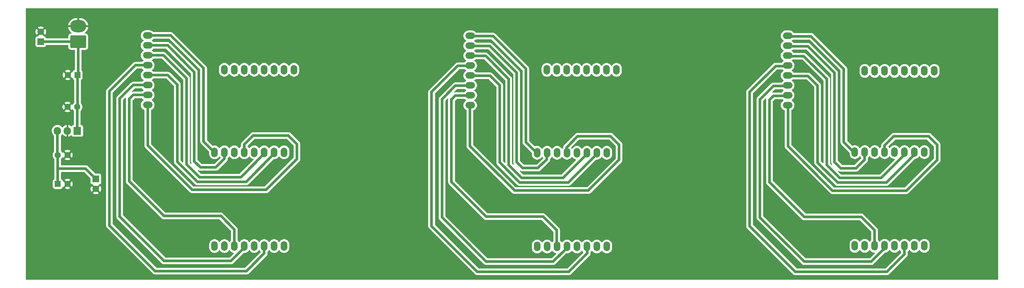
<source format=gbr>
%TF.GenerationSoftware,KiCad,Pcbnew,9.0.2*%
%TF.CreationDate,2025-11-02T19:16:00-03:00*%
%TF.ProjectId,ModuLED_inicial,4d6f6475-4c45-4445-9f69-6e696369616c,rev?*%
%TF.SameCoordinates,Original*%
%TF.FileFunction,Copper,L2,Bot*%
%TF.FilePolarity,Positive*%
%FSLAX46Y46*%
G04 Gerber Fmt 4.6, Leading zero omitted, Abs format (unit mm)*
G04 Created by KiCad (PCBNEW 9.0.2) date 2025-11-02 19:16:00*
%MOMM*%
%LPD*%
G01*
G04 APERTURE LIST*
G04 Aperture macros list*
%AMRoundRect*
0 Rectangle with rounded corners*
0 $1 Rounding radius*
0 $2 $3 $4 $5 $6 $7 $8 $9 X,Y pos of 4 corners*
0 Add a 4 corners polygon primitive as box body*
4,1,4,$2,$3,$4,$5,$6,$7,$8,$9,$2,$3,0*
0 Add four circle primitives for the rounded corners*
1,1,$1+$1,$2,$3*
1,1,$1+$1,$4,$5*
1,1,$1+$1,$6,$7*
1,1,$1+$1,$8,$9*
0 Add four rect primitives between the rounded corners*
20,1,$1+$1,$2,$3,$4,$5,0*
20,1,$1+$1,$4,$5,$6,$7,0*
20,1,$1+$1,$6,$7,$8,$9,0*
20,1,$1+$1,$8,$9,$2,$3,0*%
G04 Aperture macros list end*
%TA.AperFunction,ComponentPad*%
%ADD10RoundRect,0.250000X-0.550000X-0.550000X0.550000X-0.550000X0.550000X0.550000X-0.550000X0.550000X0*%
%TD*%
%TA.AperFunction,ComponentPad*%
%ADD11C,1.600000*%
%TD*%
%TA.AperFunction,ComponentPad*%
%ADD12RoundRect,0.250000X0.550000X0.550000X-0.550000X0.550000X-0.550000X-0.550000X0.550000X-0.550000X0*%
%TD*%
%TA.AperFunction,ComponentPad*%
%ADD13R,1.905000X2.000000*%
%TD*%
%TA.AperFunction,ComponentPad*%
%ADD14O,1.905000X2.000000*%
%TD*%
%TA.AperFunction,ComponentPad*%
%ADD15R,1.700000X1.700000*%
%TD*%
%TA.AperFunction,ComponentPad*%
%ADD16C,1.700000*%
%TD*%
%TA.AperFunction,ComponentPad*%
%ADD17RoundRect,0.250000X1.800000X-1.330000X1.800000X1.330000X-1.800000X1.330000X-1.800000X-1.330000X0*%
%TD*%
%TA.AperFunction,ComponentPad*%
%ADD18O,4.100000X3.160000*%
%TD*%
%TA.AperFunction,ComponentPad*%
%ADD19O,1.700000X2.500000*%
%TD*%
%TA.AperFunction,ComponentPad*%
%ADD20O,2.500000X1.700000*%
%TD*%
%TA.AperFunction,Conductor*%
%ADD21C,0.700000*%
%TD*%
G04 APERTURE END LIST*
D10*
%TO.P,C4,1*%
%TO.N,+5V*%
X34813749Y-71628000D03*
D11*
%TO.P,C4,2*%
%TO.N,GND*%
X37313749Y-71628000D03*
%TD*%
D12*
%TO.P,100uF1,1*%
%TO.N,VCC*%
X39878000Y-43738800D03*
D11*
%TO.P,100uF1,2*%
%TO.N,GND*%
X37378000Y-43738800D03*
%TD*%
D13*
%TO.P,U4,1,VI*%
%TO.N,VCC*%
X39827200Y-58028800D03*
D14*
%TO.P,U4,2,GND*%
%TO.N,GND*%
X37287200Y-58028800D03*
%TO.P,U4,3,VO*%
%TO.N,+5V*%
X34747200Y-58028800D03*
%TD*%
D15*
%TO.P,Pines_para_Arduino1,1,Pin_1*%
%TO.N,VCC*%
X30480000Y-35209400D03*
D16*
%TO.P,Pines_para_Arduino1,2,Pin_2*%
%TO.N,GND*%
X30480000Y-32669400D03*
%TD*%
D17*
%TO.P,J2,1,Pin_1*%
%TO.N,VCC*%
X40030400Y-35204400D03*
D18*
%TO.P,J2,2,Pin_2*%
%TO.N,GND*%
X40030400Y-31244400D03*
%TD*%
D15*
%TO.P,J1,1,Pin_1*%
%TO.N,+5V*%
X44551600Y-70358000D03*
D16*
%TO.P,J1,2,Pin_2*%
%TO.N,GND*%
X44551600Y-72898000D03*
%TD*%
D11*
%TO.P,C2,1*%
%TO.N,+5V*%
X34818000Y-64211200D03*
%TO.P,C2,2*%
%TO.N,GND*%
X37318000Y-64211200D03*
%TD*%
%TO.P,C1,1*%
%TO.N,GND*%
X37307200Y-51917600D03*
%TO.P,C1,2*%
%TO.N,VCC*%
X39807200Y-51917600D03*
%TD*%
D19*
%TO.P,U1,16,R8*%
%TO.N,Colum_7_M1*%
X74865100Y-63528400D03*
%TO.P,U1,15,R7*%
%TO.N,Colum_6_M1*%
X77405100Y-63528400D03*
%TO.P,U1,14,C7*%
%TO.N,Fil_1_M1*%
X79945100Y-63528400D03*
%TO.P,U1,13,R1*%
%TO.N,Colum_0_M1*%
X82485100Y-63528400D03*
%TO.P,U1,12,C5*%
%TO.N,Fil_3_M1*%
X85025100Y-63528400D03*
%TO.P,U1,11,R6*%
%TO.N,Colum_5_M1*%
X87565100Y-63528400D03*
%TO.P,U1,10,R4*%
%TO.N,Colum_3_M1*%
X90105100Y-63528400D03*
%TO.P,U1,9,C8*%
%TO.N,Fil_0_M1*%
X92645100Y-63528400D03*
%TO.P,U1,8,C6*%
%TO.N,Fil_2_M1*%
X92645100Y-87528400D03*
%TO.P,U1,7,C3*%
%TO.N,Fil_5_M1*%
X90105100Y-87528400D03*
%TO.P,U1,6,R5*%
%TO.N,Colum_4_M1*%
X87565100Y-87528400D03*
%TO.P,U1,5,C1*%
%TO.N,Fil_7_M1*%
X85025100Y-87528400D03*
%TO.P,U1,4,R3*%
%TO.N,Colum_2_M1*%
X82485100Y-87528400D03*
%TO.P,U1,3,R2*%
%TO.N,Colum_1_M1*%
X79945100Y-87528400D03*
%TO.P,U1,2,C2*%
%TO.N,Fil_6_M1*%
X77405100Y-87528400D03*
%TO.P,U1,1,C4*%
%TO.N,Fil_4_M1*%
X74865100Y-87528400D03*
%TD*%
D20*
%TO.P,Columnas1,1,Pin_1*%
%TO.N,Colum_7_M1*%
X57784600Y-33629600D03*
%TO.P,Columnas1,2,Pin_2*%
%TO.N,Colum_6_M1*%
X57784600Y-36169600D03*
%TO.P,Columnas1,3,Pin_3*%
%TO.N,Colum_5_M1*%
X57784600Y-38709600D03*
%TO.P,Columnas1,4,Pin_4*%
%TO.N,Colum_4_M1*%
X57784600Y-41249600D03*
%TO.P,Columnas1,5,Pin_5*%
%TO.N,Colum_3_M1*%
X57784600Y-43789600D03*
%TO.P,Columnas1,6,Pin_6*%
%TO.N,Colum_2_M1*%
X57784600Y-46329600D03*
%TO.P,Columnas1,7,Pin_7*%
%TO.N,Colum_1_M1*%
X57784600Y-48869600D03*
%TO.P,Columnas1,8,Pin_8*%
%TO.N,Colum_0_M1*%
X57784600Y-51409600D03*
%TD*%
D19*
%TO.P,Filas1,1,Pin_1*%
%TO.N,Fil_7_M1*%
X95148400Y-42392200D03*
%TO.P,Filas1,2,Pin_2*%
%TO.N,Fil_6_M1*%
X92608400Y-42392200D03*
%TO.P,Filas1,3,Pin_3*%
%TO.N,Fil_5_M1*%
X90068400Y-42392200D03*
%TO.P,Filas1,4,Pin_4*%
%TO.N,Fil_4_M1*%
X87528400Y-42392200D03*
%TO.P,Filas1,5,Pin_5*%
%TO.N,Fil_3_M1*%
X84988400Y-42392200D03*
%TO.P,Filas1,6,Pin_6*%
%TO.N,Fil_2_M1*%
X82448400Y-42392200D03*
%TO.P,Filas1,7,Pin_7*%
%TO.N,Fil_1_M1*%
X79908400Y-42392200D03*
%TO.P,Filas1,8,Pin_8*%
%TO.N,Fil_0_M1*%
X77368400Y-42392200D03*
%TD*%
D20*
%TO.P,Columnas2,8,Pin_8*%
%TO.N,Colum_0_M2*%
X140189650Y-51478750D03*
%TO.P,Columnas2,7,Pin_7*%
%TO.N,Colum_1_M2*%
X140189650Y-48938750D03*
%TO.P,Columnas2,6,Pin_6*%
%TO.N,Colum_2_M2*%
X140189650Y-46398750D03*
%TO.P,Columnas2,5,Pin_5*%
%TO.N,Colum_3_M2*%
X140189650Y-43858750D03*
%TO.P,Columnas2,4,Pin_4*%
%TO.N,Colum_4_M2*%
X140189650Y-41318750D03*
%TO.P,Columnas2,3,Pin_3*%
%TO.N,Colum_5_M2*%
X140189650Y-38778750D03*
%TO.P,Columnas2,2,Pin_2*%
%TO.N,Colum_6_M2*%
X140189650Y-36238750D03*
%TO.P,Columnas2,1,Pin_1*%
%TO.N,Colum_7_M2*%
X140189650Y-33698750D03*
%TD*%
D19*
%TO.P,U2,8,C6*%
%TO.N,Fil_2_M2*%
X175089250Y-87648350D03*
%TO.P,U2,7,C3*%
%TO.N,Fil_5_M2*%
X172549250Y-87648350D03*
%TO.P,U2,6,R5*%
%TO.N,Colum_4_M2*%
X170009250Y-87648350D03*
%TO.P,U2,5,C1*%
%TO.N,Fil_7_M2*%
X167469250Y-87648350D03*
%TO.P,U2,4,R3*%
%TO.N,Colum_2_M2*%
X164929250Y-87648350D03*
%TO.P,U2,3,R2*%
%TO.N,Colum_1_M2*%
X162389250Y-87648350D03*
%TO.P,U2,2,C2*%
%TO.N,Fil_6_M2*%
X159849250Y-87648350D03*
%TO.P,U2,1,C4*%
%TO.N,Fil_4_M2*%
X157309250Y-87648350D03*
%TO.P,U2,16,R8*%
%TO.N,Colum_7_M2*%
X157309250Y-63648350D03*
%TO.P,U2,15,R7*%
%TO.N,Colum_6_M2*%
X159849250Y-63648350D03*
%TO.P,U2,14,C7*%
%TO.N,Fil_1_M2*%
X162389250Y-63648350D03*
%TO.P,U2,13,R1*%
%TO.N,Colum_0_M2*%
X164929250Y-63648350D03*
%TO.P,U2,12,C5*%
%TO.N,Fil_3_M2*%
X167469250Y-63648350D03*
%TO.P,U2,11,R6*%
%TO.N,Colum_5_M2*%
X170009250Y-63648350D03*
%TO.P,U2,10,R4*%
%TO.N,Colum_3_M2*%
X172549250Y-63648350D03*
%TO.P,U2,9,C8*%
%TO.N,Fil_0_M2*%
X175089250Y-63648350D03*
%TD*%
%TO.P,Filas2,8,Pin_8*%
%TO.N,Fil_0_M2*%
X159783450Y-42410550D03*
%TO.P,Filas2,7,Pin_7*%
%TO.N,Fil_1_M2*%
X162323450Y-42410550D03*
%TO.P,Filas2,6,Pin_6*%
%TO.N,Fil_2_M2*%
X164863450Y-42410550D03*
%TO.P,Filas2,5,Pin_5*%
%TO.N,Fil_3_M2*%
X167403450Y-42410550D03*
%TO.P,Filas2,4,Pin_4*%
%TO.N,Fil_4_M2*%
X169943450Y-42410550D03*
%TO.P,Filas2,3,Pin_3*%
%TO.N,Fil_5_M2*%
X172483450Y-42410550D03*
%TO.P,Filas2,2,Pin_2*%
%TO.N,Fil_6_M2*%
X175023450Y-42410550D03*
%TO.P,Filas2,1,Pin_1*%
%TO.N,Fil_7_M2*%
X177563450Y-42410550D03*
%TD*%
D20*
%TO.P,Columnas3,8,Pin_8*%
%TO.N,Colum_0_M3*%
X221284800Y-51460400D03*
%TO.P,Columnas3,7,Pin_7*%
%TO.N,Colum_1_M3*%
X221284800Y-48920400D03*
%TO.P,Columnas3,6,Pin_6*%
%TO.N,Colum_2_M3*%
X221284800Y-46380400D03*
%TO.P,Columnas3,5,Pin_5*%
%TO.N,Colum_3_M3*%
X221284800Y-43840400D03*
%TO.P,Columnas3,4,Pin_4*%
%TO.N,Colum_4_M3*%
X221284800Y-41300400D03*
%TO.P,Columnas3,3,Pin_3*%
%TO.N,Colum_5_M3*%
X221284800Y-38760400D03*
%TO.P,Columnas3,2,Pin_2*%
%TO.N,Colum_6_M3*%
X221284800Y-36220400D03*
%TO.P,Columnas3,1,Pin_1*%
%TO.N,Colum_7_M3*%
X221284800Y-33680400D03*
%TD*%
D19*
%TO.P,U3,9,C8*%
%TO.N,Fil_0_M3*%
X256235200Y-63477600D03*
%TO.P,U3,10,R4*%
%TO.N,Colum_3_M3*%
X253695200Y-63477600D03*
%TO.P,U3,11,R6*%
%TO.N,Colum_5_M3*%
X251155200Y-63477600D03*
%TO.P,U3,12,C5*%
%TO.N,Fil_3_M3*%
X248615200Y-63477600D03*
%TO.P,U3,13,R1*%
%TO.N,Colum_0_M3*%
X246075200Y-63477600D03*
%TO.P,U3,14,C7*%
%TO.N,Fil_1_M3*%
X243535200Y-63477600D03*
%TO.P,U3,15,R7*%
%TO.N,Colum_6_M3*%
X240995200Y-63477600D03*
%TO.P,U3,16,R8*%
%TO.N,Colum_7_M3*%
X238455200Y-63477600D03*
%TO.P,U3,1,C4*%
%TO.N,Fil_4_M3*%
X238455200Y-87477600D03*
%TO.P,U3,2,C2*%
%TO.N,Fil_6_M3*%
X240995200Y-87477600D03*
%TO.P,U3,3,R2*%
%TO.N,Colum_1_M3*%
X243535200Y-87477600D03*
%TO.P,U3,4,R3*%
%TO.N,Colum_2_M3*%
X246075200Y-87477600D03*
%TO.P,U3,5,C1*%
%TO.N,Fil_7_M3*%
X248615200Y-87477600D03*
%TO.P,U3,6,R5*%
%TO.N,Colum_4_M3*%
X251155200Y-87477600D03*
%TO.P,U3,7,C3*%
%TO.N,Fil_5_M3*%
X253695200Y-87477600D03*
%TO.P,U3,8,C6*%
%TO.N,Fil_2_M3*%
X256235200Y-87477600D03*
%TD*%
%TO.P,Filas3,8,Pin_8*%
%TO.N,Fil_0_M3*%
X240995200Y-42672000D03*
%TO.P,Filas3,7,Pin_7*%
%TO.N,Fil_1_M3*%
X243535200Y-42672000D03*
%TO.P,Filas3,6,Pin_6*%
%TO.N,Fil_2_M3*%
X246075200Y-42672000D03*
%TO.P,Filas3,5,Pin_5*%
%TO.N,Fil_3_M3*%
X248615200Y-42672000D03*
%TO.P,Filas3,4,Pin_4*%
%TO.N,Fil_4_M3*%
X251155200Y-42672000D03*
%TO.P,Filas3,3,Pin_3*%
%TO.N,Fil_5_M3*%
X253695200Y-42672000D03*
%TO.P,Filas3,2,Pin_2*%
%TO.N,Fil_6_M3*%
X256235200Y-42672000D03*
%TO.P,Filas3,1,Pin_1*%
%TO.N,Fil_7_M3*%
X258775200Y-42672000D03*
%TD*%
D21*
%TO.N,+5V*%
X34818000Y-67716400D02*
X41910000Y-67716400D01*
X34818000Y-67716400D02*
X34818000Y-71623749D01*
X41910000Y-67716400D02*
X44551600Y-70358000D01*
X34818000Y-71623749D02*
X34813749Y-71628000D01*
X34818000Y-64211200D02*
X34818000Y-67716400D01*
X34818000Y-64211200D02*
X34804589Y-64224611D01*
X34747200Y-58028800D02*
X34747200Y-64140400D01*
%TO.N,VCC*%
X39807200Y-58008800D02*
X39827200Y-58028800D01*
X39807200Y-51917600D02*
X39807200Y-58008800D01*
X39878000Y-51846800D02*
X39807200Y-51917600D01*
X39878000Y-43738800D02*
X39878000Y-51846800D01*
X40030400Y-43586400D02*
X39878000Y-43738800D01*
X40030400Y-35204400D02*
X40030400Y-43586400D01*
X40025400Y-35209400D02*
X40030400Y-35204400D01*
X30480000Y-35209400D02*
X40025400Y-35209400D01*
%TO.N,Colum_5_M1*%
X81592700Y-69900800D02*
X87565100Y-63928400D01*
X67716400Y-44602400D02*
X67716400Y-66598800D01*
%TO.N,Colum_6_M1*%
X69697600Y-42976800D02*
X69697600Y-65836800D01*
%TO.N,Colum_7_M1*%
X72085200Y-60748500D02*
X74865100Y-63528400D01*
%TO.N,Colum_6_M1*%
X62890400Y-36169600D02*
X69697600Y-42976800D01*
X75184000Y-67411600D02*
X77405100Y-65190500D01*
X57784600Y-36169600D02*
X62890400Y-36169600D01*
%TO.N,Colum_5_M1*%
X61823600Y-38709600D02*
X67716400Y-44602400D01*
%TO.N,Colum_6_M1*%
X71272400Y-67411600D02*
X75184000Y-67411600D01*
%TO.N,Colum_5_M1*%
X87565100Y-63928400D02*
X87565100Y-63528400D01*
%TO.N,Colum_7_M1*%
X72085200Y-42011600D02*
X72085200Y-60748500D01*
%TO.N,Colum_5_M1*%
X57784600Y-38709600D02*
X61823600Y-38709600D01*
%TO.N,Colum_7_M1*%
X63703200Y-33629600D02*
X72085200Y-42011600D01*
%TO.N,Colum_5_M1*%
X67716400Y-66598800D02*
X71018400Y-69900800D01*
%TO.N,Colum_6_M1*%
X77405100Y-65190500D02*
X77405100Y-63528400D01*
X69697600Y-65836800D02*
X71272400Y-67411600D01*
%TO.N,Colum_5_M1*%
X71018400Y-69900800D02*
X81592700Y-69900800D01*
%TO.N,Colum_7_M1*%
X57784600Y-33629600D02*
X63703200Y-33629600D01*
%TO.N,Colum_3_M1*%
X62941200Y-43789600D02*
X65379600Y-46228000D01*
X90105100Y-63928400D02*
X90105100Y-63528400D01*
X82931700Y-71101800D02*
X90105100Y-63928400D01*
X65379600Y-46228000D02*
X65379600Y-65960470D01*
X70520930Y-71101800D02*
X82931700Y-71101800D01*
X65379600Y-65960470D02*
X70520930Y-71101800D01*
X57784600Y-43789600D02*
X62941200Y-43789600D01*
%TO.N,Colum_1_M1*%
X61976000Y-79857600D02*
X76504800Y-79857600D01*
%TO.N,Colum_2_M1*%
X82485100Y-87928400D02*
X82485100Y-87528400D01*
X54102000Y-46329600D02*
X50647600Y-49784000D01*
%TO.N,Colum_1_M1*%
X54102000Y-48869600D02*
X53086000Y-49885600D01*
X76504800Y-79857600D02*
X79945100Y-83297900D01*
%TO.N,Colum_2_M1*%
X50647600Y-49784000D02*
X50647600Y-80010000D01*
X50647600Y-80010000D02*
X61976000Y-91338400D01*
X79075100Y-91338400D02*
X82485100Y-87928400D01*
%TO.N,Colum_1_M1*%
X53086000Y-70967600D02*
X61976000Y-79857600D01*
X57784600Y-48869600D02*
X54102000Y-48869600D01*
%TO.N,Colum_2_M1*%
X57784600Y-46329600D02*
X54102000Y-46329600D01*
X61976000Y-91338400D02*
X79075100Y-91338400D01*
%TO.N,Colum_1_M1*%
X79945100Y-83297900D02*
X79945100Y-87528400D01*
X53086000Y-49885600D02*
X53086000Y-70967600D01*
%TO.N,Colum_4_M1*%
X57784600Y-41249600D02*
X57784600Y-41122200D01*
X57784600Y-41122200D02*
X57607200Y-40944800D01*
%TO.N,Colum_0_M1*%
X95910400Y-65278000D02*
X95910400Y-61417200D01*
X95910400Y-61417200D02*
X93726000Y-59232800D01*
X57784600Y-61747000D02*
X69189600Y-73152000D01*
X88036400Y-73152000D02*
X95910400Y-65278000D01*
X93726000Y-59232800D02*
X84785200Y-59232800D01*
X57784600Y-51409600D02*
X57784600Y-61747000D01*
X82485100Y-61532900D02*
X82485100Y-63528400D01*
X84785200Y-59232800D02*
X82485100Y-61532900D01*
X69189600Y-73152000D02*
X88036400Y-73152000D01*
%TO.N,Colum_4_M1*%
X48006000Y-47904400D02*
X48006000Y-82245200D01*
X87565100Y-89422100D02*
X87565100Y-87528400D01*
X48006000Y-82245200D02*
X59690000Y-93929200D01*
X57784600Y-41249600D02*
X54660800Y-41249600D01*
X54660800Y-41249600D02*
X48006000Y-47904400D01*
X83058000Y-93929200D02*
X87565100Y-89422100D01*
X59690000Y-93929200D02*
X83058000Y-93929200D01*
%TO.N,Colum_4_M2*%
X130334450Y-48075150D02*
X130334450Y-82415950D01*
%TO.N,Colum_2_M2*%
X132976050Y-49954750D02*
X132976050Y-80180750D01*
%TO.N,Colum_4_M2*%
X136989250Y-41420350D02*
X130334450Y-48075150D01*
%TO.N,Colum_2_M2*%
X136430450Y-46500350D02*
X132976050Y-49954750D01*
%TO.N,Colum_1_M2*%
X135414450Y-50056350D02*
X135414450Y-71138350D01*
X136430450Y-49040350D02*
X135414450Y-50056350D01*
%TO.N,Colum_4_M2*%
X130334450Y-82415950D02*
X142018450Y-94099950D01*
%TO.N,Colum_2_M2*%
X140113050Y-46500350D02*
X136430450Y-46500350D01*
%TO.N,Colum_1_M2*%
X140113050Y-49040350D02*
X136430450Y-49040350D01*
%TO.N,Colum_4_M2*%
X140113050Y-41420350D02*
X136989250Y-41420350D01*
%TO.N,Colum_2_M2*%
X132976050Y-80180750D02*
X144304450Y-91509150D01*
%TO.N,Colum_1_M2*%
X135414450Y-71138350D02*
X144304450Y-80028350D01*
%TO.N,Colum_4_M2*%
X139935650Y-41115550D02*
X140113050Y-41292950D01*
X140113050Y-41292950D02*
X140113050Y-41420350D01*
%TO.N,Colum_0_M2*%
X140113050Y-51580350D02*
X140113050Y-61917750D01*
%TO.N,Colum_5_M2*%
X140113050Y-38880350D02*
X144152050Y-38880350D01*
%TO.N,Colum_6_M2*%
X140113050Y-36340350D02*
X145218850Y-36340350D01*
%TO.N,Colum_3_M2*%
X140113050Y-43960350D02*
X145269650Y-43960350D01*
%TO.N,Colum_7_M2*%
X140113050Y-33800350D02*
X146031650Y-33800350D01*
%TO.N,Colum_0_M2*%
X140113050Y-61917750D02*
X151518050Y-73322750D01*
%TO.N,Colum_3_M2*%
X145269650Y-43960350D02*
X147708050Y-46398750D01*
%TO.N,Colum_5_M2*%
X144152050Y-38880350D02*
X150044850Y-44773150D01*
%TO.N,Colum_3_M2*%
X147708050Y-46398750D02*
X147708050Y-66131220D01*
%TO.N,Colum_6_M2*%
X145218850Y-36340350D02*
X152026050Y-43147550D01*
%TO.N,Colum_5_M2*%
X150044850Y-44773150D02*
X150044850Y-66769550D01*
%TO.N,Colum_7_M2*%
X146031650Y-33800350D02*
X154413650Y-42182350D01*
%TO.N,Colum_3_M2*%
X147708050Y-66131220D02*
X152849380Y-71272550D01*
%TO.N,Colum_1_M2*%
X144304450Y-80028350D02*
X158833250Y-80028350D01*
%TO.N,Colum_5_M2*%
X150044850Y-66769550D02*
X153346850Y-70071550D01*
%TO.N,Colum_6_M2*%
X152026050Y-43147550D02*
X152026050Y-66007550D01*
X152026050Y-66007550D02*
X153600850Y-67582350D01*
%TO.N,Colum_2_M2*%
X144304450Y-91509150D02*
X161403550Y-91509150D01*
%TO.N,Colum_4_M2*%
X142018450Y-94099950D02*
X165386450Y-94099950D01*
%TO.N,Colum_7_M2*%
X154413650Y-42182350D02*
X154413650Y-60919250D01*
%TO.N,Colum_6_M2*%
X153600850Y-67582350D02*
X157512450Y-67582350D01*
%TO.N,Colum_7_M2*%
X154413650Y-60919250D02*
X157193550Y-63699150D01*
%TO.N,Colum_6_M2*%
X157512450Y-67582350D02*
X159733550Y-65361250D01*
%TO.N,Colum_5_M2*%
X153346850Y-70071550D02*
X163921150Y-70071550D01*
%TO.N,Colum_3_M2*%
X152849380Y-71272550D02*
X165260150Y-71272550D01*
%TO.N,Colum_6_M2*%
X159733550Y-65361250D02*
X159733550Y-63699150D01*
%TO.N,Colum_1_M2*%
X158833250Y-80028350D02*
X162273550Y-83468650D01*
%TO.N,Colum_0_M2*%
X151518050Y-73322750D02*
X170364850Y-73322750D01*
%TO.N,Colum_1_M2*%
X162273550Y-83468650D02*
X162273550Y-87699150D01*
%TO.N,Colum_2_M2*%
X161403550Y-91509150D02*
X164813550Y-88099150D01*
%TO.N,Colum_0_M2*%
X164813550Y-62262450D02*
X164813550Y-63699150D01*
%TO.N,Colum_2_M2*%
X164813550Y-88099150D02*
X164813550Y-87699150D01*
%TO.N,Colum_0_M2*%
X167672450Y-59403550D02*
X164813550Y-62262450D01*
%TO.N,Colum_5_M2*%
X163921150Y-70071550D02*
X169893550Y-64099150D01*
%TO.N,Colum_4_M2*%
X165386450Y-94099950D02*
X170060050Y-89426350D01*
%TO.N,Colum_3_M2*%
X165260150Y-71272550D02*
X172433550Y-64099150D01*
%TO.N,Colum_5_M2*%
X169893550Y-64099150D02*
X169893550Y-63699150D01*
%TO.N,Colum_4_M2*%
X170060050Y-87865650D02*
X169893550Y-87699150D01*
X170060050Y-89426350D02*
X170060050Y-87865650D01*
%TO.N,Colum_0_M2*%
X176054450Y-59403550D02*
X167672450Y-59403550D01*
%TO.N,Colum_3_M2*%
X172433550Y-64099150D02*
X172433550Y-63699150D01*
%TO.N,Colum_0_M2*%
X170364850Y-73322750D02*
X178238850Y-65448750D01*
X178238850Y-61587950D02*
X176054450Y-59403550D01*
X178238850Y-65448750D02*
X178238850Y-61587950D01*
%TO.N,Colum_4_M3*%
X211582000Y-48107600D02*
X211582000Y-82448400D01*
%TO.N,Colum_2_M3*%
X214223600Y-49987200D02*
X214223600Y-80213200D01*
%TO.N,Colum_4_M3*%
X218236800Y-41452800D02*
X211582000Y-48107600D01*
%TO.N,Colum_2_M3*%
X217678000Y-46532800D02*
X214223600Y-49987200D01*
%TO.N,Colum_1_M3*%
X216662000Y-50088800D02*
X216662000Y-71170800D01*
X217678000Y-49072800D02*
X216662000Y-50088800D01*
%TO.N,Colum_4_M3*%
X211582000Y-82448400D02*
X223266000Y-94132400D01*
%TO.N,Colum_2_M3*%
X221360600Y-46532800D02*
X217678000Y-46532800D01*
%TO.N,Colum_1_M3*%
X221360600Y-49072800D02*
X217678000Y-49072800D01*
%TO.N,Colum_4_M3*%
X221360600Y-41452800D02*
X218236800Y-41452800D01*
%TO.N,Colum_2_M3*%
X214223600Y-80213200D02*
X225552000Y-91541600D01*
%TO.N,Colum_1_M3*%
X216662000Y-71170800D02*
X225552000Y-80060800D01*
%TO.N,Colum_4_M3*%
X221360600Y-41325400D02*
X221183200Y-41148000D01*
%TO.N,Colum_0_M3*%
X221360600Y-51612800D02*
X221360600Y-61950200D01*
%TO.N,Colum_4_M3*%
X221360600Y-41452800D02*
X221360600Y-41325400D01*
%TO.N,Colum_5_M3*%
X221360600Y-38912800D02*
X225399600Y-38912800D01*
%TO.N,Colum_6_M3*%
X221360600Y-36372800D02*
X226466400Y-36372800D01*
%TO.N,Colum_3_M3*%
X221360600Y-43992800D02*
X226517200Y-43992800D01*
%TO.N,Colum_7_M3*%
X221360600Y-33832800D02*
X227279200Y-33832800D01*
%TO.N,Colum_0_M3*%
X221360600Y-61950200D02*
X232765600Y-73355200D01*
%TO.N,Colum_3_M3*%
X226517200Y-43992800D02*
X228955600Y-46431200D01*
%TO.N,Colum_5_M3*%
X225399600Y-38912800D02*
X231292400Y-44805600D01*
%TO.N,Colum_3_M3*%
X228955600Y-46431200D02*
X228955600Y-66163670D01*
%TO.N,Colum_6_M3*%
X226466400Y-36372800D02*
X233273600Y-43180000D01*
%TO.N,Colum_5_M3*%
X231292400Y-44805600D02*
X231292400Y-66802000D01*
%TO.N,Colum_7_M3*%
X227279200Y-33832800D02*
X235661200Y-42214800D01*
%TO.N,Colum_3_M3*%
X228955600Y-66163670D02*
X234096930Y-71305000D01*
%TO.N,Colum_1_M3*%
X225552000Y-80060800D02*
X240080800Y-80060800D01*
%TO.N,Colum_5_M3*%
X231292400Y-66802000D02*
X234594400Y-70104000D01*
%TO.N,Colum_6_M3*%
X233273600Y-43180000D02*
X233273600Y-66040000D01*
X233273600Y-66040000D02*
X234848400Y-67614800D01*
%TO.N,Colum_2_M3*%
X225552000Y-91541600D02*
X242651100Y-91541600D01*
%TO.N,Colum_4_M3*%
X223266000Y-94132400D02*
X246634000Y-94132400D01*
%TO.N,Colum_7_M3*%
X235661200Y-42214800D02*
X235661200Y-60951700D01*
%TO.N,Colum_6_M3*%
X234848400Y-67614800D02*
X238760000Y-67614800D01*
%TO.N,Colum_7_M3*%
X235661200Y-60951700D02*
X238441100Y-63731600D01*
%TO.N,Colum_6_M3*%
X238760000Y-67614800D02*
X240981100Y-65393700D01*
%TO.N,Colum_5_M3*%
X234594400Y-70104000D02*
X245168700Y-70104000D01*
%TO.N,Colum_3_M3*%
X234096930Y-71305000D02*
X246507700Y-71305000D01*
%TO.N,Colum_6_M3*%
X240981100Y-65393700D02*
X240981100Y-63731600D01*
%TO.N,Colum_1_M3*%
X240080800Y-80060800D02*
X243521100Y-83501100D01*
%TO.N,Colum_0_M3*%
X232765600Y-73355200D02*
X251612400Y-73355200D01*
%TO.N,Colum_1_M3*%
X243521100Y-83501100D02*
X243521100Y-87731600D01*
%TO.N,Colum_2_M3*%
X242651100Y-91541600D02*
X246061100Y-88131600D01*
%TO.N,Colum_0_M3*%
X246061100Y-61786900D02*
X246061100Y-63731600D01*
%TO.N,Colum_2_M3*%
X246061100Y-88131600D02*
X246061100Y-87731600D01*
%TO.N,Colum_0_M3*%
X248412000Y-59436000D02*
X246061100Y-61786900D01*
%TO.N,Colum_5_M3*%
X245168700Y-70104000D02*
X251141100Y-64131600D01*
%TO.N,Colum_4_M3*%
X246634000Y-94132400D02*
X251141100Y-89625300D01*
%TO.N,Colum_3_M3*%
X246507700Y-71305000D02*
X253681100Y-64131600D01*
%TO.N,Colum_4_M3*%
X251141100Y-89625300D02*
X251141100Y-87731600D01*
%TO.N,Colum_5_M3*%
X251141100Y-64131600D02*
X251141100Y-63731600D01*
%TO.N,Colum_0_M3*%
X257302000Y-59436000D02*
X248412000Y-59436000D01*
%TO.N,Colum_3_M3*%
X253681100Y-64131600D02*
X253681100Y-63731600D01*
%TO.N,Colum_0_M3*%
X251612400Y-73355200D02*
X259486400Y-65481200D01*
X259486400Y-61620400D02*
X257302000Y-59436000D01*
X259486400Y-65481200D02*
X259486400Y-61620400D01*
%TD*%
%TA.AperFunction,Conductor*%
%TO.N,GND*%
G36*
X275032539Y-26631385D02*
G01*
X275078294Y-26684189D01*
X275089500Y-26735700D01*
X275089500Y-96047900D01*
X275069815Y-96114939D01*
X275017011Y-96160694D01*
X274965500Y-96171900D01*
X26761100Y-96171900D01*
X26694061Y-96152215D01*
X26648306Y-96099411D01*
X26637100Y-96047900D01*
X26637100Y-34311535D01*
X29129500Y-34311535D01*
X29129500Y-36107270D01*
X29129501Y-36107276D01*
X29135908Y-36166883D01*
X29186202Y-36301728D01*
X29186206Y-36301735D01*
X29272452Y-36416944D01*
X29272455Y-36416947D01*
X29387664Y-36503193D01*
X29387671Y-36503197D01*
X29522517Y-36553491D01*
X29522516Y-36553491D01*
X29529444Y-36554235D01*
X29582127Y-36559900D01*
X31377872Y-36559899D01*
X31437483Y-36553491D01*
X31572331Y-36503196D01*
X31687546Y-36416946D01*
X31773796Y-36301731D01*
X31824091Y-36166883D01*
X31824091Y-36166881D01*
X31825874Y-36159338D01*
X31828146Y-36159874D01*
X31850429Y-36106088D01*
X31907823Y-36066243D01*
X31946976Y-36059900D01*
X37355901Y-36059900D01*
X37422940Y-36079585D01*
X37468695Y-36132389D01*
X37479901Y-36183900D01*
X37479901Y-36584418D01*
X37490400Y-36687196D01*
X37490401Y-36687199D01*
X37545585Y-36853731D01*
X37545587Y-36853736D01*
X37580469Y-36910288D01*
X37637688Y-37003056D01*
X37761744Y-37127112D01*
X37911066Y-37219214D01*
X38077603Y-37274399D01*
X38180391Y-37284900D01*
X39055900Y-37284899D01*
X39122939Y-37304583D01*
X39168694Y-37357387D01*
X39179900Y-37408899D01*
X39179900Y-42357703D01*
X39160215Y-42424742D01*
X39107411Y-42470497D01*
X39094905Y-42475409D01*
X39008666Y-42503986D01*
X39008663Y-42503987D01*
X38859342Y-42596089D01*
X38735289Y-42720142D01*
X38643187Y-42869463D01*
X38643185Y-42869468D01*
X38622717Y-42931238D01*
X38582944Y-42988683D01*
X38518428Y-43015506D01*
X38495283Y-43015852D01*
X38457474Y-43012876D01*
X37778000Y-43692351D01*
X37778000Y-43686139D01*
X37750741Y-43584406D01*
X37698080Y-43493194D01*
X37623606Y-43418720D01*
X37532394Y-43366059D01*
X37430661Y-43338800D01*
X37424446Y-43338800D01*
X38103922Y-42659324D01*
X38103921Y-42659323D01*
X38059359Y-42626947D01*
X38059350Y-42626941D01*
X37877031Y-42534044D01*
X37682417Y-42470809D01*
X37480317Y-42438800D01*
X37275683Y-42438800D01*
X37073582Y-42470809D01*
X36878968Y-42534044D01*
X36696644Y-42626943D01*
X36652077Y-42659323D01*
X36652077Y-42659324D01*
X37331554Y-43338800D01*
X37325339Y-43338800D01*
X37223606Y-43366059D01*
X37132394Y-43418720D01*
X37057920Y-43493194D01*
X37005259Y-43584406D01*
X36978000Y-43686139D01*
X36978000Y-43692353D01*
X36298524Y-43012877D01*
X36298523Y-43012877D01*
X36266143Y-43057444D01*
X36173244Y-43239768D01*
X36110009Y-43434382D01*
X36078000Y-43636482D01*
X36078000Y-43841117D01*
X36110009Y-44043217D01*
X36173244Y-44237831D01*
X36266141Y-44420150D01*
X36266147Y-44420159D01*
X36298523Y-44464721D01*
X36298524Y-44464722D01*
X36978000Y-43785246D01*
X36978000Y-43791461D01*
X37005259Y-43893194D01*
X37057920Y-43984406D01*
X37132394Y-44058880D01*
X37223606Y-44111541D01*
X37325339Y-44138800D01*
X37331553Y-44138800D01*
X36652076Y-44818274D01*
X36696650Y-44850659D01*
X36878968Y-44943555D01*
X37073582Y-45006790D01*
X37275683Y-45038800D01*
X37480317Y-45038800D01*
X37682417Y-45006790D01*
X37877031Y-44943555D01*
X38059349Y-44850659D01*
X38103921Y-44818274D01*
X37424447Y-44138800D01*
X37430661Y-44138800D01*
X37532394Y-44111541D01*
X37623606Y-44058880D01*
X37698080Y-43984406D01*
X37750741Y-43893194D01*
X37778000Y-43791461D01*
X37778000Y-43785247D01*
X38457473Y-44464721D01*
X38495280Y-44461746D01*
X38563658Y-44476110D01*
X38613415Y-44525161D01*
X38622714Y-44546356D01*
X38643186Y-44608134D01*
X38735288Y-44757456D01*
X38859344Y-44881512D01*
X38968597Y-44948899D01*
X39015321Y-45000847D01*
X39027500Y-45054438D01*
X39027500Y-50813397D01*
X39007815Y-50880436D01*
X38976388Y-50913713D01*
X38959984Y-50925631D01*
X38959978Y-50925636D01*
X38815228Y-51070386D01*
X38694914Y-51235986D01*
X38667403Y-51289979D01*
X38619427Y-51340774D01*
X38551606Y-51357568D01*
X38485472Y-51335029D01*
X38446434Y-51289976D01*
X38419061Y-51236252D01*
X38386674Y-51191677D01*
X38386674Y-51191676D01*
X37707200Y-51871151D01*
X37707200Y-51864939D01*
X37679941Y-51763206D01*
X37627280Y-51671994D01*
X37552806Y-51597520D01*
X37461594Y-51544859D01*
X37359861Y-51517600D01*
X37353646Y-51517600D01*
X38033122Y-50838124D01*
X38033121Y-50838123D01*
X37988559Y-50805747D01*
X37988550Y-50805741D01*
X37806231Y-50712844D01*
X37611617Y-50649609D01*
X37409517Y-50617600D01*
X37204883Y-50617600D01*
X37002782Y-50649609D01*
X36808168Y-50712844D01*
X36625844Y-50805743D01*
X36581277Y-50838123D01*
X36581277Y-50838124D01*
X37260754Y-51517600D01*
X37254539Y-51517600D01*
X37152806Y-51544859D01*
X37061594Y-51597520D01*
X36987120Y-51671994D01*
X36934459Y-51763206D01*
X36907200Y-51864939D01*
X36907200Y-51871153D01*
X36227724Y-51191677D01*
X36227723Y-51191677D01*
X36195343Y-51236244D01*
X36102444Y-51418568D01*
X36039209Y-51613182D01*
X36007200Y-51815282D01*
X36007200Y-52019917D01*
X36039209Y-52222017D01*
X36102444Y-52416631D01*
X36195341Y-52598950D01*
X36195347Y-52598959D01*
X36227723Y-52643521D01*
X36227724Y-52643522D01*
X36907200Y-51964046D01*
X36907200Y-51970261D01*
X36934459Y-52071994D01*
X36987120Y-52163206D01*
X37061594Y-52237680D01*
X37152806Y-52290341D01*
X37254539Y-52317600D01*
X37260753Y-52317600D01*
X36581276Y-52997074D01*
X36625850Y-53029459D01*
X36808168Y-53122355D01*
X37002782Y-53185590D01*
X37204883Y-53217600D01*
X37409517Y-53217600D01*
X37611617Y-53185590D01*
X37806231Y-53122355D01*
X37988549Y-53029459D01*
X38033121Y-52997074D01*
X37353647Y-52317600D01*
X37359861Y-52317600D01*
X37461594Y-52290341D01*
X37552806Y-52237680D01*
X37627280Y-52163206D01*
X37679941Y-52071994D01*
X37707200Y-51970261D01*
X37707200Y-51964047D01*
X38386674Y-52643521D01*
X38419059Y-52598949D01*
X38446433Y-52545224D01*
X38494407Y-52494427D01*
X38562228Y-52477631D01*
X38628363Y-52500167D01*
X38667403Y-52545221D01*
X38694913Y-52599211D01*
X38815228Y-52764813D01*
X38920381Y-52869966D01*
X38953866Y-52931289D01*
X38956700Y-52957647D01*
X38956700Y-56404300D01*
X38937015Y-56471339D01*
X38884211Y-56517094D01*
X38832713Y-56528300D01*
X38826836Y-56528300D01*
X38826823Y-56528301D01*
X38767216Y-56534708D01*
X38632371Y-56585002D01*
X38632364Y-56585006D01*
X38517155Y-56671252D01*
X38517152Y-56671255D01*
X38430906Y-56786464D01*
X38430902Y-56786471D01*
X38420327Y-56814826D01*
X38378456Y-56870760D01*
X38312991Y-56895177D01*
X38244718Y-56880325D01*
X38231260Y-56871811D01*
X38048479Y-56739013D01*
X37844768Y-56635217D01*
X37627324Y-56564565D01*
X37537200Y-56550290D01*
X37537200Y-57538052D01*
X37499492Y-57516282D01*
X37359609Y-57478800D01*
X37214791Y-57478800D01*
X37074908Y-57516282D01*
X37037200Y-57538052D01*
X37037200Y-56550290D01*
X37037199Y-56550290D01*
X36947075Y-56564565D01*
X36729631Y-56635217D01*
X36525923Y-56739011D01*
X36340957Y-56873397D01*
X36179297Y-57035057D01*
X36117827Y-57119664D01*
X36062497Y-57162329D01*
X35992884Y-57168308D01*
X35931089Y-57135702D01*
X35917191Y-57119664D01*
X35855486Y-57034734D01*
X35693766Y-56873014D01*
X35508738Y-56738583D01*
X35304955Y-56634750D01*
X35087448Y-56564078D01*
X34902012Y-56534708D01*
X34861554Y-56528300D01*
X34632846Y-56528300D01*
X34592388Y-56534708D01*
X34406953Y-56564078D01*
X34406950Y-56564078D01*
X34189444Y-56634750D01*
X33985661Y-56738583D01*
X33919750Y-56786471D01*
X33800634Y-56873014D01*
X33800632Y-56873016D01*
X33800631Y-56873016D01*
X33638916Y-57034731D01*
X33638916Y-57034732D01*
X33638914Y-57034734D01*
X33581180Y-57114196D01*
X33504483Y-57219761D01*
X33400650Y-57423544D01*
X33329978Y-57641050D01*
X33329978Y-57641053D01*
X33294200Y-57866946D01*
X33294200Y-58190653D01*
X33329978Y-58416546D01*
X33329978Y-58416549D01*
X33400650Y-58634055D01*
X33504483Y-58837838D01*
X33638914Y-59022866D01*
X33800634Y-59184586D01*
X33845585Y-59217245D01*
X33888251Y-59272573D01*
X33896700Y-59317562D01*
X33896700Y-63241953D01*
X33877015Y-63308992D01*
X33860381Y-63329634D01*
X33826032Y-63363982D01*
X33826028Y-63363986D01*
X33705715Y-63529586D01*
X33612781Y-63711976D01*
X33549522Y-63906665D01*
X33517500Y-64108848D01*
X33517500Y-64313551D01*
X33549522Y-64515734D01*
X33612781Y-64710423D01*
X33655248Y-64793767D01*
X33705585Y-64892559D01*
X33705715Y-64892813D01*
X33826028Y-65058413D01*
X33931181Y-65163566D01*
X33964666Y-65224889D01*
X33967500Y-65251247D01*
X33967500Y-70309740D01*
X33947815Y-70376779D01*
X33908598Y-70415277D01*
X33897619Y-70422050D01*
X33795091Y-70485289D01*
X33671038Y-70609342D01*
X33578936Y-70758663D01*
X33578934Y-70758668D01*
X33576124Y-70767149D01*
X33523750Y-70925203D01*
X33523750Y-70925204D01*
X33523749Y-70925204D01*
X33513249Y-71027983D01*
X33513249Y-72228001D01*
X33513250Y-72228018D01*
X33523749Y-72330796D01*
X33523750Y-72330799D01*
X33578934Y-72497331D01*
X33578936Y-72497336D01*
X33581730Y-72501866D01*
X33671037Y-72646656D01*
X33795093Y-72770712D01*
X33944415Y-72862814D01*
X34110952Y-72917999D01*
X34213740Y-72928500D01*
X35413757Y-72928499D01*
X35516546Y-72917999D01*
X35683083Y-72862814D01*
X35832405Y-72770712D01*
X35956461Y-72646656D01*
X36048563Y-72497334D01*
X36071851Y-72427054D01*
X36075859Y-72419050D01*
X36093809Y-72399772D01*
X36108804Y-72378116D01*
X36117244Y-72374606D01*
X36123474Y-72367917D01*
X36148998Y-72361404D01*
X36173320Y-72351292D01*
X36189583Y-72351048D01*
X36191174Y-72350643D01*
X36192272Y-72351008D01*
X36196468Y-72350946D01*
X36234274Y-72353921D01*
X36913749Y-71674446D01*
X36913749Y-71680661D01*
X36941008Y-71782394D01*
X36993669Y-71873606D01*
X37068143Y-71948080D01*
X37159355Y-72000741D01*
X37261088Y-72028000D01*
X37267302Y-72028000D01*
X36587825Y-72707474D01*
X36632399Y-72739859D01*
X36814717Y-72832755D01*
X37009331Y-72895990D01*
X37211432Y-72928000D01*
X37416066Y-72928000D01*
X37618166Y-72895990D01*
X37812780Y-72832755D01*
X37995098Y-72739859D01*
X38039670Y-72707474D01*
X37360196Y-72028000D01*
X37366410Y-72028000D01*
X37468143Y-72000741D01*
X37559355Y-71948080D01*
X37633829Y-71873606D01*
X37686490Y-71782394D01*
X37713749Y-71680661D01*
X37713749Y-71674447D01*
X38393223Y-72353921D01*
X38425608Y-72309349D01*
X38518504Y-72127031D01*
X38581739Y-71932417D01*
X38613749Y-71730317D01*
X38613749Y-71525682D01*
X38581739Y-71323582D01*
X38518504Y-71128968D01*
X38425608Y-70946650D01*
X38393223Y-70902077D01*
X38393223Y-70902076D01*
X37713749Y-71581551D01*
X37713749Y-71575339D01*
X37686490Y-71473606D01*
X37633829Y-71382394D01*
X37559355Y-71307920D01*
X37468143Y-71255259D01*
X37366410Y-71228000D01*
X37360195Y-71228000D01*
X38039671Y-70548524D01*
X38039670Y-70548523D01*
X37995108Y-70516147D01*
X37995099Y-70516141D01*
X37812780Y-70423244D01*
X37618166Y-70360009D01*
X37416066Y-70328000D01*
X37211432Y-70328000D01*
X37009331Y-70360009D01*
X36814717Y-70423244D01*
X36632393Y-70516143D01*
X36587826Y-70548523D01*
X36587826Y-70548524D01*
X37267303Y-71228000D01*
X37261088Y-71228000D01*
X37159355Y-71255259D01*
X37068143Y-71307920D01*
X36993669Y-71382394D01*
X36941008Y-71473606D01*
X36913749Y-71575339D01*
X36913749Y-71581553D01*
X36234273Y-70902077D01*
X36196468Y-70905053D01*
X36128090Y-70890689D01*
X36078333Y-70841638D01*
X36075859Y-70836949D01*
X36071850Y-70828942D01*
X36048563Y-70758666D01*
X35956461Y-70609344D01*
X35832405Y-70485288D01*
X35727402Y-70420522D01*
X35680679Y-70368575D01*
X35668500Y-70314984D01*
X35668500Y-68690900D01*
X35688185Y-68623861D01*
X35740989Y-68578106D01*
X35792500Y-68566900D01*
X41506349Y-68566900D01*
X41573388Y-68586585D01*
X41594030Y-68603219D01*
X43164781Y-70173970D01*
X43198266Y-70235293D01*
X43201100Y-70261651D01*
X43201100Y-71255870D01*
X43201101Y-71255876D01*
X43207508Y-71315483D01*
X43257802Y-71450328D01*
X43257806Y-71450335D01*
X43344052Y-71565544D01*
X43344055Y-71565547D01*
X43459264Y-71651793D01*
X43459271Y-71651797D01*
X43504218Y-71668561D01*
X43594117Y-71702091D01*
X43653727Y-71708500D01*
X43664285Y-71708499D01*
X43731323Y-71728179D01*
X43751972Y-71744818D01*
X44422191Y-72415037D01*
X44358607Y-72432075D01*
X44244593Y-72497901D01*
X44151501Y-72590993D01*
X44085675Y-72705007D01*
X44068637Y-72768591D01*
X43436328Y-72136282D01*
X43436327Y-72136282D01*
X43396980Y-72190439D01*
X43300504Y-72379782D01*
X43234842Y-72581869D01*
X43234842Y-72581872D01*
X43201600Y-72791753D01*
X43201600Y-73004246D01*
X43234842Y-73214127D01*
X43234842Y-73214130D01*
X43300504Y-73416217D01*
X43396975Y-73605550D01*
X43436328Y-73659716D01*
X44068637Y-73027408D01*
X44085675Y-73090993D01*
X44151501Y-73205007D01*
X44244593Y-73298099D01*
X44358607Y-73363925D01*
X44422190Y-73380962D01*
X43789882Y-74013269D01*
X43789882Y-74013270D01*
X43844049Y-74052624D01*
X44033382Y-74149095D01*
X44235470Y-74214757D01*
X44445354Y-74248000D01*
X44657846Y-74248000D01*
X44867727Y-74214757D01*
X44867730Y-74214757D01*
X45069817Y-74149095D01*
X45259154Y-74052622D01*
X45313316Y-74013270D01*
X45313317Y-74013270D01*
X44681008Y-73380962D01*
X44744593Y-73363925D01*
X44858607Y-73298099D01*
X44951699Y-73205007D01*
X45017525Y-73090993D01*
X45034562Y-73027409D01*
X45666870Y-73659717D01*
X45666870Y-73659716D01*
X45706222Y-73605554D01*
X45802695Y-73416217D01*
X45868357Y-73214130D01*
X45868357Y-73214127D01*
X45901600Y-73004246D01*
X45901600Y-72791753D01*
X45868357Y-72581872D01*
X45868357Y-72581869D01*
X45802695Y-72379782D01*
X45706224Y-72190449D01*
X45666870Y-72136282D01*
X45666869Y-72136282D01*
X45034562Y-72768590D01*
X45017525Y-72705007D01*
X44951699Y-72590993D01*
X44858607Y-72497901D01*
X44744593Y-72432075D01*
X44681009Y-72415037D01*
X45351227Y-71744818D01*
X45412550Y-71711333D01*
X45438907Y-71708499D01*
X45449472Y-71708499D01*
X45509083Y-71702091D01*
X45643931Y-71651796D01*
X45759146Y-71565546D01*
X45845396Y-71450331D01*
X45895691Y-71315483D01*
X45902100Y-71255873D01*
X45902099Y-69460128D01*
X45895691Y-69400517D01*
X45845396Y-69265669D01*
X45845395Y-69265668D01*
X45845393Y-69265664D01*
X45759147Y-69150455D01*
X45759144Y-69150452D01*
X45643935Y-69064206D01*
X45643928Y-69064202D01*
X45509082Y-69013908D01*
X45509083Y-69013908D01*
X45449483Y-69007501D01*
X45449481Y-69007500D01*
X45449473Y-69007500D01*
X45449465Y-69007500D01*
X44455251Y-69007500D01*
X44388212Y-68987815D01*
X44367570Y-68971181D01*
X42452165Y-67055775D01*
X42452161Y-67055772D01*
X42312866Y-66962697D01*
X42312863Y-66962696D01*
X42203416Y-66917362D01*
X42203414Y-66917361D01*
X42158086Y-66898585D01*
X42158074Y-66898582D01*
X41993771Y-66865900D01*
X41993767Y-66865900D01*
X35792500Y-66865900D01*
X35725461Y-66846215D01*
X35679706Y-66793411D01*
X35668500Y-66741900D01*
X35668500Y-65251247D01*
X35677144Y-65221806D01*
X35683668Y-65191820D01*
X35687422Y-65186804D01*
X35688185Y-65184208D01*
X35704819Y-65163566D01*
X35712651Y-65155734D01*
X35756247Y-65112138D01*
X35809966Y-65058419D01*
X35809968Y-65058415D01*
X35809971Y-65058413D01*
X35930286Y-64892811D01*
X35930415Y-64892559D01*
X35957795Y-64838821D01*
X36005769Y-64788026D01*
X36073589Y-64771230D01*
X36139725Y-64793767D01*
X36178765Y-64838821D01*
X36206141Y-64892550D01*
X36206147Y-64892559D01*
X36238523Y-64937121D01*
X36238524Y-64937122D01*
X36918000Y-64257646D01*
X36918000Y-64263861D01*
X36945259Y-64365594D01*
X36997920Y-64456806D01*
X37072394Y-64531280D01*
X37163606Y-64583941D01*
X37265339Y-64611200D01*
X37271553Y-64611200D01*
X36592076Y-65290674D01*
X36636650Y-65323059D01*
X36818968Y-65415955D01*
X37013582Y-65479190D01*
X37215683Y-65511200D01*
X37420317Y-65511200D01*
X37622417Y-65479190D01*
X37817031Y-65415955D01*
X37999349Y-65323059D01*
X38043921Y-65290674D01*
X37364447Y-64611200D01*
X37370661Y-64611200D01*
X37472394Y-64583941D01*
X37563606Y-64531280D01*
X37638080Y-64456806D01*
X37690741Y-64365594D01*
X37718000Y-64263861D01*
X37718000Y-64257647D01*
X38397474Y-64937121D01*
X38429859Y-64892549D01*
X38522755Y-64710231D01*
X38585990Y-64515617D01*
X38618000Y-64313517D01*
X38618000Y-64108882D01*
X38585990Y-63906782D01*
X38522755Y-63712168D01*
X38429859Y-63529850D01*
X38397474Y-63485277D01*
X38397474Y-63485276D01*
X37718000Y-64164751D01*
X37718000Y-64158539D01*
X37690741Y-64056806D01*
X37638080Y-63965594D01*
X37563606Y-63891120D01*
X37472394Y-63838459D01*
X37370661Y-63811200D01*
X37364446Y-63811200D01*
X38043922Y-63131724D01*
X38043921Y-63131723D01*
X37999359Y-63099347D01*
X37999350Y-63099341D01*
X37817031Y-63006444D01*
X37622417Y-62943209D01*
X37420317Y-62911200D01*
X37215683Y-62911200D01*
X37013582Y-62943209D01*
X36818968Y-63006444D01*
X36636644Y-63099343D01*
X36592077Y-63131723D01*
X36592077Y-63131724D01*
X37271554Y-63811200D01*
X37265339Y-63811200D01*
X37163606Y-63838459D01*
X37072394Y-63891120D01*
X36997920Y-63965594D01*
X36945259Y-64056806D01*
X36918000Y-64158539D01*
X36918000Y-64164753D01*
X36238524Y-63485277D01*
X36238523Y-63485277D01*
X36206143Y-63529844D01*
X36178765Y-63583578D01*
X36130790Y-63634374D01*
X36062969Y-63651169D01*
X35996834Y-63628631D01*
X35957795Y-63583578D01*
X35930284Y-63529585D01*
X35809971Y-63363986D01*
X35714586Y-63268601D01*
X35665219Y-63219234D01*
X35643142Y-63203194D01*
X35637968Y-63198457D01*
X35623370Y-63174318D01*
X35606148Y-63151982D01*
X35604474Y-63143069D01*
X35601813Y-63138669D01*
X35602046Y-63130139D01*
X35597700Y-63106997D01*
X35597700Y-59317562D01*
X35617385Y-59250523D01*
X35648812Y-59217246D01*
X35693766Y-59184586D01*
X35855486Y-59022866D01*
X35917192Y-58937934D01*
X35972519Y-58895270D01*
X36042132Y-58889291D01*
X36103927Y-58921896D01*
X36117826Y-58937935D01*
X36179297Y-59022541D01*
X36179297Y-59022542D01*
X36340957Y-59184202D01*
X36525923Y-59318588D01*
X36729629Y-59422382D01*
X36947071Y-59493034D01*
X37037200Y-59507309D01*
X37037200Y-58519547D01*
X37074908Y-58541318D01*
X37214791Y-58578800D01*
X37359609Y-58578800D01*
X37499492Y-58541318D01*
X37537200Y-58519547D01*
X37537200Y-59507308D01*
X37627328Y-59493034D01*
X37844770Y-59422382D01*
X38048476Y-59318588D01*
X38231259Y-59185788D01*
X38297065Y-59162308D01*
X38365119Y-59178133D01*
X38413814Y-59228239D01*
X38420327Y-59242774D01*
X38430901Y-59271126D01*
X38430906Y-59271135D01*
X38517152Y-59386344D01*
X38517155Y-59386347D01*
X38632364Y-59472593D01*
X38632371Y-59472597D01*
X38767217Y-59522891D01*
X38767216Y-59522891D01*
X38774144Y-59523635D01*
X38826827Y-59529300D01*
X40827572Y-59529299D01*
X40887183Y-59522891D01*
X41022031Y-59472596D01*
X41137246Y-59386346D01*
X41223496Y-59271131D01*
X41273791Y-59136283D01*
X41280200Y-59076673D01*
X41280199Y-56980928D01*
X41273791Y-56921317D01*
X41264041Y-56895177D01*
X41223497Y-56786471D01*
X41223493Y-56786464D01*
X41137247Y-56671255D01*
X41137244Y-56671252D01*
X41022035Y-56585006D01*
X41022028Y-56585002D01*
X40887182Y-56534708D01*
X40887183Y-56534708D01*
X40827583Y-56528301D01*
X40827581Y-56528300D01*
X40827573Y-56528300D01*
X40827565Y-56528300D01*
X40781700Y-56528300D01*
X40714661Y-56508615D01*
X40668906Y-56455811D01*
X40657700Y-56404300D01*
X40657700Y-52957647D01*
X40677385Y-52890608D01*
X40694019Y-52869966D01*
X40729379Y-52834606D01*
X40799166Y-52764819D01*
X40799168Y-52764815D01*
X40799171Y-52764813D01*
X40874480Y-52661157D01*
X40919487Y-52599210D01*
X41012420Y-52416819D01*
X41075677Y-52222134D01*
X41107700Y-52019952D01*
X41107700Y-51815248D01*
X41104491Y-51794989D01*
X41075677Y-51613065D01*
X41044101Y-51515886D01*
X41012420Y-51418381D01*
X41012418Y-51418378D01*
X41012418Y-51418376D01*
X40969950Y-51335029D01*
X40919487Y-51235990D01*
X40887292Y-51191677D01*
X40799171Y-51070386D01*
X40764819Y-51036034D01*
X40731334Y-50974711D01*
X40728500Y-50948353D01*
X40728500Y-47820628D01*
X47155500Y-47820628D01*
X47155500Y-82328971D01*
X47188182Y-82493274D01*
X47188185Y-82493286D01*
X47204290Y-82532166D01*
X47204291Y-82532168D01*
X47252296Y-82648063D01*
X47252297Y-82648066D01*
X47345372Y-82787361D01*
X47345375Y-82787365D01*
X59147830Y-94589819D01*
X59147831Y-94589820D01*
X59147834Y-94589822D01*
X59147838Y-94589826D01*
X59287137Y-94682904D01*
X59364525Y-94714958D01*
X59364526Y-94714959D01*
X59396575Y-94728234D01*
X59441918Y-94747016D01*
X59606228Y-94779699D01*
X59606232Y-94779700D01*
X59606233Y-94779700D01*
X83141768Y-94779700D01*
X83141769Y-94779699D01*
X83237911Y-94760576D01*
X83306074Y-94747018D01*
X83306078Y-94747016D01*
X83306082Y-94747016D01*
X83351415Y-94728237D01*
X83460863Y-94682904D01*
X83600162Y-94589827D01*
X88225727Y-89964262D01*
X88318804Y-89824963D01*
X88366809Y-89709067D01*
X88382916Y-89670182D01*
X88415600Y-89505867D01*
X88415600Y-89039158D01*
X88435285Y-88972119D01*
X88451919Y-88951477D01*
X88516819Y-88886577D01*
X88595204Y-88808192D01*
X88595206Y-88808188D01*
X88595209Y-88808186D01*
X88720148Y-88636220D01*
X88720147Y-88636220D01*
X88720151Y-88636216D01*
X88724614Y-88627454D01*
X88772588Y-88576659D01*
X88840408Y-88559863D01*
X88906544Y-88582399D01*
X88945586Y-88627456D01*
X88950051Y-88636220D01*
X89074990Y-88808186D01*
X89225313Y-88958509D01*
X89397279Y-89083448D01*
X89397281Y-89083449D01*
X89397284Y-89083451D01*
X89586688Y-89179957D01*
X89788857Y-89245646D01*
X89998813Y-89278900D01*
X89998814Y-89278900D01*
X90211386Y-89278900D01*
X90211387Y-89278900D01*
X90421343Y-89245646D01*
X90623512Y-89179957D01*
X90812916Y-89083451D01*
X90888382Y-89028622D01*
X90984886Y-88958509D01*
X90984888Y-88958506D01*
X90984892Y-88958504D01*
X91135204Y-88808192D01*
X91135206Y-88808188D01*
X91135209Y-88808186D01*
X91260148Y-88636220D01*
X91260147Y-88636220D01*
X91260151Y-88636216D01*
X91264614Y-88627454D01*
X91312588Y-88576659D01*
X91380408Y-88559863D01*
X91446544Y-88582399D01*
X91485586Y-88627456D01*
X91490051Y-88636220D01*
X91614990Y-88808186D01*
X91765313Y-88958509D01*
X91937279Y-89083448D01*
X91937281Y-89083449D01*
X91937284Y-89083451D01*
X92126688Y-89179957D01*
X92328857Y-89245646D01*
X92538813Y-89278900D01*
X92538814Y-89278900D01*
X92751386Y-89278900D01*
X92751387Y-89278900D01*
X92961343Y-89245646D01*
X93163512Y-89179957D01*
X93352916Y-89083451D01*
X93428382Y-89028622D01*
X93524886Y-88958509D01*
X93524888Y-88958506D01*
X93524892Y-88958504D01*
X93675204Y-88808192D01*
X93675206Y-88808188D01*
X93675209Y-88808186D01*
X93800148Y-88636220D01*
X93800147Y-88636220D01*
X93800151Y-88636216D01*
X93896657Y-88446812D01*
X93962346Y-88244643D01*
X93995600Y-88034687D01*
X93995600Y-87022113D01*
X93962346Y-86812157D01*
X93896657Y-86609988D01*
X93800151Y-86420584D01*
X93800149Y-86420581D01*
X93800148Y-86420579D01*
X93675209Y-86248613D01*
X93524886Y-86098290D01*
X93352920Y-85973351D01*
X93163514Y-85876844D01*
X93163513Y-85876843D01*
X93163512Y-85876843D01*
X92961343Y-85811154D01*
X92961341Y-85811153D01*
X92961340Y-85811153D01*
X92800057Y-85785608D01*
X92751387Y-85777900D01*
X92538813Y-85777900D01*
X92490142Y-85785608D01*
X92328860Y-85811153D01*
X92126685Y-85876844D01*
X91937279Y-85973351D01*
X91765313Y-86098290D01*
X91614990Y-86248613D01*
X91490049Y-86420582D01*
X91485584Y-86429346D01*
X91437609Y-86480142D01*
X91369788Y-86496936D01*
X91303653Y-86474398D01*
X91264616Y-86429346D01*
X91260150Y-86420582D01*
X91135209Y-86248613D01*
X90984886Y-86098290D01*
X90812920Y-85973351D01*
X90623514Y-85876844D01*
X90623513Y-85876843D01*
X90623512Y-85876843D01*
X90421343Y-85811154D01*
X90421341Y-85811153D01*
X90421340Y-85811153D01*
X90260057Y-85785608D01*
X90211387Y-85777900D01*
X89998813Y-85777900D01*
X89950142Y-85785608D01*
X89788860Y-85811153D01*
X89586685Y-85876844D01*
X89397279Y-85973351D01*
X89225313Y-86098290D01*
X89074990Y-86248613D01*
X88950049Y-86420582D01*
X88945584Y-86429346D01*
X88897609Y-86480142D01*
X88829788Y-86496936D01*
X88763653Y-86474398D01*
X88724616Y-86429346D01*
X88720150Y-86420582D01*
X88595209Y-86248613D01*
X88444886Y-86098290D01*
X88272920Y-85973351D01*
X88083514Y-85876844D01*
X88083513Y-85876843D01*
X88083512Y-85876843D01*
X87881343Y-85811154D01*
X87881341Y-85811153D01*
X87881340Y-85811153D01*
X87720057Y-85785608D01*
X87671387Y-85777900D01*
X87458813Y-85777900D01*
X87410142Y-85785608D01*
X87248860Y-85811153D01*
X87046685Y-85876844D01*
X86857279Y-85973351D01*
X86685313Y-86098290D01*
X86534990Y-86248613D01*
X86410049Y-86420582D01*
X86405584Y-86429346D01*
X86357609Y-86480142D01*
X86289788Y-86496936D01*
X86223653Y-86474398D01*
X86184616Y-86429346D01*
X86180150Y-86420582D01*
X86055209Y-86248613D01*
X85904886Y-86098290D01*
X85732920Y-85973351D01*
X85543514Y-85876844D01*
X85543513Y-85876843D01*
X85543512Y-85876843D01*
X85341343Y-85811154D01*
X85341341Y-85811153D01*
X85341340Y-85811153D01*
X85180057Y-85785608D01*
X85131387Y-85777900D01*
X84918813Y-85777900D01*
X84870142Y-85785608D01*
X84708860Y-85811153D01*
X84506685Y-85876844D01*
X84317279Y-85973351D01*
X84145313Y-86098290D01*
X83994990Y-86248613D01*
X83870049Y-86420582D01*
X83865584Y-86429346D01*
X83817609Y-86480142D01*
X83749788Y-86496936D01*
X83683653Y-86474398D01*
X83644616Y-86429346D01*
X83640150Y-86420582D01*
X83515209Y-86248613D01*
X83364886Y-86098290D01*
X83192920Y-85973351D01*
X83003514Y-85876844D01*
X83003513Y-85876843D01*
X83003512Y-85876843D01*
X82801343Y-85811154D01*
X82801341Y-85811153D01*
X82801340Y-85811153D01*
X82640057Y-85785608D01*
X82591387Y-85777900D01*
X82378813Y-85777900D01*
X82330142Y-85785608D01*
X82168860Y-85811153D01*
X81966685Y-85876844D01*
X81777279Y-85973351D01*
X81605313Y-86098290D01*
X81454990Y-86248613D01*
X81330049Y-86420582D01*
X81325584Y-86429346D01*
X81277609Y-86480142D01*
X81209788Y-86496936D01*
X81143653Y-86474398D01*
X81104616Y-86429346D01*
X81100150Y-86420582D01*
X80975209Y-86248613D01*
X80831919Y-86105323D01*
X80798434Y-86044000D01*
X80795600Y-86017642D01*
X80795600Y-83214132D01*
X80795599Y-83214128D01*
X80766092Y-83065786D01*
X80762916Y-83049818D01*
X80711831Y-82926488D01*
X80698804Y-82895037D01*
X80605727Y-82755738D01*
X80605724Y-82755734D01*
X77046965Y-79196975D01*
X77046961Y-79196972D01*
X76907666Y-79103897D01*
X76907663Y-79103896D01*
X76798216Y-79058562D01*
X76798214Y-79058561D01*
X76752886Y-79039785D01*
X76752874Y-79039782D01*
X76588571Y-79007100D01*
X76588567Y-79007100D01*
X62379651Y-79007100D01*
X62312612Y-78987415D01*
X62291970Y-78970781D01*
X53972819Y-70651630D01*
X53939334Y-70590307D01*
X53936500Y-70563949D01*
X53936500Y-50289251D01*
X53956185Y-50222212D01*
X53972819Y-50201570D01*
X54417970Y-49756419D01*
X54479293Y-49722934D01*
X54505651Y-49720100D01*
X56273842Y-49720100D01*
X56340881Y-49739785D01*
X56361523Y-49756419D01*
X56504813Y-49899709D01*
X56676782Y-50024650D01*
X56685546Y-50029116D01*
X56736342Y-50077091D01*
X56753136Y-50144912D01*
X56730598Y-50211047D01*
X56685546Y-50250084D01*
X56676782Y-50254549D01*
X56504813Y-50379490D01*
X56354490Y-50529813D01*
X56229551Y-50701779D01*
X56133044Y-50891185D01*
X56067353Y-51093360D01*
X56044763Y-51235990D01*
X56034100Y-51303313D01*
X56034100Y-51515887D01*
X56067354Y-51725843D01*
X56129660Y-51917601D01*
X56133044Y-51928014D01*
X56229551Y-52117420D01*
X56354490Y-52289386D01*
X56504813Y-52439709D01*
X56676779Y-52564648D01*
X56676781Y-52564649D01*
X56676784Y-52564651D01*
X56866188Y-52661157D01*
X56866190Y-52661157D01*
X56866395Y-52661262D01*
X56917191Y-52709236D01*
X56934100Y-52771747D01*
X56934100Y-61830771D01*
X56966782Y-61995075D01*
X56966785Y-61995085D01*
X56974772Y-62014365D01*
X56974774Y-62014371D01*
X57030896Y-62149863D01*
X57030897Y-62149866D01*
X57123972Y-62289161D01*
X57123975Y-62289165D01*
X68647434Y-73812624D01*
X68647438Y-73812627D01*
X68786737Y-73905704D01*
X68786739Y-73905705D01*
X68786743Y-73905707D01*
X68868822Y-73939703D01*
X68896184Y-73951037D01*
X68941518Y-73969816D01*
X69105828Y-74002499D01*
X69105832Y-74002500D01*
X69105833Y-74002500D01*
X88120168Y-74002500D01*
X88120169Y-74002499D01*
X88216306Y-73983377D01*
X88284474Y-73969818D01*
X88284478Y-73969816D01*
X88284482Y-73969816D01*
X88329815Y-73951037D01*
X88439263Y-73905704D01*
X88578562Y-73812627D01*
X96571027Y-65820162D01*
X96664104Y-65680862D01*
X96712109Y-65564967D01*
X96728216Y-65526082D01*
X96760900Y-65361767D01*
X96760900Y-61333433D01*
X96728216Y-61169118D01*
X96690572Y-61078238D01*
X96690569Y-61078231D01*
X96664106Y-61014342D01*
X96664105Y-61014340D01*
X96664104Y-61014337D01*
X96571026Y-60875038D01*
X96571022Y-60875034D01*
X96571020Y-60875031D01*
X96571019Y-60875030D01*
X94268165Y-58572175D01*
X94268161Y-58572172D01*
X94128866Y-58479097D01*
X94128863Y-58479096D01*
X94014348Y-58431663D01*
X93974082Y-58414984D01*
X93974074Y-58414982D01*
X93809771Y-58382300D01*
X93809767Y-58382300D01*
X84701433Y-58382300D01*
X84701428Y-58382300D01*
X84537125Y-58414982D01*
X84537117Y-58414984D01*
X84496852Y-58431663D01*
X84496851Y-58431663D01*
X84382336Y-58479096D01*
X84382333Y-58479097D01*
X84243038Y-58572172D01*
X84243034Y-58572175D01*
X81824475Y-60990734D01*
X81824472Y-60990738D01*
X81731397Y-61130033D01*
X81702507Y-61199782D01*
X81667285Y-61284813D01*
X81667282Y-61284825D01*
X81634600Y-61449128D01*
X81634600Y-62017642D01*
X81614915Y-62084681D01*
X81598281Y-62105323D01*
X81454994Y-62248609D01*
X81454990Y-62248613D01*
X81330049Y-62420582D01*
X81325584Y-62429346D01*
X81277609Y-62480142D01*
X81209788Y-62496936D01*
X81143653Y-62474398D01*
X81104616Y-62429346D01*
X81100150Y-62420582D01*
X80975209Y-62248613D01*
X80824886Y-62098290D01*
X80652920Y-61973351D01*
X80463514Y-61876844D01*
X80463513Y-61876843D01*
X80463512Y-61876843D01*
X80261343Y-61811154D01*
X80261341Y-61811153D01*
X80261340Y-61811153D01*
X80100057Y-61785608D01*
X80051387Y-61777900D01*
X79838813Y-61777900D01*
X79790142Y-61785608D01*
X79628860Y-61811153D01*
X79426685Y-61876844D01*
X79237279Y-61973351D01*
X79065313Y-62098290D01*
X78914990Y-62248613D01*
X78790049Y-62420582D01*
X78785584Y-62429346D01*
X78737609Y-62480142D01*
X78669788Y-62496936D01*
X78603653Y-62474398D01*
X78564616Y-62429346D01*
X78560150Y-62420582D01*
X78435209Y-62248613D01*
X78284886Y-62098290D01*
X78112920Y-61973351D01*
X77923514Y-61876844D01*
X77923513Y-61876843D01*
X77923512Y-61876843D01*
X77721343Y-61811154D01*
X77721341Y-61811153D01*
X77721340Y-61811153D01*
X77560057Y-61785608D01*
X77511387Y-61777900D01*
X77298813Y-61777900D01*
X77250142Y-61785608D01*
X77088860Y-61811153D01*
X76886685Y-61876844D01*
X76697279Y-61973351D01*
X76525313Y-62098290D01*
X76374990Y-62248613D01*
X76250049Y-62420582D01*
X76245584Y-62429346D01*
X76197609Y-62480142D01*
X76129788Y-62496936D01*
X76063653Y-62474398D01*
X76024616Y-62429346D01*
X76020150Y-62420582D01*
X75895209Y-62248613D01*
X75744886Y-62098290D01*
X75572920Y-61973351D01*
X75383514Y-61876844D01*
X75383513Y-61876843D01*
X75383512Y-61876843D01*
X75181343Y-61811154D01*
X75181341Y-61811153D01*
X75181340Y-61811153D01*
X75020057Y-61785608D01*
X74971387Y-61777900D01*
X74758813Y-61777900D01*
X74730106Y-61782446D01*
X74548857Y-61811153D01*
X74471517Y-61836282D01*
X74401676Y-61838276D01*
X74345520Y-61806031D01*
X72972019Y-60432530D01*
X72938534Y-60371207D01*
X72935700Y-60344849D01*
X72935700Y-47991378D01*
X129483950Y-47991378D01*
X129483950Y-82499721D01*
X129516631Y-82664023D01*
X129516634Y-82664032D01*
X129580746Y-82818813D01*
X129580747Y-82818816D01*
X129673822Y-82958111D01*
X129673825Y-82958115D01*
X141476280Y-94760569D01*
X141476281Y-94760570D01*
X141476284Y-94760572D01*
X141476288Y-94760576D01*
X141615587Y-94853654D01*
X141692975Y-94885708D01*
X141692976Y-94885709D01*
X141725025Y-94898984D01*
X141770368Y-94917766D01*
X141933502Y-94950215D01*
X141934678Y-94950449D01*
X141934682Y-94950450D01*
X141934683Y-94950450D01*
X165470218Y-94950450D01*
X165470219Y-94950449D01*
X165565818Y-94931434D01*
X165634524Y-94917768D01*
X165634528Y-94917766D01*
X165634532Y-94917766D01*
X165679865Y-94898987D01*
X165789313Y-94853654D01*
X165928612Y-94760577D01*
X170720677Y-89968512D01*
X170813754Y-89829212D01*
X170851309Y-89738544D01*
X170877866Y-89674432D01*
X170910550Y-89510117D01*
X170910550Y-89108308D01*
X170930235Y-89041269D01*
X170946869Y-89020627D01*
X170987711Y-88979785D01*
X171039354Y-88928142D01*
X171039356Y-88928138D01*
X171039359Y-88928136D01*
X171164298Y-88756170D01*
X171164297Y-88756170D01*
X171164301Y-88756166D01*
X171168764Y-88747404D01*
X171216738Y-88696609D01*
X171284558Y-88679813D01*
X171350694Y-88702349D01*
X171389736Y-88747406D01*
X171394201Y-88756170D01*
X171519140Y-88928136D01*
X171669463Y-89078459D01*
X171841429Y-89203398D01*
X171841431Y-89203399D01*
X171841434Y-89203401D01*
X172030838Y-89299907D01*
X172233007Y-89365596D01*
X172442963Y-89398850D01*
X172442964Y-89398850D01*
X172655536Y-89398850D01*
X172655537Y-89398850D01*
X172865493Y-89365596D01*
X173067662Y-89299907D01*
X173257066Y-89203401D01*
X173289337Y-89179955D01*
X173429036Y-89078459D01*
X173429038Y-89078456D01*
X173429042Y-89078454D01*
X173579354Y-88928142D01*
X173579356Y-88928138D01*
X173579359Y-88928136D01*
X173704298Y-88756170D01*
X173704297Y-88756170D01*
X173704301Y-88756166D01*
X173708764Y-88747404D01*
X173756738Y-88696609D01*
X173824558Y-88679813D01*
X173890694Y-88702349D01*
X173929736Y-88747406D01*
X173934201Y-88756170D01*
X174059140Y-88928136D01*
X174209463Y-89078459D01*
X174381429Y-89203398D01*
X174381431Y-89203399D01*
X174381434Y-89203401D01*
X174570838Y-89299907D01*
X174773007Y-89365596D01*
X174982963Y-89398850D01*
X174982964Y-89398850D01*
X175195536Y-89398850D01*
X175195537Y-89398850D01*
X175405493Y-89365596D01*
X175607662Y-89299907D01*
X175797066Y-89203401D01*
X175829337Y-89179955D01*
X175969036Y-89078459D01*
X175969038Y-89078456D01*
X175969042Y-89078454D01*
X176119354Y-88928142D01*
X176119356Y-88928138D01*
X176119359Y-88928136D01*
X176244298Y-88756170D01*
X176244297Y-88756170D01*
X176244301Y-88756166D01*
X176340807Y-88566762D01*
X176406496Y-88364593D01*
X176439750Y-88154637D01*
X176439750Y-87142063D01*
X176406496Y-86932107D01*
X176340807Y-86729938D01*
X176244301Y-86540534D01*
X176244299Y-86540531D01*
X176244298Y-86540529D01*
X176119359Y-86368563D01*
X175969036Y-86218240D01*
X175797070Y-86093301D01*
X175607664Y-85996794D01*
X175607663Y-85996793D01*
X175607662Y-85996793D01*
X175405493Y-85931104D01*
X175405491Y-85931103D01*
X175405490Y-85931103D01*
X175244207Y-85905558D01*
X175195537Y-85897850D01*
X174982963Y-85897850D01*
X174934292Y-85905558D01*
X174773010Y-85931103D01*
X174570835Y-85996794D01*
X174381429Y-86093301D01*
X174209463Y-86218240D01*
X174059140Y-86368563D01*
X173934199Y-86540532D01*
X173929734Y-86549296D01*
X173881759Y-86600092D01*
X173813938Y-86616886D01*
X173747803Y-86594348D01*
X173708766Y-86549296D01*
X173704300Y-86540532D01*
X173579359Y-86368563D01*
X173429036Y-86218240D01*
X173257070Y-86093301D01*
X173067664Y-85996794D01*
X173067663Y-85996793D01*
X173067662Y-85996793D01*
X172865493Y-85931104D01*
X172865491Y-85931103D01*
X172865490Y-85931103D01*
X172704207Y-85905558D01*
X172655537Y-85897850D01*
X172442963Y-85897850D01*
X172394292Y-85905558D01*
X172233010Y-85931103D01*
X172030835Y-85996794D01*
X171841429Y-86093301D01*
X171669463Y-86218240D01*
X171519140Y-86368563D01*
X171394199Y-86540532D01*
X171389734Y-86549296D01*
X171341759Y-86600092D01*
X171273938Y-86616886D01*
X171207803Y-86594348D01*
X171168766Y-86549296D01*
X171164300Y-86540532D01*
X171039359Y-86368563D01*
X170889036Y-86218240D01*
X170717070Y-86093301D01*
X170527664Y-85996794D01*
X170527663Y-85996793D01*
X170527662Y-85996793D01*
X170325493Y-85931104D01*
X170325491Y-85931103D01*
X170325490Y-85931103D01*
X170164207Y-85905558D01*
X170115537Y-85897850D01*
X169902963Y-85897850D01*
X169854292Y-85905558D01*
X169693010Y-85931103D01*
X169490835Y-85996794D01*
X169301429Y-86093301D01*
X169129463Y-86218240D01*
X168979140Y-86368563D01*
X168854199Y-86540532D01*
X168849734Y-86549296D01*
X168801759Y-86600092D01*
X168733938Y-86616886D01*
X168667803Y-86594348D01*
X168628766Y-86549296D01*
X168624300Y-86540532D01*
X168499359Y-86368563D01*
X168349036Y-86218240D01*
X168177070Y-86093301D01*
X167987664Y-85996794D01*
X167987663Y-85996793D01*
X167987662Y-85996793D01*
X167785493Y-85931104D01*
X167785491Y-85931103D01*
X167785490Y-85931103D01*
X167624207Y-85905558D01*
X167575537Y-85897850D01*
X167362963Y-85897850D01*
X167314292Y-85905558D01*
X167153010Y-85931103D01*
X166950835Y-85996794D01*
X166761429Y-86093301D01*
X166589463Y-86218240D01*
X166439140Y-86368563D01*
X166314199Y-86540532D01*
X166309734Y-86549296D01*
X166261759Y-86600092D01*
X166193938Y-86616886D01*
X166127803Y-86594348D01*
X166088766Y-86549296D01*
X166084300Y-86540532D01*
X165959359Y-86368563D01*
X165809036Y-86218240D01*
X165637070Y-86093301D01*
X165447664Y-85996794D01*
X165447663Y-85996793D01*
X165447662Y-85996793D01*
X165245493Y-85931104D01*
X165245491Y-85931103D01*
X165245490Y-85931103D01*
X165084207Y-85905558D01*
X165035537Y-85897850D01*
X164822963Y-85897850D01*
X164774292Y-85905558D01*
X164613010Y-85931103D01*
X164410835Y-85996794D01*
X164221429Y-86093301D01*
X164049463Y-86218240D01*
X163899140Y-86368563D01*
X163774199Y-86540532D01*
X163769734Y-86549296D01*
X163721759Y-86600092D01*
X163653938Y-86616886D01*
X163587803Y-86594348D01*
X163548766Y-86549296D01*
X163544300Y-86540532D01*
X163419359Y-86368563D01*
X163269044Y-86218248D01*
X163269042Y-86218246D01*
X163175163Y-86150038D01*
X163132499Y-86094710D01*
X163124050Y-86049722D01*
X163124050Y-83384882D01*
X163124049Y-83384878D01*
X163097822Y-83253025D01*
X163091366Y-83220568D01*
X163070276Y-83169653D01*
X163027254Y-83065787D01*
X163027252Y-83065785D01*
X163027252Y-83065783D01*
X162934177Y-82926487D01*
X159375415Y-79367725D01*
X159375411Y-79367722D01*
X159236116Y-79274647D01*
X159236113Y-79274646D01*
X159126666Y-79229312D01*
X159126664Y-79229311D01*
X159081336Y-79210535D01*
X159081324Y-79210532D01*
X158917021Y-79177850D01*
X158917017Y-79177850D01*
X144708101Y-79177850D01*
X144641062Y-79158165D01*
X144620420Y-79141531D01*
X136301269Y-70822380D01*
X136267784Y-70761057D01*
X136264950Y-70734699D01*
X136264950Y-50460001D01*
X136284635Y-50392962D01*
X136301269Y-50372320D01*
X136746420Y-49927169D01*
X136807743Y-49893684D01*
X136834101Y-49890850D01*
X138780492Y-49890850D01*
X138847531Y-49910535D01*
X138868173Y-49927169D01*
X138909863Y-49968859D01*
X139081832Y-50093800D01*
X139090596Y-50098266D01*
X139141392Y-50146241D01*
X139158186Y-50214062D01*
X139135648Y-50280197D01*
X139090596Y-50319234D01*
X139081832Y-50323699D01*
X138909863Y-50448640D01*
X138759540Y-50598963D01*
X138634601Y-50770929D01*
X138538094Y-50960335D01*
X138472403Y-51162510D01*
X138439150Y-51372463D01*
X138439150Y-51585036D01*
X138469497Y-51776643D01*
X138472404Y-51794993D01*
X138532131Y-51978814D01*
X138538094Y-51997164D01*
X138634601Y-52186570D01*
X138759540Y-52358536D01*
X138909863Y-52508859D01*
X139081832Y-52633800D01*
X139081834Y-52633801D01*
X139159628Y-52673439D01*
X139194844Y-52691382D01*
X139245640Y-52739356D01*
X139262550Y-52801867D01*
X139262550Y-62001521D01*
X139280806Y-62093299D01*
X139295232Y-62165823D01*
X139295235Y-62165835D01*
X139359346Y-62320613D01*
X139359347Y-62320616D01*
X139452422Y-62459911D01*
X139452425Y-62459915D01*
X150975884Y-73983374D01*
X150975888Y-73983377D01*
X151115187Y-74076454D01*
X151115189Y-74076455D01*
X151115193Y-74076457D01*
X151193521Y-74108900D01*
X151224634Y-74121787D01*
X151269968Y-74140566D01*
X151433097Y-74173014D01*
X151434278Y-74173249D01*
X151434282Y-74173250D01*
X151434283Y-74173250D01*
X170448618Y-74173250D01*
X170448619Y-74173249D01*
X170544218Y-74154234D01*
X170612924Y-74140568D01*
X170612928Y-74140566D01*
X170612932Y-74140566D01*
X170658265Y-74121787D01*
X170767713Y-74076454D01*
X170907012Y-73983377D01*
X178899477Y-65990912D01*
X178992554Y-65851612D01*
X178992555Y-65851610D01*
X179035347Y-65748301D01*
X179035347Y-65748300D01*
X179041823Y-65732665D01*
X179056666Y-65696832D01*
X179089350Y-65532517D01*
X179089350Y-61504183D01*
X179056666Y-61339868D01*
X179054000Y-61333432D01*
X179022392Y-61257122D01*
X178992557Y-61185093D01*
X178992555Y-61185090D01*
X178992554Y-61185087D01*
X178899476Y-61045788D01*
X178899472Y-61045784D01*
X178899470Y-61045781D01*
X178899469Y-61045780D01*
X176596615Y-58742925D01*
X176596611Y-58742922D01*
X176457316Y-58649847D01*
X176457313Y-58649846D01*
X176347866Y-58604512D01*
X176347864Y-58604511D01*
X176302536Y-58585735D01*
X176302524Y-58585732D01*
X176138221Y-58553050D01*
X176138217Y-58553050D01*
X167588683Y-58553050D01*
X167588678Y-58553050D01*
X167424375Y-58585732D01*
X167424363Y-58585735D01*
X167379033Y-58604512D01*
X167269593Y-58649842D01*
X167269587Y-58649845D01*
X167269587Y-58649846D01*
X167130290Y-58742923D01*
X167130281Y-58742929D01*
X167130280Y-58742930D01*
X164152925Y-61720284D01*
X164152922Y-61720288D01*
X164059849Y-61859580D01*
X164059842Y-61859593D01*
X164018518Y-61959362D01*
X163995735Y-62014365D01*
X163995733Y-62014371D01*
X163963050Y-62178678D01*
X163963050Y-62253292D01*
X163943365Y-62320331D01*
X163926731Y-62340973D01*
X163899144Y-62368559D01*
X163899140Y-62368563D01*
X163774199Y-62540532D01*
X163769734Y-62549296D01*
X163721759Y-62600092D01*
X163653938Y-62616886D01*
X163587803Y-62594348D01*
X163548766Y-62549296D01*
X163544300Y-62540532D01*
X163419359Y-62368563D01*
X163269036Y-62218240D01*
X163097070Y-62093301D01*
X162907664Y-61996794D01*
X162907663Y-61996793D01*
X162907662Y-61996793D01*
X162705493Y-61931104D01*
X162705491Y-61931103D01*
X162705490Y-61931103D01*
X162533855Y-61903919D01*
X162495537Y-61897850D01*
X162282963Y-61897850D01*
X162244645Y-61903919D01*
X162073010Y-61931103D01*
X162073007Y-61931104D01*
X161876126Y-61995075D01*
X161870835Y-61996794D01*
X161681429Y-62093301D01*
X161509463Y-62218240D01*
X161359140Y-62368563D01*
X161234199Y-62540532D01*
X161229734Y-62549296D01*
X161181759Y-62600092D01*
X161113938Y-62616886D01*
X161047803Y-62594348D01*
X161008766Y-62549296D01*
X161004300Y-62540532D01*
X160879359Y-62368563D01*
X160729036Y-62218240D01*
X160557070Y-62093301D01*
X160367664Y-61996794D01*
X160367663Y-61996793D01*
X160367662Y-61996793D01*
X160165493Y-61931104D01*
X160165491Y-61931103D01*
X160165490Y-61931103D01*
X159993855Y-61903919D01*
X159955537Y-61897850D01*
X159742963Y-61897850D01*
X159704645Y-61903919D01*
X159533010Y-61931103D01*
X159533007Y-61931104D01*
X159336126Y-61995075D01*
X159330835Y-61996794D01*
X159141429Y-62093301D01*
X158969463Y-62218240D01*
X158819140Y-62368563D01*
X158694199Y-62540532D01*
X158689734Y-62549296D01*
X158641759Y-62600092D01*
X158573938Y-62616886D01*
X158507803Y-62594348D01*
X158468766Y-62549296D01*
X158464300Y-62540532D01*
X158339359Y-62368563D01*
X158189036Y-62218240D01*
X158017070Y-62093301D01*
X157827664Y-61996794D01*
X157827663Y-61996793D01*
X157827662Y-61996793D01*
X157625493Y-61931104D01*
X157625491Y-61931103D01*
X157625490Y-61931103D01*
X157453855Y-61903919D01*
X157415537Y-61897850D01*
X157202963Y-61897850D01*
X157164645Y-61903919D01*
X156993009Y-61931103D01*
X156790002Y-61997064D01*
X156720161Y-61999059D01*
X156664003Y-61966814D01*
X155300469Y-60603280D01*
X155266984Y-60541957D01*
X155264150Y-60515599D01*
X155264150Y-48023828D01*
X210731500Y-48023828D01*
X210731500Y-82532168D01*
X210757729Y-82664033D01*
X210764181Y-82696474D01*
X210764184Y-82696483D01*
X210828296Y-82851263D01*
X210828297Y-82851266D01*
X210921372Y-82990561D01*
X210921375Y-82990565D01*
X222723830Y-94793019D01*
X222723831Y-94793020D01*
X222723834Y-94793022D01*
X222723838Y-94793026D01*
X222863137Y-94886104D01*
X222940525Y-94918158D01*
X222940526Y-94918159D01*
X222972575Y-94931434D01*
X223017918Y-94950216D01*
X223182228Y-94982899D01*
X223182232Y-94982900D01*
X223182233Y-94982900D01*
X246717768Y-94982900D01*
X246717769Y-94982899D01*
X246772538Y-94972005D01*
X246882074Y-94950218D01*
X246882078Y-94950216D01*
X246882082Y-94950216D01*
X246927415Y-94931437D01*
X247036863Y-94886104D01*
X247176162Y-94793027D01*
X251801727Y-90167462D01*
X251894804Y-90028163D01*
X251958916Y-89873381D01*
X251991600Y-89709067D01*
X251991600Y-89541533D01*
X251991600Y-89001929D01*
X252011285Y-88934890D01*
X252031791Y-88911395D01*
X252031546Y-88911150D01*
X252056119Y-88886577D01*
X252185304Y-88757392D01*
X252310251Y-88585416D01*
X252314714Y-88576654D01*
X252362688Y-88525859D01*
X252430508Y-88509063D01*
X252496644Y-88531599D01*
X252535684Y-88576654D01*
X252538612Y-88582399D01*
X252540151Y-88585420D01*
X252665090Y-88757386D01*
X252815413Y-88907709D01*
X252987379Y-89032648D01*
X252987381Y-89032649D01*
X252987384Y-89032651D01*
X253176788Y-89129157D01*
X253378957Y-89194846D01*
X253588913Y-89228100D01*
X253588914Y-89228100D01*
X253801486Y-89228100D01*
X253801487Y-89228100D01*
X254011443Y-89194846D01*
X254213612Y-89129157D01*
X254403016Y-89032651D01*
X254445302Y-89001929D01*
X254574986Y-88907709D01*
X254574988Y-88907706D01*
X254574992Y-88907704D01*
X254725304Y-88757392D01*
X254725306Y-88757388D01*
X254725309Y-88757386D01*
X254850248Y-88585420D01*
X254850247Y-88585420D01*
X254850251Y-88585416D01*
X254854714Y-88576654D01*
X254902688Y-88525859D01*
X254970508Y-88509063D01*
X255036644Y-88531599D01*
X255075684Y-88576654D01*
X255078612Y-88582399D01*
X255080151Y-88585420D01*
X255205090Y-88757386D01*
X255355413Y-88907709D01*
X255527379Y-89032648D01*
X255527381Y-89032649D01*
X255527384Y-89032651D01*
X255716788Y-89129157D01*
X255918957Y-89194846D01*
X256128913Y-89228100D01*
X256128914Y-89228100D01*
X256341486Y-89228100D01*
X256341487Y-89228100D01*
X256551443Y-89194846D01*
X256753612Y-89129157D01*
X256943016Y-89032651D01*
X256985302Y-89001929D01*
X257114986Y-88907709D01*
X257114988Y-88907706D01*
X257114992Y-88907704D01*
X257265304Y-88757392D01*
X257265306Y-88757388D01*
X257265309Y-88757386D01*
X257390248Y-88585420D01*
X257390247Y-88585420D01*
X257390251Y-88585416D01*
X257486757Y-88396012D01*
X257552446Y-88193843D01*
X257585700Y-87983887D01*
X257585700Y-86971313D01*
X257552446Y-86761357D01*
X257486757Y-86559188D01*
X257390251Y-86369784D01*
X257390249Y-86369781D01*
X257390248Y-86369779D01*
X257265309Y-86197813D01*
X257114986Y-86047490D01*
X256943020Y-85922551D01*
X256753614Y-85826044D01*
X256753613Y-85826043D01*
X256753612Y-85826043D01*
X256551443Y-85760354D01*
X256551441Y-85760353D01*
X256551440Y-85760353D01*
X256390157Y-85734808D01*
X256341487Y-85727100D01*
X256128913Y-85727100D01*
X256080242Y-85734808D01*
X255918960Y-85760353D01*
X255918957Y-85760354D01*
X255762615Y-85811153D01*
X255716785Y-85826044D01*
X255527379Y-85922551D01*
X255355413Y-86047490D01*
X255205090Y-86197813D01*
X255080149Y-86369782D01*
X255075684Y-86378546D01*
X255027709Y-86429342D01*
X254959888Y-86446136D01*
X254893753Y-86423598D01*
X254854716Y-86378546D01*
X254850250Y-86369782D01*
X254725309Y-86197813D01*
X254574986Y-86047490D01*
X254403020Y-85922551D01*
X254213614Y-85826044D01*
X254213613Y-85826043D01*
X254213612Y-85826043D01*
X254011443Y-85760354D01*
X254011441Y-85760353D01*
X254011440Y-85760353D01*
X253850157Y-85734808D01*
X253801487Y-85727100D01*
X253588913Y-85727100D01*
X253540242Y-85734808D01*
X253378960Y-85760353D01*
X253378957Y-85760354D01*
X253222615Y-85811153D01*
X253176785Y-85826044D01*
X252987379Y-85922551D01*
X252815413Y-86047490D01*
X252665090Y-86197813D01*
X252540149Y-86369782D01*
X252535684Y-86378546D01*
X252487709Y-86429342D01*
X252419888Y-86446136D01*
X252353753Y-86423598D01*
X252314716Y-86378546D01*
X252310250Y-86369782D01*
X252185309Y-86197813D01*
X252034986Y-86047490D01*
X251863020Y-85922551D01*
X251673614Y-85826044D01*
X251673613Y-85826043D01*
X251673612Y-85826043D01*
X251471443Y-85760354D01*
X251471441Y-85760353D01*
X251471440Y-85760353D01*
X251310157Y-85734808D01*
X251261487Y-85727100D01*
X251048913Y-85727100D01*
X251000242Y-85734808D01*
X250838960Y-85760353D01*
X250838957Y-85760354D01*
X250682615Y-85811153D01*
X250636785Y-85826044D01*
X250447379Y-85922551D01*
X250275413Y-86047490D01*
X250125090Y-86197813D01*
X250000149Y-86369782D01*
X249995684Y-86378546D01*
X249947709Y-86429342D01*
X249879888Y-86446136D01*
X249813753Y-86423598D01*
X249774716Y-86378546D01*
X249770250Y-86369782D01*
X249645309Y-86197813D01*
X249494986Y-86047490D01*
X249323020Y-85922551D01*
X249133614Y-85826044D01*
X249133613Y-85826043D01*
X249133612Y-85826043D01*
X248931443Y-85760354D01*
X248931441Y-85760353D01*
X248931440Y-85760353D01*
X248770157Y-85734808D01*
X248721487Y-85727100D01*
X248508913Y-85727100D01*
X248460242Y-85734808D01*
X248298960Y-85760353D01*
X248298957Y-85760354D01*
X248142615Y-85811153D01*
X248096785Y-85826044D01*
X247907379Y-85922551D01*
X247735413Y-86047490D01*
X247585090Y-86197813D01*
X247460149Y-86369782D01*
X247455684Y-86378546D01*
X247407709Y-86429342D01*
X247339888Y-86446136D01*
X247273753Y-86423598D01*
X247234716Y-86378546D01*
X247230250Y-86369782D01*
X247105309Y-86197813D01*
X246954986Y-86047490D01*
X246783020Y-85922551D01*
X246593614Y-85826044D01*
X246593613Y-85826043D01*
X246593612Y-85826043D01*
X246391443Y-85760354D01*
X246391441Y-85760353D01*
X246391440Y-85760353D01*
X246230157Y-85734808D01*
X246181487Y-85727100D01*
X245968913Y-85727100D01*
X245920242Y-85734808D01*
X245758960Y-85760353D01*
X245758957Y-85760354D01*
X245602615Y-85811153D01*
X245556785Y-85826044D01*
X245367379Y-85922551D01*
X245195413Y-86047490D01*
X245045090Y-86197813D01*
X244920149Y-86369782D01*
X244915684Y-86378546D01*
X244867709Y-86429342D01*
X244799888Y-86446136D01*
X244733753Y-86423598D01*
X244694716Y-86378546D01*
X244690250Y-86369782D01*
X244565309Y-86197813D01*
X244411547Y-86044051D01*
X244412286Y-86043311D01*
X244376867Y-85989027D01*
X244371600Y-85953270D01*
X244371600Y-83417332D01*
X244371599Y-83417328D01*
X244338917Y-83253025D01*
X244338916Y-83253018D01*
X244304385Y-83169653D01*
X244274804Y-83098237D01*
X244274802Y-83098235D01*
X244274802Y-83098233D01*
X244181727Y-82958938D01*
X244181724Y-82958934D01*
X240622965Y-79400175D01*
X240622961Y-79400172D01*
X240483666Y-79307097D01*
X240483663Y-79307096D01*
X240374216Y-79261762D01*
X240374214Y-79261761D01*
X240328886Y-79242985D01*
X240328874Y-79242982D01*
X240164571Y-79210300D01*
X240164567Y-79210300D01*
X225955651Y-79210300D01*
X225888612Y-79190615D01*
X225867970Y-79173981D01*
X217548819Y-70854830D01*
X217515334Y-70793507D01*
X217512500Y-70767149D01*
X217512500Y-50492451D01*
X217532185Y-50425412D01*
X217548819Y-50404770D01*
X217993970Y-49959619D01*
X218055293Y-49926134D01*
X218081651Y-49923300D01*
X219927410Y-49923300D01*
X219947131Y-49929091D01*
X219967669Y-49930017D01*
X219986060Y-49940521D01*
X219994449Y-49942985D01*
X219999080Y-49946110D01*
X220004338Y-49949834D01*
X220005008Y-49950504D01*
X220176984Y-50075451D01*
X220193768Y-50084003D01*
X220201120Y-50089210D01*
X220217425Y-50109835D01*
X220236542Y-50127891D01*
X220238751Y-50136813D01*
X220244450Y-50144022D01*
X220247015Y-50170187D01*
X220253336Y-50195712D01*
X220250371Y-50204411D01*
X220251268Y-50213558D01*
X220239280Y-50236957D01*
X220230798Y-50261847D01*
X220223120Y-50268499D01*
X220219410Y-50275742D01*
X220205315Y-50283926D01*
X220185746Y-50300884D01*
X220176982Y-50305349D01*
X220005013Y-50430290D01*
X219854690Y-50580613D01*
X219729751Y-50752579D01*
X219633244Y-50941985D01*
X219567553Y-51144160D01*
X219534300Y-51354113D01*
X219534300Y-51566686D01*
X219565425Y-51763206D01*
X219567554Y-51776643D01*
X219613354Y-51917601D01*
X219633244Y-51978814D01*
X219729751Y-52168220D01*
X219854690Y-52340186D01*
X220005013Y-52490509D01*
X220176979Y-52615448D01*
X220176981Y-52615449D01*
X220176984Y-52615451D01*
X220366388Y-52711957D01*
X220424419Y-52730812D01*
X220482093Y-52770247D01*
X220509292Y-52834606D01*
X220510100Y-52848742D01*
X220510100Y-62033971D01*
X220542782Y-62198274D01*
X220542784Y-62198282D01*
X220558000Y-62235016D01*
X220558000Y-62235017D01*
X220606896Y-62353063D01*
X220606897Y-62353066D01*
X220699972Y-62492361D01*
X220699975Y-62492365D01*
X232223434Y-74015824D01*
X232223438Y-74015827D01*
X232362737Y-74108904D01*
X232362739Y-74108905D01*
X232362743Y-74108907D01*
X232439173Y-74140564D01*
X232472184Y-74154237D01*
X232517518Y-74173016D01*
X232681828Y-74205699D01*
X232681832Y-74205700D01*
X232681833Y-74205700D01*
X251696168Y-74205700D01*
X251696169Y-74205699D01*
X251750938Y-74194805D01*
X251860474Y-74173018D01*
X251860478Y-74173016D01*
X251860482Y-74173016D01*
X251905815Y-74154237D01*
X252015263Y-74108904D01*
X252154562Y-74015827D01*
X260147027Y-66023362D01*
X260240104Y-65884062D01*
X260304216Y-65729281D01*
X260304216Y-65729278D01*
X260304218Y-65729274D01*
X260310671Y-65696833D01*
X260336900Y-65564968D01*
X260336900Y-61536632D01*
X260336899Y-61536628D01*
X260321938Y-61461412D01*
X260304216Y-61372318D01*
X260304214Y-61372313D01*
X260269942Y-61289572D01*
X260240107Y-61217543D01*
X260240105Y-61217540D01*
X260240104Y-61217537D01*
X260147026Y-61078238D01*
X260147022Y-61078234D01*
X260147020Y-61078231D01*
X260147019Y-61078230D01*
X257844165Y-58775375D01*
X257844161Y-58775372D01*
X257704869Y-58682299D01*
X257704857Y-58682292D01*
X257588405Y-58634058D01*
X257550082Y-58618184D01*
X257550074Y-58618182D01*
X257385771Y-58585500D01*
X257385767Y-58585500D01*
X248328233Y-58585500D01*
X248328228Y-58585500D01*
X248163925Y-58618182D01*
X248163917Y-58618184D01*
X248125595Y-58634058D01*
X248125594Y-58634058D01*
X248009143Y-58682292D01*
X248009130Y-58682299D01*
X247869838Y-58775372D01*
X247869834Y-58775375D01*
X245400475Y-61244734D01*
X245400472Y-61244738D01*
X245307397Y-61384033D01*
X245307396Y-61384036D01*
X245280433Y-61449132D01*
X245280433Y-61449133D01*
X245243284Y-61538817D01*
X245243282Y-61538825D01*
X245210600Y-61703128D01*
X245210600Y-61980941D01*
X245190915Y-62047980D01*
X245174282Y-62068622D01*
X245045089Y-62197815D01*
X244920149Y-62369782D01*
X244915684Y-62378546D01*
X244867709Y-62429342D01*
X244799888Y-62446136D01*
X244733753Y-62423598D01*
X244694716Y-62378546D01*
X244690250Y-62369782D01*
X244565309Y-62197813D01*
X244414986Y-62047490D01*
X244243020Y-61922551D01*
X244053614Y-61826044D01*
X244053613Y-61826043D01*
X244053612Y-61826043D01*
X243851443Y-61760354D01*
X243851441Y-61760353D01*
X243851440Y-61760353D01*
X243679805Y-61733169D01*
X243641487Y-61727100D01*
X243428913Y-61727100D01*
X243390595Y-61733169D01*
X243218960Y-61760353D01*
X243218957Y-61760354D01*
X243062615Y-61811153D01*
X243016785Y-61826044D01*
X242827379Y-61922551D01*
X242655413Y-62047490D01*
X242505090Y-62197813D01*
X242380149Y-62369782D01*
X242375684Y-62378546D01*
X242327709Y-62429342D01*
X242259888Y-62446136D01*
X242193753Y-62423598D01*
X242154716Y-62378546D01*
X242150250Y-62369782D01*
X242025309Y-62197813D01*
X241874986Y-62047490D01*
X241703020Y-61922551D01*
X241513614Y-61826044D01*
X241513613Y-61826043D01*
X241513612Y-61826043D01*
X241311443Y-61760354D01*
X241311441Y-61760353D01*
X241311440Y-61760353D01*
X241139805Y-61733169D01*
X241101487Y-61727100D01*
X240888913Y-61727100D01*
X240850595Y-61733169D01*
X240678960Y-61760353D01*
X240678957Y-61760354D01*
X240522615Y-61811153D01*
X240476785Y-61826044D01*
X240287379Y-61922551D01*
X240115413Y-62047490D01*
X239965090Y-62197813D01*
X239840149Y-62369782D01*
X239835684Y-62378546D01*
X239787709Y-62429342D01*
X239719888Y-62446136D01*
X239653753Y-62423598D01*
X239614716Y-62378546D01*
X239610250Y-62369782D01*
X239485309Y-62197813D01*
X239334986Y-62047490D01*
X239163020Y-61922551D01*
X238973614Y-61826044D01*
X238973613Y-61826043D01*
X238973612Y-61826043D01*
X238771443Y-61760354D01*
X238771441Y-61760353D01*
X238771440Y-61760353D01*
X238599805Y-61733169D01*
X238561487Y-61727100D01*
X238348913Y-61727100D01*
X238310595Y-61733169D01*
X238138959Y-61760353D01*
X237936792Y-61826040D01*
X237885588Y-61852130D01*
X237816919Y-61865025D01*
X237752179Y-61838747D01*
X237741614Y-61829325D01*
X236548019Y-60635730D01*
X236514534Y-60574407D01*
X236511700Y-60548049D01*
X236511700Y-42165713D01*
X239644700Y-42165713D01*
X239644700Y-43178286D01*
X239670366Y-43340338D01*
X239677954Y-43388243D01*
X239741446Y-43583651D01*
X239743644Y-43590414D01*
X239840151Y-43779820D01*
X239965090Y-43951786D01*
X240115413Y-44102109D01*
X240287379Y-44227048D01*
X240287381Y-44227049D01*
X240287384Y-44227051D01*
X240476788Y-44323557D01*
X240678957Y-44389246D01*
X240888913Y-44422500D01*
X240888914Y-44422500D01*
X241101486Y-44422500D01*
X241101487Y-44422500D01*
X241311443Y-44389246D01*
X241513612Y-44323557D01*
X241703016Y-44227051D01*
X241774674Y-44174989D01*
X241874986Y-44102109D01*
X241874988Y-44102106D01*
X241874992Y-44102104D01*
X242025304Y-43951792D01*
X242025306Y-43951788D01*
X242025309Y-43951786D01*
X242150248Y-43779820D01*
X242150247Y-43779820D01*
X242150251Y-43779816D01*
X242154714Y-43771054D01*
X242202688Y-43720259D01*
X242270508Y-43703463D01*
X242336644Y-43725999D01*
X242375686Y-43771056D01*
X242380151Y-43779820D01*
X242505090Y-43951786D01*
X242655413Y-44102109D01*
X242827379Y-44227048D01*
X242827381Y-44227049D01*
X242827384Y-44227051D01*
X243016788Y-44323557D01*
X243218957Y-44389246D01*
X243428913Y-44422500D01*
X243428914Y-44422500D01*
X243641486Y-44422500D01*
X243641487Y-44422500D01*
X243851443Y-44389246D01*
X244053612Y-44323557D01*
X244243016Y-44227051D01*
X244314674Y-44174989D01*
X244414986Y-44102109D01*
X244414988Y-44102106D01*
X244414992Y-44102104D01*
X244565304Y-43951792D01*
X244565306Y-43951788D01*
X244565309Y-43951786D01*
X244690248Y-43779820D01*
X244690247Y-43779820D01*
X244690251Y-43779816D01*
X244694714Y-43771054D01*
X244742688Y-43720259D01*
X244810508Y-43703463D01*
X244876644Y-43725999D01*
X244915686Y-43771056D01*
X244920151Y-43779820D01*
X245045090Y-43951786D01*
X245195413Y-44102109D01*
X245367379Y-44227048D01*
X245367381Y-44227049D01*
X245367384Y-44227051D01*
X245556788Y-44323557D01*
X245758957Y-44389246D01*
X245968913Y-44422500D01*
X245968914Y-44422500D01*
X246181486Y-44422500D01*
X246181487Y-44422500D01*
X246391443Y-44389246D01*
X246593612Y-44323557D01*
X246783016Y-44227051D01*
X246854674Y-44174989D01*
X246954986Y-44102109D01*
X246954988Y-44102106D01*
X246954992Y-44102104D01*
X247105304Y-43951792D01*
X247105306Y-43951788D01*
X247105309Y-43951786D01*
X247230248Y-43779820D01*
X247230247Y-43779820D01*
X247230251Y-43779816D01*
X247234714Y-43771054D01*
X247282688Y-43720259D01*
X247350508Y-43703463D01*
X247416644Y-43725999D01*
X247455686Y-43771056D01*
X247460151Y-43779820D01*
X247585090Y-43951786D01*
X247735413Y-44102109D01*
X247907379Y-44227048D01*
X247907381Y-44227049D01*
X247907384Y-44227051D01*
X248096788Y-44323557D01*
X248298957Y-44389246D01*
X248508913Y-44422500D01*
X248508914Y-44422500D01*
X248721486Y-44422500D01*
X248721487Y-44422500D01*
X248931443Y-44389246D01*
X249133612Y-44323557D01*
X249323016Y-44227051D01*
X249394674Y-44174989D01*
X249494986Y-44102109D01*
X249494988Y-44102106D01*
X249494992Y-44102104D01*
X249645304Y-43951792D01*
X249645306Y-43951788D01*
X249645309Y-43951786D01*
X249770248Y-43779820D01*
X249770247Y-43779820D01*
X249770251Y-43779816D01*
X249774714Y-43771054D01*
X249822688Y-43720259D01*
X249890508Y-43703463D01*
X249956644Y-43725999D01*
X249995686Y-43771056D01*
X250000151Y-43779820D01*
X250125090Y-43951786D01*
X250275413Y-44102109D01*
X250447379Y-44227048D01*
X250447381Y-44227049D01*
X250447384Y-44227051D01*
X250636788Y-44323557D01*
X250838957Y-44389246D01*
X251048913Y-44422500D01*
X251048914Y-44422500D01*
X251261486Y-44422500D01*
X251261487Y-44422500D01*
X251471443Y-44389246D01*
X251673612Y-44323557D01*
X251863016Y-44227051D01*
X251934674Y-44174989D01*
X252034986Y-44102109D01*
X252034988Y-44102106D01*
X252034992Y-44102104D01*
X252185304Y-43951792D01*
X252185306Y-43951788D01*
X252185309Y-43951786D01*
X252310248Y-43779820D01*
X252310247Y-43779820D01*
X252310251Y-43779816D01*
X252314714Y-43771054D01*
X252362688Y-43720259D01*
X252430508Y-43703463D01*
X252496644Y-43725999D01*
X252535686Y-43771056D01*
X252540151Y-43779820D01*
X252665090Y-43951786D01*
X252815413Y-44102109D01*
X252987379Y-44227048D01*
X252987381Y-44227049D01*
X252987384Y-44227051D01*
X253176788Y-44323557D01*
X253378957Y-44389246D01*
X253588913Y-44422500D01*
X253588914Y-44422500D01*
X253801486Y-44422500D01*
X253801487Y-44422500D01*
X254011443Y-44389246D01*
X254213612Y-44323557D01*
X254403016Y-44227051D01*
X254474674Y-44174989D01*
X254574986Y-44102109D01*
X254574988Y-44102106D01*
X254574992Y-44102104D01*
X254725304Y-43951792D01*
X254725306Y-43951788D01*
X254725309Y-43951786D01*
X254850248Y-43779820D01*
X254850247Y-43779820D01*
X254850251Y-43779816D01*
X254854714Y-43771054D01*
X254902688Y-43720259D01*
X254970508Y-43703463D01*
X255036644Y-43725999D01*
X255075686Y-43771056D01*
X255080151Y-43779820D01*
X255205090Y-43951786D01*
X255355413Y-44102109D01*
X255527379Y-44227048D01*
X255527381Y-44227049D01*
X255527384Y-44227051D01*
X255716788Y-44323557D01*
X255918957Y-44389246D01*
X256128913Y-44422500D01*
X256128914Y-44422500D01*
X256341486Y-44422500D01*
X256341487Y-44422500D01*
X256551443Y-44389246D01*
X256753612Y-44323557D01*
X256943016Y-44227051D01*
X257014674Y-44174989D01*
X257114986Y-44102109D01*
X257114988Y-44102106D01*
X257114992Y-44102104D01*
X257265304Y-43951792D01*
X257265306Y-43951788D01*
X257265309Y-43951786D01*
X257390248Y-43779820D01*
X257390247Y-43779820D01*
X257390251Y-43779816D01*
X257394714Y-43771054D01*
X257442688Y-43720259D01*
X257510508Y-43703463D01*
X257576644Y-43725999D01*
X257615686Y-43771056D01*
X257620151Y-43779820D01*
X257745090Y-43951786D01*
X257895413Y-44102109D01*
X258067379Y-44227048D01*
X258067381Y-44227049D01*
X258067384Y-44227051D01*
X258256788Y-44323557D01*
X258458957Y-44389246D01*
X258668913Y-44422500D01*
X258668914Y-44422500D01*
X258881486Y-44422500D01*
X258881487Y-44422500D01*
X259091443Y-44389246D01*
X259293612Y-44323557D01*
X259483016Y-44227051D01*
X259554674Y-44174989D01*
X259654986Y-44102109D01*
X259654988Y-44102106D01*
X259654992Y-44102104D01*
X259805304Y-43951792D01*
X259805306Y-43951788D01*
X259805309Y-43951786D01*
X259930248Y-43779820D01*
X259930247Y-43779820D01*
X259930251Y-43779816D01*
X260026757Y-43590412D01*
X260092446Y-43388243D01*
X260125700Y-43178287D01*
X260125700Y-42165713D01*
X260092446Y-41955757D01*
X260026757Y-41753588D01*
X259930251Y-41564184D01*
X259930249Y-41564181D01*
X259930248Y-41564179D01*
X259805309Y-41392213D01*
X259654986Y-41241890D01*
X259483020Y-41116951D01*
X259293614Y-41020444D01*
X259293613Y-41020443D01*
X259293612Y-41020443D01*
X259091443Y-40954754D01*
X259091441Y-40954753D01*
X259091440Y-40954753D01*
X258930157Y-40929208D01*
X258881487Y-40921500D01*
X258668913Y-40921500D01*
X258620242Y-40929208D01*
X258458960Y-40954753D01*
X258256785Y-41020444D01*
X258067379Y-41116951D01*
X257895413Y-41241890D01*
X257745090Y-41392213D01*
X257620149Y-41564182D01*
X257615684Y-41572946D01*
X257567709Y-41623742D01*
X257499888Y-41640536D01*
X257433753Y-41617998D01*
X257394716Y-41572946D01*
X257390250Y-41564182D01*
X257265309Y-41392213D01*
X257114986Y-41241890D01*
X256943020Y-41116951D01*
X256753614Y-41020444D01*
X256753613Y-41020443D01*
X256753612Y-41020443D01*
X256551443Y-40954754D01*
X256551441Y-40954753D01*
X256551440Y-40954753D01*
X256390157Y-40929208D01*
X256341487Y-40921500D01*
X256128913Y-40921500D01*
X256080242Y-40929208D01*
X255918960Y-40954753D01*
X255716785Y-41020444D01*
X255527379Y-41116951D01*
X255355413Y-41241890D01*
X255205090Y-41392213D01*
X255080149Y-41564182D01*
X255075684Y-41572946D01*
X255027709Y-41623742D01*
X254959888Y-41640536D01*
X254893753Y-41617998D01*
X254854716Y-41572946D01*
X254850250Y-41564182D01*
X254725309Y-41392213D01*
X254574986Y-41241890D01*
X254403020Y-41116951D01*
X254213614Y-41020444D01*
X254213613Y-41020443D01*
X254213612Y-41020443D01*
X254011443Y-40954754D01*
X254011441Y-40954753D01*
X254011440Y-40954753D01*
X253850157Y-40929208D01*
X253801487Y-40921500D01*
X253588913Y-40921500D01*
X253540242Y-40929208D01*
X253378960Y-40954753D01*
X253176785Y-41020444D01*
X252987379Y-41116951D01*
X252815413Y-41241890D01*
X252665090Y-41392213D01*
X252540149Y-41564182D01*
X252535684Y-41572946D01*
X252487709Y-41623742D01*
X252419888Y-41640536D01*
X252353753Y-41617998D01*
X252314716Y-41572946D01*
X252310250Y-41564182D01*
X252185309Y-41392213D01*
X252034986Y-41241890D01*
X251863020Y-41116951D01*
X251673614Y-41020444D01*
X251673613Y-41020443D01*
X251673612Y-41020443D01*
X251471443Y-40954754D01*
X251471441Y-40954753D01*
X251471440Y-40954753D01*
X251310157Y-40929208D01*
X251261487Y-40921500D01*
X251048913Y-40921500D01*
X251000242Y-40929208D01*
X250838960Y-40954753D01*
X250636785Y-41020444D01*
X250447379Y-41116951D01*
X250275413Y-41241890D01*
X250125090Y-41392213D01*
X250000149Y-41564182D01*
X249995684Y-41572946D01*
X249947709Y-41623742D01*
X249879888Y-41640536D01*
X249813753Y-41617998D01*
X249774716Y-41572946D01*
X249770250Y-41564182D01*
X249645309Y-41392213D01*
X249494986Y-41241890D01*
X249323020Y-41116951D01*
X249133614Y-41020444D01*
X249133613Y-41020443D01*
X249133612Y-41020443D01*
X248931443Y-40954754D01*
X248931441Y-40954753D01*
X248931440Y-40954753D01*
X248770157Y-40929208D01*
X248721487Y-40921500D01*
X248508913Y-40921500D01*
X248460242Y-40929208D01*
X248298960Y-40954753D01*
X248096785Y-41020444D01*
X247907379Y-41116951D01*
X247735413Y-41241890D01*
X247585090Y-41392213D01*
X247460149Y-41564182D01*
X247455684Y-41572946D01*
X247407709Y-41623742D01*
X247339888Y-41640536D01*
X247273753Y-41617998D01*
X247234716Y-41572946D01*
X247230250Y-41564182D01*
X247105309Y-41392213D01*
X246954986Y-41241890D01*
X246783020Y-41116951D01*
X246593614Y-41020444D01*
X246593613Y-41020443D01*
X246593612Y-41020443D01*
X246391443Y-40954754D01*
X246391441Y-40954753D01*
X246391440Y-40954753D01*
X246230157Y-40929208D01*
X246181487Y-40921500D01*
X245968913Y-40921500D01*
X245920242Y-40929208D01*
X245758960Y-40954753D01*
X245556785Y-41020444D01*
X245367379Y-41116951D01*
X245195413Y-41241890D01*
X245045090Y-41392213D01*
X244920149Y-41564182D01*
X244915684Y-41572946D01*
X244867709Y-41623742D01*
X244799888Y-41640536D01*
X244733753Y-41617998D01*
X244694716Y-41572946D01*
X244690250Y-41564182D01*
X244565309Y-41392213D01*
X244414986Y-41241890D01*
X244243020Y-41116951D01*
X244053614Y-41020444D01*
X244053613Y-41020443D01*
X244053612Y-41020443D01*
X243851443Y-40954754D01*
X243851441Y-40954753D01*
X243851440Y-40954753D01*
X243690157Y-40929208D01*
X243641487Y-40921500D01*
X243428913Y-40921500D01*
X243380242Y-40929208D01*
X243218960Y-40954753D01*
X243016785Y-41020444D01*
X242827379Y-41116951D01*
X242655413Y-41241890D01*
X242505090Y-41392213D01*
X242380149Y-41564182D01*
X242375684Y-41572946D01*
X242327709Y-41623742D01*
X242259888Y-41640536D01*
X242193753Y-41617998D01*
X242154716Y-41572946D01*
X242150250Y-41564182D01*
X242025309Y-41392213D01*
X241874986Y-41241890D01*
X241703020Y-41116951D01*
X241513614Y-41020444D01*
X241513613Y-41020443D01*
X241513612Y-41020443D01*
X241311443Y-40954754D01*
X241311441Y-40954753D01*
X241311440Y-40954753D01*
X241150157Y-40929208D01*
X241101487Y-40921500D01*
X240888913Y-40921500D01*
X240840242Y-40929208D01*
X240678960Y-40954753D01*
X240476785Y-41020444D01*
X240287379Y-41116951D01*
X240115413Y-41241890D01*
X239965090Y-41392213D01*
X239840151Y-41564179D01*
X239743644Y-41753585D01*
X239677953Y-41955760D01*
X239644700Y-42165713D01*
X236511700Y-42165713D01*
X236511700Y-42131032D01*
X236511699Y-42131028D01*
X236479017Y-41966725D01*
X236479016Y-41966718D01*
X236437944Y-41867562D01*
X236437708Y-41866993D01*
X236417752Y-41818814D01*
X236414904Y-41811937D01*
X236321826Y-41672638D01*
X236321822Y-41672634D01*
X236321820Y-41672631D01*
X236321819Y-41672630D01*
X227821365Y-33172175D01*
X227821361Y-33172172D01*
X227682066Y-33079097D01*
X227682063Y-33079096D01*
X227572616Y-33033762D01*
X227572614Y-33033761D01*
X227527286Y-33014985D01*
X227527274Y-33014982D01*
X227362971Y-32982300D01*
X227362967Y-32982300D01*
X222910092Y-32982300D01*
X222843053Y-32962615D01*
X222809774Y-32931185D01*
X222714909Y-32800614D01*
X222714905Y-32800609D01*
X222564586Y-32650290D01*
X222392620Y-32525351D01*
X222203214Y-32428844D01*
X222203213Y-32428843D01*
X222203212Y-32428843D01*
X222001043Y-32363154D01*
X222001041Y-32363153D01*
X222001040Y-32363153D01*
X221839757Y-32337608D01*
X221791087Y-32329900D01*
X220778513Y-32329900D01*
X220729842Y-32337608D01*
X220568560Y-32363153D01*
X220366385Y-32428844D01*
X220176979Y-32525351D01*
X220005013Y-32650290D01*
X219854690Y-32800613D01*
X219729751Y-32972579D01*
X219633244Y-33161985D01*
X219633243Y-33161987D01*
X219633243Y-33161988D01*
X219600398Y-33263072D01*
X219567553Y-33364160D01*
X219534300Y-33574113D01*
X219534300Y-33786686D01*
X219554718Y-33915604D01*
X219567554Y-33996643D01*
X219606681Y-34117064D01*
X219633244Y-34198814D01*
X219729751Y-34388220D01*
X219854690Y-34560186D01*
X220005013Y-34710509D01*
X220176982Y-34835450D01*
X220185746Y-34839916D01*
X220236542Y-34887891D01*
X220253336Y-34955712D01*
X220230798Y-35021847D01*
X220185746Y-35060884D01*
X220176982Y-35065349D01*
X220005013Y-35190290D01*
X219854690Y-35340613D01*
X219729751Y-35512579D01*
X219633244Y-35701985D01*
X219567553Y-35904160D01*
X219534300Y-36114113D01*
X219534300Y-36326686D01*
X219562256Y-36503197D01*
X219567554Y-36536643D01*
X219616472Y-36687197D01*
X219633244Y-36738814D01*
X219729751Y-36928220D01*
X219854690Y-37100186D01*
X220005013Y-37250509D01*
X220176982Y-37375450D01*
X220185746Y-37379916D01*
X220236542Y-37427891D01*
X220253336Y-37495712D01*
X220230798Y-37561847D01*
X220185746Y-37600884D01*
X220176982Y-37605349D01*
X220005013Y-37730290D01*
X219854690Y-37880613D01*
X219729751Y-38052579D01*
X219633244Y-38241985D01*
X219567553Y-38444160D01*
X219564647Y-38462510D01*
X219534300Y-38654113D01*
X219534300Y-38866687D01*
X219567554Y-39076643D01*
X219573516Y-39094993D01*
X219633244Y-39278814D01*
X219729751Y-39468220D01*
X219854690Y-39640186D01*
X220005013Y-39790509D01*
X220176982Y-39915450D01*
X220185746Y-39919916D01*
X220236542Y-39967891D01*
X220253336Y-40035712D01*
X220230798Y-40101847D01*
X220185746Y-40140884D01*
X220176982Y-40145349D01*
X220005013Y-40270290D01*
X219854694Y-40420609D01*
X219854690Y-40420614D01*
X219759826Y-40551185D01*
X219704497Y-40593851D01*
X219659508Y-40602300D01*
X218153028Y-40602300D01*
X217988725Y-40634982D01*
X217988717Y-40634984D01*
X217839678Y-40696719D01*
X217839676Y-40696720D01*
X217833937Y-40699096D01*
X217833930Y-40699100D01*
X217694638Y-40792173D01*
X217694634Y-40792176D01*
X210921375Y-47565434D01*
X210921372Y-47565438D01*
X210828299Y-47704730D01*
X210828292Y-47704743D01*
X210782962Y-47814183D01*
X210764185Y-47859513D01*
X210764182Y-47859525D01*
X210731500Y-48023828D01*
X155264150Y-48023828D01*
X155264150Y-42098582D01*
X155264149Y-42098578D01*
X155237922Y-41966725D01*
X155231466Y-41934268D01*
X155219037Y-41904263D01*
X158432950Y-41904263D01*
X158432950Y-42916837D01*
X158441653Y-42971784D01*
X158463297Y-43108443D01*
X158466204Y-43126793D01*
X158525931Y-43310614D01*
X158531894Y-43328964D01*
X158628401Y-43518370D01*
X158753340Y-43690336D01*
X158903663Y-43840659D01*
X159075629Y-43965598D01*
X159075631Y-43965599D01*
X159075634Y-43965601D01*
X159265038Y-44062107D01*
X159467207Y-44127796D01*
X159677163Y-44161050D01*
X159677164Y-44161050D01*
X159889736Y-44161050D01*
X159889737Y-44161050D01*
X160099693Y-44127796D01*
X160301862Y-44062107D01*
X160491266Y-43965601D01*
X160587220Y-43895887D01*
X160663236Y-43840659D01*
X160663238Y-43840656D01*
X160663242Y-43840654D01*
X160813554Y-43690342D01*
X160813556Y-43690338D01*
X160813559Y-43690336D01*
X160938498Y-43518370D01*
X160938497Y-43518370D01*
X160938501Y-43518366D01*
X160942964Y-43509604D01*
X160990938Y-43458809D01*
X161058758Y-43442013D01*
X161124894Y-43464549D01*
X161163936Y-43509606D01*
X161168401Y-43518370D01*
X161293340Y-43690336D01*
X161443663Y-43840659D01*
X161615629Y-43965598D01*
X161615631Y-43965599D01*
X161615634Y-43965601D01*
X161805038Y-44062107D01*
X162007207Y-44127796D01*
X162217163Y-44161050D01*
X162217164Y-44161050D01*
X162429736Y-44161050D01*
X162429737Y-44161050D01*
X162639693Y-44127796D01*
X162841862Y-44062107D01*
X163031266Y-43965601D01*
X163127220Y-43895887D01*
X163203236Y-43840659D01*
X163203238Y-43840656D01*
X163203242Y-43840654D01*
X163353554Y-43690342D01*
X163353556Y-43690338D01*
X163353559Y-43690336D01*
X163478498Y-43518370D01*
X163478497Y-43518370D01*
X163478501Y-43518366D01*
X163482964Y-43509604D01*
X163530938Y-43458809D01*
X163598758Y-43442013D01*
X163664894Y-43464549D01*
X163703936Y-43509606D01*
X163708401Y-43518370D01*
X163833340Y-43690336D01*
X163983663Y-43840659D01*
X164155629Y-43965598D01*
X164155631Y-43965599D01*
X164155634Y-43965601D01*
X164345038Y-44062107D01*
X164547207Y-44127796D01*
X164757163Y-44161050D01*
X164757164Y-44161050D01*
X164969736Y-44161050D01*
X164969737Y-44161050D01*
X165179693Y-44127796D01*
X165381862Y-44062107D01*
X165571266Y-43965601D01*
X165667220Y-43895887D01*
X165743236Y-43840659D01*
X165743238Y-43840656D01*
X165743242Y-43840654D01*
X165893554Y-43690342D01*
X165893556Y-43690338D01*
X165893559Y-43690336D01*
X166018498Y-43518370D01*
X166018497Y-43518370D01*
X166018501Y-43518366D01*
X166022964Y-43509604D01*
X166070938Y-43458809D01*
X166138758Y-43442013D01*
X166204894Y-43464549D01*
X166243936Y-43509606D01*
X166248401Y-43518370D01*
X166373340Y-43690336D01*
X166523663Y-43840659D01*
X166695629Y-43965598D01*
X166695631Y-43965599D01*
X166695634Y-43965601D01*
X166885038Y-44062107D01*
X167087207Y-44127796D01*
X167297163Y-44161050D01*
X167297164Y-44161050D01*
X167509736Y-44161050D01*
X167509737Y-44161050D01*
X167719693Y-44127796D01*
X167921862Y-44062107D01*
X168111266Y-43965601D01*
X168207220Y-43895887D01*
X168283236Y-43840659D01*
X168283238Y-43840656D01*
X168283242Y-43840654D01*
X168433554Y-43690342D01*
X168433556Y-43690338D01*
X168433559Y-43690336D01*
X168558498Y-43518370D01*
X168558497Y-43518370D01*
X168558501Y-43518366D01*
X168562964Y-43509604D01*
X168610938Y-43458809D01*
X168678758Y-43442013D01*
X168744894Y-43464549D01*
X168783936Y-43509606D01*
X168788401Y-43518370D01*
X168913340Y-43690336D01*
X169063663Y-43840659D01*
X169235629Y-43965598D01*
X169235631Y-43965599D01*
X169235634Y-43965601D01*
X169425038Y-44062107D01*
X169627207Y-44127796D01*
X169837163Y-44161050D01*
X169837164Y-44161050D01*
X170049736Y-44161050D01*
X170049737Y-44161050D01*
X170259693Y-44127796D01*
X170461862Y-44062107D01*
X170651266Y-43965601D01*
X170747220Y-43895887D01*
X170823236Y-43840659D01*
X170823238Y-43840656D01*
X170823242Y-43840654D01*
X170973554Y-43690342D01*
X170973556Y-43690338D01*
X170973559Y-43690336D01*
X171098498Y-43518370D01*
X171098497Y-43518370D01*
X171098501Y-43518366D01*
X171102964Y-43509604D01*
X171150938Y-43458809D01*
X171218758Y-43442013D01*
X171284894Y-43464549D01*
X171323936Y-43509606D01*
X171328401Y-43518370D01*
X171453340Y-43690336D01*
X171603663Y-43840659D01*
X171775629Y-43965598D01*
X171775631Y-43965599D01*
X171775634Y-43965601D01*
X171965038Y-44062107D01*
X172167207Y-44127796D01*
X172377163Y-44161050D01*
X172377164Y-44161050D01*
X172589736Y-44161050D01*
X172589737Y-44161050D01*
X172799693Y-44127796D01*
X173001862Y-44062107D01*
X173191266Y-43965601D01*
X173287220Y-43895887D01*
X173363236Y-43840659D01*
X173363238Y-43840656D01*
X173363242Y-43840654D01*
X173513554Y-43690342D01*
X173513556Y-43690338D01*
X173513559Y-43690336D01*
X173638498Y-43518370D01*
X173638497Y-43518370D01*
X173638501Y-43518366D01*
X173642964Y-43509604D01*
X173690938Y-43458809D01*
X173758758Y-43442013D01*
X173824894Y-43464549D01*
X173863936Y-43509606D01*
X173868401Y-43518370D01*
X173993340Y-43690336D01*
X174143663Y-43840659D01*
X174315629Y-43965598D01*
X174315631Y-43965599D01*
X174315634Y-43965601D01*
X174505038Y-44062107D01*
X174707207Y-44127796D01*
X174917163Y-44161050D01*
X174917164Y-44161050D01*
X175129736Y-44161050D01*
X175129737Y-44161050D01*
X175339693Y-44127796D01*
X175541862Y-44062107D01*
X175731266Y-43965601D01*
X175827220Y-43895887D01*
X175903236Y-43840659D01*
X175903238Y-43840656D01*
X175903242Y-43840654D01*
X176053554Y-43690342D01*
X176053556Y-43690338D01*
X176053559Y-43690336D01*
X176178498Y-43518370D01*
X176178497Y-43518370D01*
X176178501Y-43518366D01*
X176182964Y-43509604D01*
X176230938Y-43458809D01*
X176298758Y-43442013D01*
X176364894Y-43464549D01*
X176403936Y-43509606D01*
X176408401Y-43518370D01*
X176533340Y-43690336D01*
X176683663Y-43840659D01*
X176855629Y-43965598D01*
X176855631Y-43965599D01*
X176855634Y-43965601D01*
X177045038Y-44062107D01*
X177247207Y-44127796D01*
X177457163Y-44161050D01*
X177457164Y-44161050D01*
X177669736Y-44161050D01*
X177669737Y-44161050D01*
X177879693Y-44127796D01*
X178081862Y-44062107D01*
X178271266Y-43965601D01*
X178367220Y-43895887D01*
X178443236Y-43840659D01*
X178443238Y-43840656D01*
X178443242Y-43840654D01*
X178593554Y-43690342D01*
X178593556Y-43690338D01*
X178593559Y-43690336D01*
X178718498Y-43518370D01*
X178718497Y-43518370D01*
X178718501Y-43518366D01*
X178815007Y-43328962D01*
X178880696Y-43126793D01*
X178913950Y-42916837D01*
X178913950Y-41904263D01*
X178880696Y-41694307D01*
X178815007Y-41492138D01*
X178718501Y-41302734D01*
X178718499Y-41302731D01*
X178718498Y-41302729D01*
X178593559Y-41130763D01*
X178443236Y-40980440D01*
X178271270Y-40855501D01*
X178081864Y-40758994D01*
X178081863Y-40758993D01*
X178081862Y-40758993D01*
X177879693Y-40693304D01*
X177879691Y-40693303D01*
X177879690Y-40693303D01*
X177711401Y-40666649D01*
X177669737Y-40660050D01*
X177457163Y-40660050D01*
X177415499Y-40666649D01*
X177247210Y-40693303D01*
X177045035Y-40758994D01*
X176855629Y-40855501D01*
X176683663Y-40980440D01*
X176533340Y-41130763D01*
X176408399Y-41302732D01*
X176403934Y-41311496D01*
X176355959Y-41362292D01*
X176288138Y-41379086D01*
X176222003Y-41356548D01*
X176182966Y-41311496D01*
X176178500Y-41302732D01*
X176053559Y-41130763D01*
X175903236Y-40980440D01*
X175731270Y-40855501D01*
X175541864Y-40758994D01*
X175541863Y-40758993D01*
X175541862Y-40758993D01*
X175339693Y-40693304D01*
X175339691Y-40693303D01*
X175339690Y-40693303D01*
X175171401Y-40666649D01*
X175129737Y-40660050D01*
X174917163Y-40660050D01*
X174875499Y-40666649D01*
X174707210Y-40693303D01*
X174505035Y-40758994D01*
X174315629Y-40855501D01*
X174143663Y-40980440D01*
X173993340Y-41130763D01*
X173868399Y-41302732D01*
X173863934Y-41311496D01*
X173815959Y-41362292D01*
X173748138Y-41379086D01*
X173682003Y-41356548D01*
X173642966Y-41311496D01*
X173638500Y-41302732D01*
X173513559Y-41130763D01*
X173363236Y-40980440D01*
X173191270Y-40855501D01*
X173001864Y-40758994D01*
X173001863Y-40758993D01*
X173001862Y-40758993D01*
X172799693Y-40693304D01*
X172799691Y-40693303D01*
X172799690Y-40693303D01*
X172631401Y-40666649D01*
X172589737Y-40660050D01*
X172377163Y-40660050D01*
X172335499Y-40666649D01*
X172167210Y-40693303D01*
X171965035Y-40758994D01*
X171775629Y-40855501D01*
X171603663Y-40980440D01*
X171453340Y-41130763D01*
X171328399Y-41302732D01*
X171323934Y-41311496D01*
X171275959Y-41362292D01*
X171208138Y-41379086D01*
X171142003Y-41356548D01*
X171102966Y-41311496D01*
X171098500Y-41302732D01*
X170973559Y-41130763D01*
X170823236Y-40980440D01*
X170651270Y-40855501D01*
X170461864Y-40758994D01*
X170461863Y-40758993D01*
X170461862Y-40758993D01*
X170259693Y-40693304D01*
X170259691Y-40693303D01*
X170259690Y-40693303D01*
X170091401Y-40666649D01*
X170049737Y-40660050D01*
X169837163Y-40660050D01*
X169795499Y-40666649D01*
X169627210Y-40693303D01*
X169425035Y-40758994D01*
X169235629Y-40855501D01*
X169063663Y-40980440D01*
X168913340Y-41130763D01*
X168788399Y-41302732D01*
X168783934Y-41311496D01*
X168735959Y-41362292D01*
X168668138Y-41379086D01*
X168602003Y-41356548D01*
X168562966Y-41311496D01*
X168558500Y-41302732D01*
X168433559Y-41130763D01*
X168283236Y-40980440D01*
X168111270Y-40855501D01*
X167921864Y-40758994D01*
X167921863Y-40758993D01*
X167921862Y-40758993D01*
X167719693Y-40693304D01*
X167719691Y-40693303D01*
X167719690Y-40693303D01*
X167551401Y-40666649D01*
X167509737Y-40660050D01*
X167297163Y-40660050D01*
X167255499Y-40666649D01*
X167087210Y-40693303D01*
X166885035Y-40758994D01*
X166695629Y-40855501D01*
X166523663Y-40980440D01*
X166373340Y-41130763D01*
X166248399Y-41302732D01*
X166243934Y-41311496D01*
X166195959Y-41362292D01*
X166128138Y-41379086D01*
X166062003Y-41356548D01*
X166022966Y-41311496D01*
X166018500Y-41302732D01*
X165893559Y-41130763D01*
X165743236Y-40980440D01*
X165571270Y-40855501D01*
X165381864Y-40758994D01*
X165381863Y-40758993D01*
X165381862Y-40758993D01*
X165179693Y-40693304D01*
X165179691Y-40693303D01*
X165179690Y-40693303D01*
X165011401Y-40666649D01*
X164969737Y-40660050D01*
X164757163Y-40660050D01*
X164715499Y-40666649D01*
X164547210Y-40693303D01*
X164345035Y-40758994D01*
X164155629Y-40855501D01*
X163983663Y-40980440D01*
X163833340Y-41130763D01*
X163708399Y-41302732D01*
X163703934Y-41311496D01*
X163655959Y-41362292D01*
X163588138Y-41379086D01*
X163522003Y-41356548D01*
X163482966Y-41311496D01*
X163478500Y-41302732D01*
X163353559Y-41130763D01*
X163203236Y-40980440D01*
X163031270Y-40855501D01*
X162841864Y-40758994D01*
X162841863Y-40758993D01*
X162841862Y-40758993D01*
X162639693Y-40693304D01*
X162639691Y-40693303D01*
X162639690Y-40693303D01*
X162471401Y-40666649D01*
X162429737Y-40660050D01*
X162217163Y-40660050D01*
X162175499Y-40666649D01*
X162007210Y-40693303D01*
X161805035Y-40758994D01*
X161615629Y-40855501D01*
X161443663Y-40980440D01*
X161293340Y-41130763D01*
X161168399Y-41302732D01*
X161163934Y-41311496D01*
X161115959Y-41362292D01*
X161048138Y-41379086D01*
X160982003Y-41356548D01*
X160942966Y-41311496D01*
X160938500Y-41302732D01*
X160813559Y-41130763D01*
X160663236Y-40980440D01*
X160491270Y-40855501D01*
X160301864Y-40758994D01*
X160301863Y-40758993D01*
X160301862Y-40758993D01*
X160099693Y-40693304D01*
X160099691Y-40693303D01*
X160099690Y-40693303D01*
X159931401Y-40666649D01*
X159889737Y-40660050D01*
X159677163Y-40660050D01*
X159635499Y-40666649D01*
X159467210Y-40693303D01*
X159265035Y-40758994D01*
X159075629Y-40855501D01*
X158903663Y-40980440D01*
X158753340Y-41130763D01*
X158628401Y-41302729D01*
X158531894Y-41492135D01*
X158466203Y-41694310D01*
X158438853Y-41866993D01*
X158432950Y-41904263D01*
X155219037Y-41904263D01*
X155203835Y-41867562D01*
X155167354Y-41779487D01*
X155074276Y-41640188D01*
X155074272Y-41640184D01*
X155074270Y-41640181D01*
X155074269Y-41640180D01*
X146573815Y-33139725D01*
X146573811Y-33139722D01*
X146434519Y-33046649D01*
X146434506Y-33046642D01*
X146300014Y-32990935D01*
X146292521Y-32987831D01*
X146279732Y-32982534D01*
X146279728Y-32982533D01*
X146279724Y-32982532D01*
X146115421Y-32949850D01*
X146115417Y-32949850D01*
X141778033Y-32949850D01*
X141710994Y-32930165D01*
X141677714Y-32898734D01*
X141619757Y-32818961D01*
X141469436Y-32668640D01*
X141297470Y-32543701D01*
X141108064Y-32447194D01*
X141108063Y-32447193D01*
X141108062Y-32447193D01*
X140905893Y-32381504D01*
X140905891Y-32381503D01*
X140905890Y-32381503D01*
X140727625Y-32353269D01*
X140695937Y-32348250D01*
X139683363Y-32348250D01*
X139651675Y-32353269D01*
X139473410Y-32381503D01*
X139271235Y-32447194D01*
X139081829Y-32543701D01*
X138909863Y-32668640D01*
X138909859Y-32668644D01*
X138759546Y-32818958D01*
X138759540Y-32818963D01*
X138634601Y-32990929D01*
X138538094Y-33180335D01*
X138472403Y-33382510D01*
X138450102Y-33523313D01*
X138439150Y-33592463D01*
X138439150Y-33805037D01*
X138442216Y-33824392D01*
X138470322Y-34001852D01*
X138472404Y-34014993D01*
X138532131Y-34198814D01*
X138538094Y-34217164D01*
X138634601Y-34406570D01*
X138759540Y-34578536D01*
X138909863Y-34728859D01*
X139081832Y-34853800D01*
X139090596Y-34858266D01*
X139141392Y-34906241D01*
X139158186Y-34974062D01*
X139135648Y-35040197D01*
X139090596Y-35079234D01*
X139081832Y-35083699D01*
X138909863Y-35208640D01*
X138909859Y-35208644D01*
X138759546Y-35358958D01*
X138759540Y-35358963D01*
X138634601Y-35530929D01*
X138538094Y-35720335D01*
X138472403Y-35922510D01*
X138439150Y-36132463D01*
X138439150Y-36345036D01*
X138469497Y-36536643D01*
X138472404Y-36554993D01*
X138532131Y-36738814D01*
X138538094Y-36757164D01*
X138634601Y-36946570D01*
X138759540Y-37118536D01*
X138909863Y-37268859D01*
X139081832Y-37393800D01*
X139090596Y-37398266D01*
X139141392Y-37446241D01*
X139158186Y-37514062D01*
X139135648Y-37580197D01*
X139090596Y-37619234D01*
X139081832Y-37623699D01*
X138909863Y-37748640D01*
X138909859Y-37748644D01*
X138759546Y-37898958D01*
X138759540Y-37898963D01*
X138634601Y-38070929D01*
X138538094Y-38260335D01*
X138472403Y-38462510D01*
X138439150Y-38672463D01*
X138439150Y-38885036D01*
X138469497Y-39076643D01*
X138472404Y-39094993D01*
X138532131Y-39278814D01*
X138538094Y-39297164D01*
X138634601Y-39486570D01*
X138759540Y-39658536D01*
X138909863Y-39808859D01*
X139081832Y-39933800D01*
X139090596Y-39938266D01*
X139141392Y-39986241D01*
X139158186Y-40054062D01*
X139135648Y-40120197D01*
X139090596Y-40159234D01*
X139081832Y-40163699D01*
X138909863Y-40288640D01*
X138759542Y-40438961D01*
X138701586Y-40518734D01*
X138646256Y-40561401D01*
X138601267Y-40569850D01*
X136905478Y-40569850D01*
X136741175Y-40602532D01*
X136741167Y-40602534D01*
X136596114Y-40662617D01*
X136596114Y-40662618D01*
X136587806Y-40666058D01*
X136586382Y-40666649D01*
X136447088Y-40759723D01*
X136447084Y-40759726D01*
X129673825Y-47532984D01*
X129673822Y-47532988D01*
X129580747Y-47672283D01*
X129580746Y-47672286D01*
X129542199Y-47765348D01*
X129542199Y-47765349D01*
X129516634Y-47827067D01*
X129516632Y-47827075D01*
X129483950Y-47991378D01*
X72935700Y-47991378D01*
X72935700Y-41927832D01*
X72935699Y-41927828D01*
X72931205Y-41905232D01*
X72927362Y-41885913D01*
X76017900Y-41885913D01*
X76017900Y-42898487D01*
X76018580Y-42902781D01*
X76048420Y-43091185D01*
X76051154Y-43108443D01*
X76104033Y-43271188D01*
X76116844Y-43310614D01*
X76213351Y-43500020D01*
X76338290Y-43671986D01*
X76488613Y-43822309D01*
X76660579Y-43947248D01*
X76660581Y-43947249D01*
X76660584Y-43947251D01*
X76849988Y-44043757D01*
X77052157Y-44109446D01*
X77262113Y-44142700D01*
X77262114Y-44142700D01*
X77474686Y-44142700D01*
X77474687Y-44142700D01*
X77684643Y-44109446D01*
X77886812Y-44043757D01*
X78076216Y-43947251D01*
X78146913Y-43895887D01*
X78248186Y-43822309D01*
X78248188Y-43822306D01*
X78248192Y-43822304D01*
X78398504Y-43671992D01*
X78398506Y-43671988D01*
X78398509Y-43671986D01*
X78510119Y-43518366D01*
X78523451Y-43500016D01*
X78527914Y-43491254D01*
X78575888Y-43440459D01*
X78643708Y-43423663D01*
X78709844Y-43446199D01*
X78748884Y-43491254D01*
X78752991Y-43499315D01*
X78753351Y-43500020D01*
X78878290Y-43671986D01*
X79028613Y-43822309D01*
X79200579Y-43947248D01*
X79200581Y-43947249D01*
X79200584Y-43947251D01*
X79389988Y-44043757D01*
X79592157Y-44109446D01*
X79802113Y-44142700D01*
X79802114Y-44142700D01*
X80014686Y-44142700D01*
X80014687Y-44142700D01*
X80224643Y-44109446D01*
X80426812Y-44043757D01*
X80616216Y-43947251D01*
X80686913Y-43895887D01*
X80788186Y-43822309D01*
X80788188Y-43822306D01*
X80788192Y-43822304D01*
X80938504Y-43671992D01*
X80938506Y-43671988D01*
X80938509Y-43671986D01*
X81050119Y-43518366D01*
X81063451Y-43500016D01*
X81067914Y-43491254D01*
X81115888Y-43440459D01*
X81183708Y-43423663D01*
X81249844Y-43446199D01*
X81288884Y-43491254D01*
X81292991Y-43499315D01*
X81293351Y-43500020D01*
X81418290Y-43671986D01*
X81568613Y-43822309D01*
X81740579Y-43947248D01*
X81740581Y-43947249D01*
X81740584Y-43947251D01*
X81929988Y-44043757D01*
X82132157Y-44109446D01*
X82342113Y-44142700D01*
X82342114Y-44142700D01*
X82554686Y-44142700D01*
X82554687Y-44142700D01*
X82764643Y-44109446D01*
X82966812Y-44043757D01*
X83156216Y-43947251D01*
X83226913Y-43895887D01*
X83328186Y-43822309D01*
X83328188Y-43822306D01*
X83328192Y-43822304D01*
X83478504Y-43671992D01*
X83478506Y-43671988D01*
X83478509Y-43671986D01*
X83590119Y-43518366D01*
X83603451Y-43500016D01*
X83607914Y-43491254D01*
X83655888Y-43440459D01*
X83723708Y-43423663D01*
X83789844Y-43446199D01*
X83828884Y-43491254D01*
X83832991Y-43499315D01*
X83833351Y-43500020D01*
X83958290Y-43671986D01*
X84108613Y-43822309D01*
X84280579Y-43947248D01*
X84280581Y-43947249D01*
X84280584Y-43947251D01*
X84469988Y-44043757D01*
X84672157Y-44109446D01*
X84882113Y-44142700D01*
X84882114Y-44142700D01*
X85094686Y-44142700D01*
X85094687Y-44142700D01*
X85304643Y-44109446D01*
X85506812Y-44043757D01*
X85696216Y-43947251D01*
X85766913Y-43895887D01*
X85868186Y-43822309D01*
X85868188Y-43822306D01*
X85868192Y-43822304D01*
X86018504Y-43671992D01*
X86018506Y-43671988D01*
X86018509Y-43671986D01*
X86130119Y-43518366D01*
X86143451Y-43500016D01*
X86147914Y-43491254D01*
X86195888Y-43440459D01*
X86263708Y-43423663D01*
X86329844Y-43446199D01*
X86368884Y-43491254D01*
X86372991Y-43499315D01*
X86373351Y-43500020D01*
X86498290Y-43671986D01*
X86648613Y-43822309D01*
X86820579Y-43947248D01*
X86820581Y-43947249D01*
X86820584Y-43947251D01*
X87009988Y-44043757D01*
X87212157Y-44109446D01*
X87422113Y-44142700D01*
X87422114Y-44142700D01*
X87634686Y-44142700D01*
X87634687Y-44142700D01*
X87844643Y-44109446D01*
X88046812Y-44043757D01*
X88236216Y-43947251D01*
X88306913Y-43895887D01*
X88408186Y-43822309D01*
X88408188Y-43822306D01*
X88408192Y-43822304D01*
X88558504Y-43671992D01*
X88558506Y-43671988D01*
X88558509Y-43671986D01*
X88670119Y-43518366D01*
X88683451Y-43500016D01*
X88687914Y-43491254D01*
X88735888Y-43440459D01*
X88803708Y-43423663D01*
X88869844Y-43446199D01*
X88908884Y-43491254D01*
X88912991Y-43499315D01*
X88913351Y-43500020D01*
X89038290Y-43671986D01*
X89188613Y-43822309D01*
X89360579Y-43947248D01*
X89360581Y-43947249D01*
X89360584Y-43947251D01*
X89549988Y-44043757D01*
X89752157Y-44109446D01*
X89962113Y-44142700D01*
X89962114Y-44142700D01*
X90174686Y-44142700D01*
X90174687Y-44142700D01*
X90384643Y-44109446D01*
X90586812Y-44043757D01*
X90776216Y-43947251D01*
X90846913Y-43895887D01*
X90948186Y-43822309D01*
X90948188Y-43822306D01*
X90948192Y-43822304D01*
X91098504Y-43671992D01*
X91098506Y-43671988D01*
X91098509Y-43671986D01*
X91210119Y-43518366D01*
X91223451Y-43500016D01*
X91227914Y-43491254D01*
X91275888Y-43440459D01*
X91343708Y-43423663D01*
X91409844Y-43446199D01*
X91448884Y-43491254D01*
X91452991Y-43499315D01*
X91453351Y-43500020D01*
X91578290Y-43671986D01*
X91728613Y-43822309D01*
X91900579Y-43947248D01*
X91900581Y-43947249D01*
X91900584Y-43947251D01*
X92089988Y-44043757D01*
X92292157Y-44109446D01*
X92502113Y-44142700D01*
X92502114Y-44142700D01*
X92714686Y-44142700D01*
X92714687Y-44142700D01*
X92924643Y-44109446D01*
X93126812Y-44043757D01*
X93316216Y-43947251D01*
X93386913Y-43895887D01*
X93488186Y-43822309D01*
X93488188Y-43822306D01*
X93488192Y-43822304D01*
X93638504Y-43671992D01*
X93638506Y-43671988D01*
X93638509Y-43671986D01*
X93750119Y-43518366D01*
X93763451Y-43500016D01*
X93767914Y-43491254D01*
X93815888Y-43440459D01*
X93883708Y-43423663D01*
X93949844Y-43446199D01*
X93988884Y-43491254D01*
X93992991Y-43499315D01*
X93993351Y-43500020D01*
X94118290Y-43671986D01*
X94268613Y-43822309D01*
X94440579Y-43947248D01*
X94440581Y-43947249D01*
X94440584Y-43947251D01*
X94629988Y-44043757D01*
X94832157Y-44109446D01*
X95042113Y-44142700D01*
X95042114Y-44142700D01*
X95254686Y-44142700D01*
X95254687Y-44142700D01*
X95464643Y-44109446D01*
X95666812Y-44043757D01*
X95856216Y-43947251D01*
X95926913Y-43895887D01*
X96028186Y-43822309D01*
X96028188Y-43822306D01*
X96028192Y-43822304D01*
X96178504Y-43671992D01*
X96178506Y-43671988D01*
X96178509Y-43671986D01*
X96290119Y-43518366D01*
X96303451Y-43500016D01*
X96399957Y-43310612D01*
X96465646Y-43108443D01*
X96498900Y-42898487D01*
X96498900Y-41885913D01*
X96465646Y-41675957D01*
X96399957Y-41473788D01*
X96303451Y-41284384D01*
X96303449Y-41284381D01*
X96303448Y-41284379D01*
X96178509Y-41112413D01*
X96028186Y-40962090D01*
X95856220Y-40837151D01*
X95666814Y-40740644D01*
X95666813Y-40740643D01*
X95666812Y-40740643D01*
X95464643Y-40674954D01*
X95464641Y-40674953D01*
X95464640Y-40674953D01*
X95303357Y-40649408D01*
X95254687Y-40641700D01*
X95042113Y-40641700D01*
X94993442Y-40649408D01*
X94832160Y-40674953D01*
X94629985Y-40740644D01*
X94440579Y-40837151D01*
X94268613Y-40962090D01*
X94118290Y-41112413D01*
X93993349Y-41284382D01*
X93988884Y-41293146D01*
X93940909Y-41343942D01*
X93873088Y-41360736D01*
X93806953Y-41338198D01*
X93767916Y-41293146D01*
X93763450Y-41284382D01*
X93638509Y-41112413D01*
X93488186Y-40962090D01*
X93316220Y-40837151D01*
X93126814Y-40740644D01*
X93126813Y-40740643D01*
X93126812Y-40740643D01*
X92924643Y-40674954D01*
X92924641Y-40674953D01*
X92924640Y-40674953D01*
X92763357Y-40649408D01*
X92714687Y-40641700D01*
X92502113Y-40641700D01*
X92453442Y-40649408D01*
X92292160Y-40674953D01*
X92089985Y-40740644D01*
X91900579Y-40837151D01*
X91728613Y-40962090D01*
X91578290Y-41112413D01*
X91453349Y-41284382D01*
X91448884Y-41293146D01*
X91400909Y-41343942D01*
X91333088Y-41360736D01*
X91266953Y-41338198D01*
X91227916Y-41293146D01*
X91223450Y-41284382D01*
X91098509Y-41112413D01*
X90948186Y-40962090D01*
X90776220Y-40837151D01*
X90586814Y-40740644D01*
X90586813Y-40740643D01*
X90586812Y-40740643D01*
X90384643Y-40674954D01*
X90384641Y-40674953D01*
X90384640Y-40674953D01*
X90223357Y-40649408D01*
X90174687Y-40641700D01*
X89962113Y-40641700D01*
X89913442Y-40649408D01*
X89752160Y-40674953D01*
X89549985Y-40740644D01*
X89360579Y-40837151D01*
X89188613Y-40962090D01*
X89038290Y-41112413D01*
X88913349Y-41284382D01*
X88908884Y-41293146D01*
X88860909Y-41343942D01*
X88793088Y-41360736D01*
X88726953Y-41338198D01*
X88687916Y-41293146D01*
X88683450Y-41284382D01*
X88558509Y-41112413D01*
X88408186Y-40962090D01*
X88236220Y-40837151D01*
X88046814Y-40740644D01*
X88046813Y-40740643D01*
X88046812Y-40740643D01*
X87844643Y-40674954D01*
X87844641Y-40674953D01*
X87844640Y-40674953D01*
X87683357Y-40649408D01*
X87634687Y-40641700D01*
X87422113Y-40641700D01*
X87373442Y-40649408D01*
X87212160Y-40674953D01*
X87009985Y-40740644D01*
X86820579Y-40837151D01*
X86648613Y-40962090D01*
X86498290Y-41112413D01*
X86373349Y-41284382D01*
X86368884Y-41293146D01*
X86320909Y-41343942D01*
X86253088Y-41360736D01*
X86186953Y-41338198D01*
X86147916Y-41293146D01*
X86143450Y-41284382D01*
X86018509Y-41112413D01*
X85868186Y-40962090D01*
X85696220Y-40837151D01*
X85506814Y-40740644D01*
X85506813Y-40740643D01*
X85506812Y-40740643D01*
X85304643Y-40674954D01*
X85304641Y-40674953D01*
X85304640Y-40674953D01*
X85143357Y-40649408D01*
X85094687Y-40641700D01*
X84882113Y-40641700D01*
X84833442Y-40649408D01*
X84672160Y-40674953D01*
X84469985Y-40740644D01*
X84280579Y-40837151D01*
X84108613Y-40962090D01*
X83958290Y-41112413D01*
X83833349Y-41284382D01*
X83828884Y-41293146D01*
X83780909Y-41343942D01*
X83713088Y-41360736D01*
X83646953Y-41338198D01*
X83607916Y-41293146D01*
X83603450Y-41284382D01*
X83478509Y-41112413D01*
X83328186Y-40962090D01*
X83156220Y-40837151D01*
X82966814Y-40740644D01*
X82966813Y-40740643D01*
X82966812Y-40740643D01*
X82764643Y-40674954D01*
X82764641Y-40674953D01*
X82764640Y-40674953D01*
X82603357Y-40649408D01*
X82554687Y-40641700D01*
X82342113Y-40641700D01*
X82293442Y-40649408D01*
X82132160Y-40674953D01*
X81929985Y-40740644D01*
X81740579Y-40837151D01*
X81568613Y-40962090D01*
X81418290Y-41112413D01*
X81293349Y-41284382D01*
X81288884Y-41293146D01*
X81240909Y-41343942D01*
X81173088Y-41360736D01*
X81106953Y-41338198D01*
X81067916Y-41293146D01*
X81063450Y-41284382D01*
X80938509Y-41112413D01*
X80788186Y-40962090D01*
X80616220Y-40837151D01*
X80426814Y-40740644D01*
X80426813Y-40740643D01*
X80426812Y-40740643D01*
X80224643Y-40674954D01*
X80224641Y-40674953D01*
X80224640Y-40674953D01*
X80063357Y-40649408D01*
X80014687Y-40641700D01*
X79802113Y-40641700D01*
X79753442Y-40649408D01*
X79592160Y-40674953D01*
X79389985Y-40740644D01*
X79200579Y-40837151D01*
X79028613Y-40962090D01*
X78878290Y-41112413D01*
X78753349Y-41284382D01*
X78748884Y-41293146D01*
X78700909Y-41343942D01*
X78633088Y-41360736D01*
X78566953Y-41338198D01*
X78527916Y-41293146D01*
X78523450Y-41284382D01*
X78398509Y-41112413D01*
X78248186Y-40962090D01*
X78076220Y-40837151D01*
X77886814Y-40740644D01*
X77886813Y-40740643D01*
X77886812Y-40740643D01*
X77684643Y-40674954D01*
X77684641Y-40674953D01*
X77684640Y-40674953D01*
X77523357Y-40649408D01*
X77474687Y-40641700D01*
X77262113Y-40641700D01*
X77213442Y-40649408D01*
X77052160Y-40674953D01*
X76849985Y-40740644D01*
X76660579Y-40837151D01*
X76488613Y-40962090D01*
X76338290Y-41112413D01*
X76213351Y-41284379D01*
X76116844Y-41473785D01*
X76051153Y-41675960D01*
X76020806Y-41867563D01*
X76017900Y-41885913D01*
X72927362Y-41885913D01*
X72903017Y-41763525D01*
X72903016Y-41763518D01*
X72861944Y-41664362D01*
X72838904Y-41608737D01*
X72745826Y-41469438D01*
X72745822Y-41469434D01*
X72745820Y-41469431D01*
X72745819Y-41469430D01*
X64245365Y-32968975D01*
X64245361Y-32968972D01*
X64106069Y-32875899D01*
X64106056Y-32875892D01*
X63968602Y-32818958D01*
X63951285Y-32811785D01*
X63951275Y-32811782D01*
X63786971Y-32779100D01*
X63786967Y-32779100D01*
X59295358Y-32779100D01*
X59228319Y-32759415D01*
X59207677Y-32742781D01*
X59064386Y-32599490D01*
X58892420Y-32474551D01*
X58703014Y-32378044D01*
X58703013Y-32378043D01*
X58703012Y-32378043D01*
X58500843Y-32312354D01*
X58500841Y-32312353D01*
X58500840Y-32312353D01*
X58339557Y-32286808D01*
X58290887Y-32279100D01*
X57278313Y-32279100D01*
X57229642Y-32286808D01*
X57068360Y-32312353D01*
X57068357Y-32312354D01*
X56912015Y-32363153D01*
X56866185Y-32378044D01*
X56676779Y-32474551D01*
X56504813Y-32599490D01*
X56354490Y-32749813D01*
X56229551Y-32921779D01*
X56133044Y-33111185D01*
X56067353Y-33313360D01*
X56034100Y-33523313D01*
X56034100Y-33735886D01*
X56062564Y-33915604D01*
X56067354Y-33945843D01*
X56122987Y-34117064D01*
X56133044Y-34148014D01*
X56229551Y-34337420D01*
X56354490Y-34509386D01*
X56504813Y-34659709D01*
X56676782Y-34784650D01*
X56685546Y-34789116D01*
X56736342Y-34837091D01*
X56753136Y-34904912D01*
X56730598Y-34971047D01*
X56685546Y-35010084D01*
X56676782Y-35014549D01*
X56504813Y-35139490D01*
X56354490Y-35289813D01*
X56229551Y-35461779D01*
X56133044Y-35651185D01*
X56067353Y-35853360D01*
X56056401Y-35922510D01*
X56034100Y-36063313D01*
X56034100Y-36275887D01*
X56067354Y-36485843D01*
X56132778Y-36687197D01*
X56133044Y-36688014D01*
X56229551Y-36877420D01*
X56354490Y-37049386D01*
X56504813Y-37199709D01*
X56676782Y-37324650D01*
X56685546Y-37329116D01*
X56736342Y-37377091D01*
X56753136Y-37444912D01*
X56730598Y-37511047D01*
X56685546Y-37550084D01*
X56676782Y-37554549D01*
X56504813Y-37679490D01*
X56354490Y-37829813D01*
X56229551Y-38001779D01*
X56133044Y-38191185D01*
X56067353Y-38393360D01*
X56056401Y-38462510D01*
X56034100Y-38603313D01*
X56034100Y-38815887D01*
X56067354Y-39025843D01*
X56089822Y-39094993D01*
X56133044Y-39228014D01*
X56229551Y-39417420D01*
X56354490Y-39589386D01*
X56504813Y-39739709D01*
X56676782Y-39864650D01*
X56685546Y-39869116D01*
X56736342Y-39917091D01*
X56753136Y-39984912D01*
X56730598Y-40051047D01*
X56685546Y-40090084D01*
X56676782Y-40094549D01*
X56504813Y-40219490D01*
X56504809Y-40219494D01*
X56361523Y-40362781D01*
X56300200Y-40396266D01*
X56273842Y-40399100D01*
X54577028Y-40399100D01*
X54412725Y-40431782D01*
X54412717Y-40431784D01*
X54278516Y-40487373D01*
X54257933Y-40495898D01*
X54118638Y-40588973D01*
X54118634Y-40588976D01*
X47345375Y-47362234D01*
X47345372Y-47362238D01*
X47252297Y-47501533D01*
X47252296Y-47501536D01*
X47219317Y-47581156D01*
X47219317Y-47581157D01*
X47188184Y-47656317D01*
X47188182Y-47656325D01*
X47155500Y-47820628D01*
X40728500Y-47820628D01*
X40728500Y-45054438D01*
X40748185Y-44987399D01*
X40787401Y-44948900D01*
X40896656Y-44881512D01*
X41020712Y-44757456D01*
X41112814Y-44608134D01*
X41167999Y-44441597D01*
X41178500Y-44338809D01*
X41178499Y-43138792D01*
X41174151Y-43096232D01*
X41167999Y-43036003D01*
X41167998Y-43036000D01*
X41160335Y-43012876D01*
X41112814Y-42869466D01*
X41020712Y-42720144D01*
X40917218Y-42616650D01*
X40883734Y-42555327D01*
X40880900Y-42528969D01*
X40880900Y-37408899D01*
X40900585Y-37341860D01*
X40953389Y-37296105D01*
X41004900Y-37284899D01*
X41880402Y-37284899D01*
X41880408Y-37284899D01*
X41983197Y-37274399D01*
X42149734Y-37219214D01*
X42299056Y-37127112D01*
X42423112Y-37003056D01*
X42515214Y-36853734D01*
X42570399Y-36687197D01*
X42580900Y-36584409D01*
X42580899Y-33824392D01*
X42570399Y-33721603D01*
X42515214Y-33555066D01*
X42423112Y-33405744D01*
X42299056Y-33281688D01*
X42149734Y-33189586D01*
X41983197Y-33134401D01*
X41983195Y-33134400D01*
X41880416Y-33123900D01*
X41833054Y-33123900D01*
X41766015Y-33104215D01*
X41720260Y-33051411D01*
X41710316Y-32982253D01*
X41739341Y-32918697D01*
X41757567Y-32901525D01*
X41874782Y-32811581D01*
X41874791Y-32811574D01*
X42067574Y-32618791D01*
X42067581Y-32618782D01*
X42233568Y-32402466D01*
X42369896Y-32166337D01*
X42369900Y-32166327D01*
X42474240Y-31914429D01*
X42544811Y-31651055D01*
X42565435Y-31494400D01*
X40846880Y-31494400D01*
X40847735Y-31492336D01*
X40880400Y-31328118D01*
X40880400Y-31160682D01*
X40847735Y-30996464D01*
X40846880Y-30994400D01*
X42565434Y-30994400D01*
X42544811Y-30837744D01*
X42474240Y-30574370D01*
X42369900Y-30322472D01*
X42369896Y-30322462D01*
X42233568Y-30086333D01*
X42067581Y-29870017D01*
X42067574Y-29870009D01*
X41874791Y-29677226D01*
X41874782Y-29677218D01*
X41658466Y-29511231D01*
X41422337Y-29374903D01*
X41422327Y-29374899D01*
X41170429Y-29270559D01*
X40907055Y-29199988D01*
X40636731Y-29164400D01*
X40280400Y-29164400D01*
X40280400Y-30427919D01*
X40278336Y-30427065D01*
X40114118Y-30394400D01*
X39946682Y-30394400D01*
X39782464Y-30427065D01*
X39780400Y-30427919D01*
X39780400Y-29164400D01*
X39424069Y-29164400D01*
X39153744Y-29199988D01*
X38890370Y-29270559D01*
X38638472Y-29374899D01*
X38638462Y-29374903D01*
X38402333Y-29511231D01*
X38186017Y-29677218D01*
X37993218Y-29870017D01*
X37827231Y-30086333D01*
X37690903Y-30322462D01*
X37690899Y-30322472D01*
X37586559Y-30574370D01*
X37515988Y-30837744D01*
X37495365Y-30994400D01*
X39213920Y-30994400D01*
X39213065Y-30996464D01*
X39180400Y-31160682D01*
X39180400Y-31328118D01*
X39213065Y-31492336D01*
X39213920Y-31494400D01*
X37495365Y-31494400D01*
X37515988Y-31651055D01*
X37586559Y-31914429D01*
X37690899Y-32166327D01*
X37690903Y-32166337D01*
X37827231Y-32402466D01*
X37993218Y-32618782D01*
X37993226Y-32618791D01*
X38186008Y-32811573D01*
X38303234Y-32901524D01*
X38344436Y-32957952D01*
X38348591Y-33027698D01*
X38314379Y-33088619D01*
X38252661Y-33121371D01*
X38227749Y-33123900D01*
X38180400Y-33123900D01*
X38180380Y-33123901D01*
X38077603Y-33134400D01*
X38077600Y-33134401D01*
X37911068Y-33189585D01*
X37911063Y-33189587D01*
X37761742Y-33281689D01*
X37637689Y-33405742D01*
X37545587Y-33555063D01*
X37545586Y-33555066D01*
X37490401Y-33721603D01*
X37490401Y-33721604D01*
X37490400Y-33721604D01*
X37479900Y-33824383D01*
X37479900Y-34234900D01*
X37460215Y-34301939D01*
X37407411Y-34347694D01*
X37355900Y-34358900D01*
X31946977Y-34358900D01*
X31879938Y-34339215D01*
X31834183Y-34286411D01*
X31826733Y-34259265D01*
X31825876Y-34259468D01*
X31824092Y-34251920D01*
X31773797Y-34117071D01*
X31773793Y-34117064D01*
X31687547Y-34001855D01*
X31687544Y-34001852D01*
X31572335Y-33915606D01*
X31572328Y-33915602D01*
X31437482Y-33865308D01*
X31437483Y-33865308D01*
X31377883Y-33858901D01*
X31377881Y-33858900D01*
X31377873Y-33858900D01*
X31377865Y-33858900D01*
X31367309Y-33858900D01*
X31300270Y-33839215D01*
X31279628Y-33822581D01*
X30609408Y-33152362D01*
X30672993Y-33135325D01*
X30787007Y-33069499D01*
X30880099Y-32976407D01*
X30945925Y-32862393D01*
X30962962Y-32798809D01*
X31595270Y-33431117D01*
X31595270Y-33431116D01*
X31634622Y-33376954D01*
X31731095Y-33187617D01*
X31796757Y-32985530D01*
X31796757Y-32985527D01*
X31830000Y-32775646D01*
X31830000Y-32563153D01*
X31796757Y-32353272D01*
X31796757Y-32353269D01*
X31731095Y-32151182D01*
X31634624Y-31961849D01*
X31595270Y-31907682D01*
X31595269Y-31907682D01*
X30962962Y-32539990D01*
X30945925Y-32476407D01*
X30880099Y-32362393D01*
X30787007Y-32269301D01*
X30672993Y-32203475D01*
X30609409Y-32186437D01*
X31241716Y-31554128D01*
X31187550Y-31514775D01*
X30998217Y-31418304D01*
X30796129Y-31352642D01*
X30586246Y-31319400D01*
X30373754Y-31319400D01*
X30163872Y-31352642D01*
X30163869Y-31352642D01*
X29961782Y-31418304D01*
X29772439Y-31514780D01*
X29718282Y-31554127D01*
X29718282Y-31554128D01*
X30350591Y-32186437D01*
X30287007Y-32203475D01*
X30172993Y-32269301D01*
X30079901Y-32362393D01*
X30014075Y-32476407D01*
X29997037Y-32539991D01*
X29364728Y-31907682D01*
X29364727Y-31907682D01*
X29325380Y-31961839D01*
X29228904Y-32151182D01*
X29163242Y-32353269D01*
X29163242Y-32353272D01*
X29130000Y-32563153D01*
X29130000Y-32775646D01*
X29163242Y-32985527D01*
X29163242Y-32985530D01*
X29228904Y-33187617D01*
X29325375Y-33376950D01*
X29364728Y-33431116D01*
X29997037Y-32798808D01*
X30014075Y-32862393D01*
X30079901Y-32976407D01*
X30172993Y-33069499D01*
X30287007Y-33135325D01*
X30350590Y-33152362D01*
X29680370Y-33822581D01*
X29619047Y-33856066D01*
X29592698Y-33858900D01*
X29582134Y-33858900D01*
X29582123Y-33858901D01*
X29522516Y-33865308D01*
X29387671Y-33915602D01*
X29387664Y-33915606D01*
X29272455Y-34001852D01*
X29272452Y-34001855D01*
X29186206Y-34117064D01*
X29186202Y-34117071D01*
X29135908Y-34251917D01*
X29129501Y-34311516D01*
X29129500Y-34311535D01*
X26637100Y-34311535D01*
X26637100Y-26735700D01*
X26656785Y-26668661D01*
X26709589Y-26622906D01*
X26761100Y-26611700D01*
X274965500Y-26611700D01*
X275032539Y-26631385D01*
G37*
%TD.AperFunction*%
%TD*%
%TA.AperFunction,NonConductor*%
G36*
X56340881Y-47199785D02*
G01*
X56361523Y-47216419D01*
X56504813Y-47359709D01*
X56676782Y-47484650D01*
X56685546Y-47489116D01*
X56736342Y-47537091D01*
X56753136Y-47604912D01*
X56730598Y-47671047D01*
X56685546Y-47710084D01*
X56676782Y-47714549D01*
X56504813Y-47839490D01*
X56504809Y-47839494D01*
X56361523Y-47982781D01*
X56300200Y-48016266D01*
X56273842Y-48019100D01*
X54018228Y-48019100D01*
X53916153Y-48039404D01*
X53846561Y-48033177D01*
X53791384Y-47990313D01*
X53768140Y-47924423D01*
X53784208Y-47856427D01*
X53804277Y-47830110D01*
X54417969Y-47216419D01*
X54479292Y-47182934D01*
X54505650Y-47180100D01*
X56273842Y-47180100D01*
X56340881Y-47199785D01*
G37*
%TD.AperFunction*%
%TA.AperFunction,NonConductor*%
G36*
X61486988Y-39579785D02*
G01*
X61507630Y-39596419D01*
X66829581Y-44918370D01*
X66863066Y-44979693D01*
X66865900Y-45006051D01*
X66865900Y-65944619D01*
X66846215Y-66011658D01*
X66793411Y-66057413D01*
X66724253Y-66067357D01*
X66660697Y-66038332D01*
X66654219Y-66032300D01*
X66266419Y-65644500D01*
X66232934Y-65583177D01*
X66230100Y-65556819D01*
X66230100Y-46144232D01*
X66230099Y-46144228D01*
X66197416Y-45979918D01*
X66133303Y-45825137D01*
X66059701Y-45714984D01*
X66040227Y-45685839D01*
X65985573Y-45631185D01*
X65921762Y-45567374D01*
X65328002Y-44973614D01*
X63483365Y-43128975D01*
X63483361Y-43128972D01*
X63344069Y-43035899D01*
X63344056Y-43035892D01*
X63206602Y-42978958D01*
X63189285Y-42971785D01*
X63189275Y-42971782D01*
X63024971Y-42939100D01*
X63024967Y-42939100D01*
X59295358Y-42939100D01*
X59228319Y-42919415D01*
X59207677Y-42902781D01*
X59064386Y-42759490D01*
X58892420Y-42634551D01*
X58889203Y-42632912D01*
X58883654Y-42630085D01*
X58832859Y-42582112D01*
X58816063Y-42514292D01*
X58838599Y-42448156D01*
X58883654Y-42409115D01*
X58892416Y-42404651D01*
X58969215Y-42348854D01*
X59064386Y-42279709D01*
X59064388Y-42279706D01*
X59064392Y-42279704D01*
X59214704Y-42129392D01*
X59214706Y-42129388D01*
X59214709Y-42129386D01*
X59339648Y-41957420D01*
X59339647Y-41957420D01*
X59339651Y-41957416D01*
X59436157Y-41768012D01*
X59501846Y-41565843D01*
X59535100Y-41355887D01*
X59535100Y-41143313D01*
X59501846Y-40933357D01*
X59436157Y-40731188D01*
X59339651Y-40541784D01*
X59339649Y-40541781D01*
X59339648Y-40541779D01*
X59214709Y-40369813D01*
X59064386Y-40219490D01*
X58892420Y-40094551D01*
X58889203Y-40092912D01*
X58883654Y-40090085D01*
X58832859Y-40042112D01*
X58816063Y-39974292D01*
X58838599Y-39908156D01*
X58883654Y-39869115D01*
X58892416Y-39864651D01*
X58969215Y-39808854D01*
X59064386Y-39739709D01*
X59064388Y-39739706D01*
X59064392Y-39739704D01*
X59207677Y-39596419D01*
X59269000Y-39562934D01*
X59295358Y-39560100D01*
X61419949Y-39560100D01*
X61486988Y-39579785D01*
G37*
%TD.AperFunction*%
%TA.AperFunction,NonConductor*%
G36*
X62553788Y-37039785D02*
G01*
X62574430Y-37056419D01*
X68810781Y-43292770D01*
X68844266Y-43354093D01*
X68847100Y-43380451D01*
X68847100Y-65920571D01*
X68871699Y-66044237D01*
X68879784Y-66084882D01*
X68884313Y-66095816D01*
X68884313Y-66095817D01*
X68943892Y-66239656D01*
X68943899Y-66239669D01*
X69017372Y-66349628D01*
X69038250Y-66416305D01*
X69019766Y-66483686D01*
X68967787Y-66530376D01*
X68898817Y-66541552D01*
X68834753Y-66513667D01*
X68826589Y-66506200D01*
X68603219Y-66282830D01*
X68569734Y-66221507D01*
X68566900Y-66195149D01*
X68566900Y-44518632D01*
X68566899Y-44518628D01*
X68534216Y-44354318D01*
X68527792Y-44338808D01*
X68503831Y-44280961D01*
X68470107Y-44199543D01*
X68470100Y-44199530D01*
X68377027Y-44060238D01*
X68377024Y-44060234D01*
X62365765Y-38048975D01*
X62365761Y-38048972D01*
X62226469Y-37955899D01*
X62226456Y-37955892D01*
X62089002Y-37898958D01*
X62071685Y-37891785D01*
X62071675Y-37891782D01*
X61907371Y-37859100D01*
X61907367Y-37859100D01*
X59295358Y-37859100D01*
X59228319Y-37839415D01*
X59207677Y-37822781D01*
X59064386Y-37679490D01*
X58892420Y-37554551D01*
X58889203Y-37552912D01*
X58883654Y-37550085D01*
X58832859Y-37502112D01*
X58816063Y-37434292D01*
X58838599Y-37368156D01*
X58883654Y-37329115D01*
X58892416Y-37324651D01*
X58920037Y-37304583D01*
X59064386Y-37199709D01*
X59064388Y-37199706D01*
X59064392Y-37199704D01*
X59207677Y-37056419D01*
X59269000Y-37022934D01*
X59295358Y-37020100D01*
X62486749Y-37020100D01*
X62553788Y-37039785D01*
G37*
%TD.AperFunction*%
%TA.AperFunction,NonConductor*%
G36*
X63366588Y-34499785D02*
G01*
X63387230Y-34516419D01*
X71198381Y-42327569D01*
X71231866Y-42388892D01*
X71234700Y-42415250D01*
X71234700Y-60832271D01*
X71267382Y-60996575D01*
X71267383Y-60996579D01*
X71267384Y-60996582D01*
X71282551Y-61033197D01*
X71331496Y-61151363D01*
X71331497Y-61151366D01*
X71424572Y-61290661D01*
X71424575Y-61290665D01*
X73478281Y-63344369D01*
X73511766Y-63405692D01*
X73514600Y-63432050D01*
X73514600Y-64034687D01*
X73547854Y-64244643D01*
X73586828Y-64364593D01*
X73613544Y-64446814D01*
X73710051Y-64636220D01*
X73834990Y-64808186D01*
X73985313Y-64958509D01*
X74157279Y-65083448D01*
X74157281Y-65083449D01*
X74157284Y-65083451D01*
X74346688Y-65179957D01*
X74548857Y-65245646D01*
X74758813Y-65278900D01*
X74758814Y-65278900D01*
X74971386Y-65278900D01*
X74971387Y-65278900D01*
X75181343Y-65245646D01*
X75383512Y-65179957D01*
X75572916Y-65083451D01*
X75609202Y-65057088D01*
X75744886Y-64958509D01*
X75744888Y-64958506D01*
X75744892Y-64958504D01*
X75895204Y-64808192D01*
X75895206Y-64808188D01*
X75895209Y-64808186D01*
X76020148Y-64636220D01*
X76020147Y-64636220D01*
X76020151Y-64636216D01*
X76024614Y-64627454D01*
X76072588Y-64576659D01*
X76140408Y-64559863D01*
X76206544Y-64582399D01*
X76245586Y-64627456D01*
X76250051Y-64636220D01*
X76374990Y-64808186D01*
X76392126Y-64825322D01*
X76425611Y-64886645D01*
X76420627Y-64956337D01*
X76392126Y-65000684D01*
X74868030Y-66524781D01*
X74806707Y-66558266D01*
X74780349Y-66561100D01*
X71676051Y-66561100D01*
X71609012Y-66541415D01*
X71588370Y-66524781D01*
X70584419Y-65520830D01*
X70550934Y-65459507D01*
X70548100Y-65433149D01*
X70548100Y-42893032D01*
X70548099Y-42893028D01*
X70535292Y-42828644D01*
X70515416Y-42728718D01*
X70488859Y-42664606D01*
X70451304Y-42573938D01*
X70445393Y-42565092D01*
X70358230Y-42434642D01*
X70358224Y-42434634D01*
X63432565Y-35508975D01*
X63432561Y-35508972D01*
X63293269Y-35415899D01*
X63293256Y-35415892D01*
X63155802Y-35358958D01*
X63138485Y-35351785D01*
X63138475Y-35351782D01*
X62974171Y-35319100D01*
X62974167Y-35319100D01*
X59295358Y-35319100D01*
X59228319Y-35299415D01*
X59207677Y-35282781D01*
X59064386Y-35139490D01*
X58892420Y-35014551D01*
X58889203Y-35012912D01*
X58883654Y-35010085D01*
X58832859Y-34962112D01*
X58816063Y-34894292D01*
X58838599Y-34828156D01*
X58883654Y-34789115D01*
X58892416Y-34784651D01*
X58969215Y-34728854D01*
X59064386Y-34659709D01*
X59064388Y-34659706D01*
X59064392Y-34659704D01*
X59207677Y-34516419D01*
X59269000Y-34482934D01*
X59295358Y-34480100D01*
X63299549Y-34480100D01*
X63366588Y-34499785D01*
G37*
%TD.AperFunction*%
%TA.AperFunction,NonConductor*%
G36*
X83826544Y-64582399D02*
G01*
X83865586Y-64627456D01*
X83870051Y-64636220D01*
X83994990Y-64808186D01*
X84145313Y-64958509D01*
X84317279Y-65083448D01*
X84317281Y-65083449D01*
X84317284Y-65083451D01*
X84506688Y-65179957D01*
X84708857Y-65245646D01*
X84758729Y-65253545D01*
X84821863Y-65283474D01*
X84858795Y-65342785D01*
X84857797Y-65412648D01*
X84827012Y-65463699D01*
X81276730Y-69013981D01*
X81215407Y-69047466D01*
X81189049Y-69050300D01*
X71422050Y-69050300D01*
X71355011Y-69030615D01*
X71334369Y-69013981D01*
X70602996Y-68282608D01*
X70569511Y-68221285D01*
X70574495Y-68151593D01*
X70616367Y-68095660D01*
X70681831Y-68071243D01*
X70750104Y-68086095D01*
X70759567Y-68091825D01*
X70869527Y-68165297D01*
X70869530Y-68165298D01*
X70869538Y-68165304D01*
X70960206Y-68202859D01*
X71024318Y-68229416D01*
X71107275Y-68245917D01*
X71188628Y-68262099D01*
X71188632Y-68262100D01*
X71188633Y-68262100D01*
X75267768Y-68262100D01*
X75267769Y-68262099D01*
X75322538Y-68251205D01*
X75432074Y-68229418D01*
X75432078Y-68229416D01*
X75432082Y-68229416D01*
X75477415Y-68210637D01*
X75586863Y-68165304D01*
X75726162Y-68072227D01*
X78065727Y-65732662D01*
X78158804Y-65593363D01*
X78206807Y-65477471D01*
X78211811Y-65465391D01*
X78211812Y-65465387D01*
X78222916Y-65438582D01*
X78255600Y-65274267D01*
X78255600Y-65039158D01*
X78275285Y-64972119D01*
X78291919Y-64951477D01*
X78356819Y-64886577D01*
X78435204Y-64808192D01*
X78435206Y-64808188D01*
X78435209Y-64808186D01*
X78560148Y-64636220D01*
X78560147Y-64636220D01*
X78560151Y-64636216D01*
X78564614Y-64627454D01*
X78612588Y-64576659D01*
X78680408Y-64559863D01*
X78746544Y-64582399D01*
X78785586Y-64627456D01*
X78790051Y-64636220D01*
X78914990Y-64808186D01*
X79065313Y-64958509D01*
X79237279Y-65083448D01*
X79237281Y-65083449D01*
X79237284Y-65083451D01*
X79426688Y-65179957D01*
X79628857Y-65245646D01*
X79838813Y-65278900D01*
X79838814Y-65278900D01*
X80051386Y-65278900D01*
X80051387Y-65278900D01*
X80261343Y-65245646D01*
X80463512Y-65179957D01*
X80652916Y-65083451D01*
X80689202Y-65057088D01*
X80824886Y-64958509D01*
X80824888Y-64958506D01*
X80824892Y-64958504D01*
X80975204Y-64808192D01*
X80975206Y-64808188D01*
X80975209Y-64808186D01*
X81100148Y-64636220D01*
X81100147Y-64636220D01*
X81100151Y-64636216D01*
X81104614Y-64627454D01*
X81152588Y-64576659D01*
X81220408Y-64559863D01*
X81286544Y-64582399D01*
X81325586Y-64627456D01*
X81330051Y-64636220D01*
X81454990Y-64808186D01*
X81605313Y-64958509D01*
X81777279Y-65083448D01*
X81777281Y-65083449D01*
X81777284Y-65083451D01*
X81966688Y-65179957D01*
X82168857Y-65245646D01*
X82378813Y-65278900D01*
X82378814Y-65278900D01*
X82591386Y-65278900D01*
X82591387Y-65278900D01*
X82801343Y-65245646D01*
X83003512Y-65179957D01*
X83192916Y-65083451D01*
X83229202Y-65057088D01*
X83364886Y-64958509D01*
X83364888Y-64958506D01*
X83364892Y-64958504D01*
X83515204Y-64808192D01*
X83515206Y-64808188D01*
X83515209Y-64808186D01*
X83640148Y-64636220D01*
X83640147Y-64636220D01*
X83640151Y-64636216D01*
X83644614Y-64627454D01*
X83692588Y-64576659D01*
X83760408Y-64559863D01*
X83826544Y-64582399D01*
G37*
%TD.AperFunction*%
%TA.AperFunction,NonConductor*%
G36*
X62604588Y-44659785D02*
G01*
X62625230Y-44676419D01*
X64492781Y-46543969D01*
X64526266Y-46605292D01*
X64529100Y-46631650D01*
X64529100Y-66044241D01*
X64561781Y-66208544D01*
X64561783Y-66208548D01*
X64561784Y-66208552D01*
X64569586Y-66227388D01*
X64569586Y-66227389D01*
X64625892Y-66363326D01*
X64625899Y-66363339D01*
X64718972Y-66502631D01*
X64718975Y-66502635D01*
X69978764Y-71762424D01*
X69978768Y-71762427D01*
X70118067Y-71855504D01*
X70118069Y-71855505D01*
X70118073Y-71855507D01*
X70161770Y-71873606D01*
X70227514Y-71900837D01*
X70272848Y-71919616D01*
X70437158Y-71952299D01*
X70437162Y-71952300D01*
X70437163Y-71952300D01*
X83015468Y-71952300D01*
X83015469Y-71952299D01*
X83111606Y-71933177D01*
X83179774Y-71919618D01*
X83179778Y-71919616D01*
X83179782Y-71919616D01*
X83225115Y-71900837D01*
X83334563Y-71855504D01*
X83473862Y-71762427D01*
X89921069Y-65315218D01*
X89982392Y-65281734D01*
X90008750Y-65278900D01*
X90211386Y-65278900D01*
X90211387Y-65278900D01*
X90421343Y-65245646D01*
X90623512Y-65179957D01*
X90812916Y-65083451D01*
X90849202Y-65057088D01*
X90984886Y-64958509D01*
X90984888Y-64958506D01*
X90984892Y-64958504D01*
X91135204Y-64808192D01*
X91135206Y-64808188D01*
X91135209Y-64808186D01*
X91260148Y-64636220D01*
X91260147Y-64636220D01*
X91260151Y-64636216D01*
X91264614Y-64627454D01*
X91312588Y-64576659D01*
X91380408Y-64559863D01*
X91446544Y-64582399D01*
X91485586Y-64627456D01*
X91490051Y-64636220D01*
X91614990Y-64808186D01*
X91765313Y-64958509D01*
X91937279Y-65083448D01*
X91937281Y-65083449D01*
X91937284Y-65083451D01*
X92126688Y-65179957D01*
X92328857Y-65245646D01*
X92538813Y-65278900D01*
X92538814Y-65278900D01*
X92751386Y-65278900D01*
X92751387Y-65278900D01*
X92961343Y-65245646D01*
X93163512Y-65179957D01*
X93352916Y-65083451D01*
X93389202Y-65057088D01*
X93524886Y-64958509D01*
X93524888Y-64958506D01*
X93524892Y-64958504D01*
X93675204Y-64808192D01*
X93675206Y-64808188D01*
X93675209Y-64808186D01*
X93800148Y-64636220D01*
X93800147Y-64636220D01*
X93800151Y-64636216D01*
X93896657Y-64446812D01*
X93962346Y-64244643D01*
X93995600Y-64034687D01*
X93995600Y-63022113D01*
X93962346Y-62812157D01*
X93896657Y-62609988D01*
X93800151Y-62420584D01*
X93800149Y-62420581D01*
X93800148Y-62420579D01*
X93675209Y-62248613D01*
X93524886Y-62098290D01*
X93352920Y-61973351D01*
X93163514Y-61876844D01*
X93163513Y-61876843D01*
X93163512Y-61876843D01*
X92961343Y-61811154D01*
X92961341Y-61811153D01*
X92961340Y-61811153D01*
X92800057Y-61785608D01*
X92751387Y-61777900D01*
X92538813Y-61777900D01*
X92490142Y-61785608D01*
X92328860Y-61811153D01*
X92126685Y-61876844D01*
X91937279Y-61973351D01*
X91765313Y-62098290D01*
X91614990Y-62248613D01*
X91490049Y-62420582D01*
X91485584Y-62429346D01*
X91437609Y-62480142D01*
X91369788Y-62496936D01*
X91303653Y-62474398D01*
X91264616Y-62429346D01*
X91260150Y-62420582D01*
X91135209Y-62248613D01*
X90984886Y-62098290D01*
X90812920Y-61973351D01*
X90623514Y-61876844D01*
X90623513Y-61876843D01*
X90623512Y-61876843D01*
X90421343Y-61811154D01*
X90421341Y-61811153D01*
X90421340Y-61811153D01*
X90260057Y-61785608D01*
X90211387Y-61777900D01*
X89998813Y-61777900D01*
X89950142Y-61785608D01*
X89788860Y-61811153D01*
X89586685Y-61876844D01*
X89397279Y-61973351D01*
X89225313Y-62098290D01*
X89074990Y-62248613D01*
X88950049Y-62420582D01*
X88945584Y-62429346D01*
X88897609Y-62480142D01*
X88829788Y-62496936D01*
X88763653Y-62474398D01*
X88724616Y-62429346D01*
X88720150Y-62420582D01*
X88595209Y-62248613D01*
X88444886Y-62098290D01*
X88272920Y-61973351D01*
X88083514Y-61876844D01*
X88083513Y-61876843D01*
X88083512Y-61876843D01*
X87881343Y-61811154D01*
X87881341Y-61811153D01*
X87881340Y-61811153D01*
X87720057Y-61785608D01*
X87671387Y-61777900D01*
X87458813Y-61777900D01*
X87410142Y-61785608D01*
X87248860Y-61811153D01*
X87046685Y-61876844D01*
X86857279Y-61973351D01*
X86685313Y-62098290D01*
X86534990Y-62248613D01*
X86410049Y-62420582D01*
X86405584Y-62429346D01*
X86357609Y-62480142D01*
X86289788Y-62496936D01*
X86223653Y-62474398D01*
X86184616Y-62429346D01*
X86180150Y-62420582D01*
X86055209Y-62248613D01*
X85904886Y-62098290D01*
X85732920Y-61973351D01*
X85543514Y-61876844D01*
X85543513Y-61876843D01*
X85543512Y-61876843D01*
X85341343Y-61811154D01*
X85341341Y-61811153D01*
X85341340Y-61811153D01*
X85180057Y-61785608D01*
X85131387Y-61777900D01*
X84918813Y-61777900D01*
X84870142Y-61785608D01*
X84708860Y-61811153D01*
X84506685Y-61876844D01*
X84317279Y-61973351D01*
X84145313Y-62098290D01*
X83994990Y-62248613D01*
X83870049Y-62420582D01*
X83865584Y-62429346D01*
X83817609Y-62480142D01*
X83749788Y-62496936D01*
X83683653Y-62474398D01*
X83644616Y-62429346D01*
X83640150Y-62420582D01*
X83515209Y-62248613D01*
X83371919Y-62105323D01*
X83357215Y-62078395D01*
X83340623Y-62052577D01*
X83339731Y-62046376D01*
X83338434Y-62044000D01*
X83335600Y-62017642D01*
X83335600Y-61936551D01*
X83355285Y-61869512D01*
X83371919Y-61848870D01*
X85101170Y-60119619D01*
X85162493Y-60086134D01*
X85188851Y-60083300D01*
X93322349Y-60083300D01*
X93389388Y-60102985D01*
X93410030Y-60119619D01*
X95023581Y-61733169D01*
X95057066Y-61794492D01*
X95059900Y-61820850D01*
X95059900Y-64874349D01*
X95040215Y-64941388D01*
X95023581Y-64962030D01*
X87720430Y-72265181D01*
X87659107Y-72298666D01*
X87632749Y-72301500D01*
X69593251Y-72301500D01*
X69526212Y-72281815D01*
X69505570Y-72265181D01*
X58671419Y-61431030D01*
X58637934Y-61369707D01*
X58635100Y-61343349D01*
X58635100Y-52771747D01*
X58654785Y-52704708D01*
X58702805Y-52661262D01*
X58703009Y-52661157D01*
X58703012Y-52661157D01*
X58892416Y-52564651D01*
X58969215Y-52508854D01*
X59064386Y-52439709D01*
X59064388Y-52439706D01*
X59064392Y-52439704D01*
X59214704Y-52289392D01*
X59214706Y-52289388D01*
X59214709Y-52289386D01*
X59339648Y-52117420D01*
X59339647Y-52117420D01*
X59339651Y-52117416D01*
X59436157Y-51928012D01*
X59501846Y-51725843D01*
X59535100Y-51515887D01*
X59535100Y-51303313D01*
X59501846Y-51093357D01*
X59436157Y-50891188D01*
X59339651Y-50701784D01*
X59339649Y-50701781D01*
X59339648Y-50701779D01*
X59214709Y-50529813D01*
X59064386Y-50379490D01*
X58892420Y-50254551D01*
X58889203Y-50252912D01*
X58883654Y-50250085D01*
X58832859Y-50202112D01*
X58816063Y-50134292D01*
X58838599Y-50068156D01*
X58883654Y-50029115D01*
X58892416Y-50024651D01*
X58969215Y-49968854D01*
X59064386Y-49899709D01*
X59064388Y-49899706D01*
X59064392Y-49899704D01*
X59214704Y-49749392D01*
X59214706Y-49749388D01*
X59214709Y-49749386D01*
X59334623Y-49584336D01*
X59339651Y-49577416D01*
X59436157Y-49388012D01*
X59501846Y-49185843D01*
X59535100Y-48975887D01*
X59535100Y-48763313D01*
X59501846Y-48553357D01*
X59436157Y-48351188D01*
X59339651Y-48161784D01*
X59339649Y-48161781D01*
X59339648Y-48161779D01*
X59214709Y-47989813D01*
X59064386Y-47839490D01*
X58892420Y-47714551D01*
X58889203Y-47712912D01*
X58883654Y-47710085D01*
X58832859Y-47662112D01*
X58816063Y-47594292D01*
X58838599Y-47528156D01*
X58883654Y-47489115D01*
X58892416Y-47484651D01*
X58969215Y-47428854D01*
X59064386Y-47359709D01*
X59064388Y-47359706D01*
X59064392Y-47359704D01*
X59214704Y-47209392D01*
X59214706Y-47209388D01*
X59214709Y-47209386D01*
X59339648Y-47037420D01*
X59339647Y-47037420D01*
X59339651Y-47037416D01*
X59436157Y-46848012D01*
X59501846Y-46645843D01*
X59535100Y-46435887D01*
X59535100Y-46223313D01*
X59501846Y-46013357D01*
X59436157Y-45811188D01*
X59339651Y-45621784D01*
X59339649Y-45621781D01*
X59339648Y-45621779D01*
X59214709Y-45449813D01*
X59064386Y-45299490D01*
X58892420Y-45174551D01*
X58889203Y-45172912D01*
X58883654Y-45170085D01*
X58832859Y-45122112D01*
X58816063Y-45054292D01*
X58838599Y-44988156D01*
X58883654Y-44949115D01*
X58892416Y-44944651D01*
X58979323Y-44881510D01*
X59064386Y-44819709D01*
X59064388Y-44819706D01*
X59064392Y-44819704D01*
X59207677Y-44676419D01*
X59269000Y-44642934D01*
X59295358Y-44640100D01*
X62537549Y-44640100D01*
X62604588Y-44659785D01*
G37*
%TD.AperFunction*%
%TA.AperFunction,NonConductor*%
G36*
X52177520Y-49559380D02*
G01*
X52233454Y-49601251D01*
X52257871Y-49666716D01*
X52255804Y-49699753D01*
X52235500Y-49801828D01*
X52235500Y-71051371D01*
X52268182Y-71215675D01*
X52268185Y-71215686D01*
X52280174Y-71244626D01*
X52280175Y-71244632D01*
X52280176Y-71244632D01*
X52332296Y-71370463D01*
X52332297Y-71370466D01*
X52425372Y-71509761D01*
X52425375Y-71509765D01*
X61433834Y-80518224D01*
X61433842Y-80518230D01*
X61573127Y-80611297D01*
X61573130Y-80611298D01*
X61573138Y-80611304D01*
X61663806Y-80648859D01*
X61727918Y-80675416D01*
X61892228Y-80708099D01*
X61892232Y-80708100D01*
X61892233Y-80708100D01*
X61892234Y-80708100D01*
X62059767Y-80708100D01*
X76101149Y-80708100D01*
X76168188Y-80727785D01*
X76188830Y-80744419D01*
X79058281Y-83613870D01*
X79091766Y-83675193D01*
X79094600Y-83701551D01*
X79094600Y-86017642D01*
X79074915Y-86084681D01*
X79058281Y-86105323D01*
X78914994Y-86248609D01*
X78914990Y-86248613D01*
X78790049Y-86420582D01*
X78785584Y-86429346D01*
X78737609Y-86480142D01*
X78669788Y-86496936D01*
X78603653Y-86474398D01*
X78564616Y-86429346D01*
X78560150Y-86420582D01*
X78435209Y-86248613D01*
X78284886Y-86098290D01*
X78112920Y-85973351D01*
X77923514Y-85876844D01*
X77923513Y-85876843D01*
X77923512Y-85876843D01*
X77721343Y-85811154D01*
X77721341Y-85811153D01*
X77721340Y-85811153D01*
X77560057Y-85785608D01*
X77511387Y-85777900D01*
X77298813Y-85777900D01*
X77250142Y-85785608D01*
X77088860Y-85811153D01*
X76886685Y-85876844D01*
X76697279Y-85973351D01*
X76525313Y-86098290D01*
X76374990Y-86248613D01*
X76250049Y-86420582D01*
X76245584Y-86429346D01*
X76197609Y-86480142D01*
X76129788Y-86496936D01*
X76063653Y-86474398D01*
X76024616Y-86429346D01*
X76020150Y-86420582D01*
X75895209Y-86248613D01*
X75744886Y-86098290D01*
X75572920Y-85973351D01*
X75383514Y-85876844D01*
X75383513Y-85876843D01*
X75383512Y-85876843D01*
X75181343Y-85811154D01*
X75181341Y-85811153D01*
X75181340Y-85811153D01*
X75020057Y-85785608D01*
X74971387Y-85777900D01*
X74758813Y-85777900D01*
X74710142Y-85785608D01*
X74548860Y-85811153D01*
X74346685Y-85876844D01*
X74157279Y-85973351D01*
X73985313Y-86098290D01*
X73834990Y-86248613D01*
X73710051Y-86420579D01*
X73613544Y-86609985D01*
X73547853Y-86812160D01*
X73528855Y-86932110D01*
X73514600Y-87022113D01*
X73514600Y-88034687D01*
X73547854Y-88244643D01*
X73586828Y-88364593D01*
X73613544Y-88446814D01*
X73710051Y-88636220D01*
X73834990Y-88808186D01*
X73985313Y-88958509D01*
X74157279Y-89083448D01*
X74157281Y-89083449D01*
X74157284Y-89083451D01*
X74346688Y-89179957D01*
X74548857Y-89245646D01*
X74758813Y-89278900D01*
X74758814Y-89278900D01*
X74971386Y-89278900D01*
X74971387Y-89278900D01*
X75181343Y-89245646D01*
X75383512Y-89179957D01*
X75572916Y-89083451D01*
X75648382Y-89028622D01*
X75744886Y-88958509D01*
X75744888Y-88958506D01*
X75744892Y-88958504D01*
X75895204Y-88808192D01*
X75895206Y-88808188D01*
X75895209Y-88808186D01*
X76020148Y-88636220D01*
X76020147Y-88636220D01*
X76020151Y-88636216D01*
X76024614Y-88627454D01*
X76072588Y-88576659D01*
X76140408Y-88559863D01*
X76206544Y-88582399D01*
X76245586Y-88627456D01*
X76250051Y-88636220D01*
X76374990Y-88808186D01*
X76525313Y-88958509D01*
X76697279Y-89083448D01*
X76697281Y-89083449D01*
X76697284Y-89083451D01*
X76886688Y-89179957D01*
X77088857Y-89245646D01*
X77298813Y-89278900D01*
X77298814Y-89278900D01*
X77511386Y-89278900D01*
X77511387Y-89278900D01*
X77721343Y-89245646D01*
X77923512Y-89179957D01*
X78112916Y-89083451D01*
X78188382Y-89028622D01*
X78284886Y-88958509D01*
X78284888Y-88958506D01*
X78284892Y-88958504D01*
X78435204Y-88808192D01*
X78435206Y-88808188D01*
X78435209Y-88808186D01*
X78560148Y-88636220D01*
X78560147Y-88636220D01*
X78560151Y-88636216D01*
X78564614Y-88627454D01*
X78612588Y-88576659D01*
X78680408Y-88559863D01*
X78746544Y-88582399D01*
X78785586Y-88627456D01*
X78790051Y-88636220D01*
X78914990Y-88808186D01*
X79065313Y-88958509D01*
X79237279Y-89083448D01*
X79237281Y-89083449D01*
X79237284Y-89083451D01*
X79426688Y-89179957D01*
X79628857Y-89245646D01*
X79666556Y-89251617D01*
X79678728Y-89253545D01*
X79741863Y-89283474D01*
X79778794Y-89342786D01*
X79777796Y-89412648D01*
X79747011Y-89463699D01*
X78759130Y-90451581D01*
X78697807Y-90485066D01*
X78671449Y-90487900D01*
X62379651Y-90487900D01*
X62312612Y-90468215D01*
X62291970Y-90451581D01*
X51534419Y-79694030D01*
X51500934Y-79632707D01*
X51498100Y-79606349D01*
X51498100Y-50187650D01*
X51517785Y-50120611D01*
X51534419Y-50099969D01*
X51764472Y-49869916D01*
X52046508Y-49587879D01*
X52107829Y-49554396D01*
X52177520Y-49559380D01*
G37*
%TD.AperFunction*%
%TA.AperFunction,NonConductor*%
G36*
X56340881Y-42119785D02*
G01*
X56361523Y-42136419D01*
X56504813Y-42279709D01*
X56676782Y-42404650D01*
X56685546Y-42409116D01*
X56736342Y-42457091D01*
X56753136Y-42524912D01*
X56730598Y-42591047D01*
X56685546Y-42630084D01*
X56676782Y-42634549D01*
X56504813Y-42759490D01*
X56354490Y-42909813D01*
X56229551Y-43081779D01*
X56133044Y-43271185D01*
X56067353Y-43473360D01*
X56034100Y-43683313D01*
X56034100Y-43895886D01*
X56066762Y-44102109D01*
X56067354Y-44105843D01*
X56108016Y-44230988D01*
X56133044Y-44308014D01*
X56229551Y-44497420D01*
X56354490Y-44669386D01*
X56504813Y-44819709D01*
X56676782Y-44944650D01*
X56685546Y-44949116D01*
X56736342Y-44997091D01*
X56753136Y-45064912D01*
X56730598Y-45131047D01*
X56685546Y-45170084D01*
X56676782Y-45174549D01*
X56504813Y-45299490D01*
X56504809Y-45299494D01*
X56361523Y-45442781D01*
X56300200Y-45476266D01*
X56273842Y-45479100D01*
X54018228Y-45479100D01*
X53853925Y-45511782D01*
X53853917Y-45511784D01*
X53739196Y-45559304D01*
X53739195Y-45559304D01*
X53699143Y-45575893D01*
X53699130Y-45575900D01*
X53559838Y-45668973D01*
X53559834Y-45668976D01*
X49986975Y-49241834D01*
X49986972Y-49241838D01*
X49893899Y-49381130D01*
X49893892Y-49381143D01*
X49848562Y-49490583D01*
X49829785Y-49535913D01*
X49829782Y-49535925D01*
X49797100Y-49700228D01*
X49797100Y-80093771D01*
X49829782Y-80258074D01*
X49829784Y-80258081D01*
X49837385Y-80276433D01*
X49893892Y-80412856D01*
X49893899Y-80412869D01*
X49986972Y-80552161D01*
X49986975Y-80552165D01*
X61433834Y-91999024D01*
X61433838Y-91999027D01*
X61573137Y-92092104D01*
X61573139Y-92092105D01*
X61573143Y-92092107D01*
X61655222Y-92126103D01*
X61682584Y-92137437D01*
X61727918Y-92156216D01*
X61892228Y-92188899D01*
X61892232Y-92188900D01*
X61892233Y-92188900D01*
X79158868Y-92188900D01*
X79158869Y-92188899D01*
X79255006Y-92169777D01*
X79323174Y-92156218D01*
X79323178Y-92156216D01*
X79323182Y-92156216D01*
X79368515Y-92137437D01*
X79477963Y-92092104D01*
X79617262Y-91999027D01*
X82301069Y-89315218D01*
X82362392Y-89281734D01*
X82388750Y-89278900D01*
X82591386Y-89278900D01*
X82591387Y-89278900D01*
X82801343Y-89245646D01*
X83003512Y-89179957D01*
X83192916Y-89083451D01*
X83268382Y-89028622D01*
X83364886Y-88958509D01*
X83364888Y-88958506D01*
X83364892Y-88958504D01*
X83515204Y-88808192D01*
X83515206Y-88808188D01*
X83515209Y-88808186D01*
X83640148Y-88636220D01*
X83640147Y-88636220D01*
X83640151Y-88636216D01*
X83644614Y-88627454D01*
X83692588Y-88576659D01*
X83760408Y-88559863D01*
X83826544Y-88582399D01*
X83865586Y-88627456D01*
X83870051Y-88636220D01*
X83994990Y-88808186D01*
X84145313Y-88958509D01*
X84317279Y-89083448D01*
X84317281Y-89083449D01*
X84317284Y-89083451D01*
X84506688Y-89179957D01*
X84708857Y-89245646D01*
X84918813Y-89278900D01*
X84918814Y-89278900D01*
X85131386Y-89278900D01*
X85131387Y-89278900D01*
X85341343Y-89245646D01*
X85543512Y-89179957D01*
X85732916Y-89083451D01*
X85808382Y-89028622D01*
X85904886Y-88958509D01*
X85904888Y-88958506D01*
X85904892Y-88958504D01*
X86055204Y-88808192D01*
X86055206Y-88808188D01*
X86055209Y-88808186D01*
X86180148Y-88636220D01*
X86180147Y-88636220D01*
X86180151Y-88636216D01*
X86184614Y-88627454D01*
X86232588Y-88576659D01*
X86300408Y-88559863D01*
X86366544Y-88582399D01*
X86405586Y-88627456D01*
X86410051Y-88636220D01*
X86534990Y-88808186D01*
X86667926Y-88941122D01*
X86701411Y-89002445D01*
X86696427Y-89072137D01*
X86667926Y-89116484D01*
X82742030Y-93042381D01*
X82680707Y-93075866D01*
X82654349Y-93078700D01*
X60093650Y-93078700D01*
X60026611Y-93059015D01*
X60005969Y-93042381D01*
X48892819Y-81929230D01*
X48859334Y-81867907D01*
X48856500Y-81841549D01*
X48856500Y-48308050D01*
X48876185Y-48241011D01*
X48892819Y-48220369D01*
X54976769Y-42136419D01*
X55038092Y-42102934D01*
X55064450Y-42100100D01*
X56273842Y-42100100D01*
X56340881Y-42119785D01*
G37*
%TD.AperFunction*%
%TA.AperFunction,NonConductor*%
G36*
X138847531Y-47370535D02*
G01*
X138868173Y-47387169D01*
X138909863Y-47428859D01*
X139081832Y-47553800D01*
X139090596Y-47558266D01*
X139141392Y-47606241D01*
X139158186Y-47674062D01*
X139135648Y-47740197D01*
X139090596Y-47779234D01*
X139081832Y-47783699D01*
X138909863Y-47908640D01*
X138759542Y-48058961D01*
X138701586Y-48138734D01*
X138646256Y-48181401D01*
X138601267Y-48189850D01*
X136346678Y-48189850D01*
X136244603Y-48210154D01*
X136175011Y-48203927D01*
X136119834Y-48161063D01*
X136096590Y-48095173D01*
X136112658Y-48027177D01*
X136132727Y-48000860D01*
X136746419Y-47387169D01*
X136807742Y-47353684D01*
X136834100Y-47350850D01*
X138780492Y-47350850D01*
X138847531Y-47370535D01*
G37*
%TD.AperFunction*%
%TA.AperFunction,NonConductor*%
G36*
X143815438Y-39750535D02*
G01*
X143836080Y-39767169D01*
X149158031Y-45089120D01*
X149191516Y-45150443D01*
X149194350Y-45176801D01*
X149194350Y-66115369D01*
X149174665Y-66182408D01*
X149121861Y-66228163D01*
X149052703Y-66238107D01*
X148989147Y-66209082D01*
X148982669Y-66203050D01*
X148594869Y-65815250D01*
X148561384Y-65753927D01*
X148558550Y-65727569D01*
X148558550Y-46314982D01*
X148558549Y-46314978D01*
X148525866Y-46150668D01*
X148461753Y-45995887D01*
X148390359Y-45889039D01*
X148368677Y-45856589D01*
X148323273Y-45811185D01*
X148250212Y-45738124D01*
X147640838Y-45128750D01*
X145811815Y-43299725D01*
X145811811Y-43299722D01*
X145672519Y-43206649D01*
X145672506Y-43206642D01*
X145538014Y-43150935D01*
X145530521Y-43147831D01*
X145517732Y-43142534D01*
X145517728Y-43142533D01*
X145517724Y-43142532D01*
X145353421Y-43109850D01*
X145353417Y-43109850D01*
X141778033Y-43109850D01*
X141710994Y-43090165D01*
X141677714Y-43058734D01*
X141619757Y-42978961D01*
X141469436Y-42828640D01*
X141297470Y-42703701D01*
X141296765Y-42703341D01*
X141288704Y-42699235D01*
X141237909Y-42651262D01*
X141221113Y-42583442D01*
X141243649Y-42517306D01*
X141288704Y-42478265D01*
X141297466Y-42473801D01*
X141331876Y-42448801D01*
X141469436Y-42348859D01*
X141469438Y-42348856D01*
X141469442Y-42348854D01*
X141619754Y-42198542D01*
X141619756Y-42198538D01*
X141619759Y-42198536D01*
X141744698Y-42026570D01*
X141744697Y-42026570D01*
X141744701Y-42026566D01*
X141841207Y-41837162D01*
X141906896Y-41634993D01*
X141940150Y-41425037D01*
X141940150Y-41212463D01*
X141906896Y-41002507D01*
X141841207Y-40800338D01*
X141744701Y-40610934D01*
X141744699Y-40610931D01*
X141744698Y-40610929D01*
X141619759Y-40438963D01*
X141469436Y-40288640D01*
X141297470Y-40163701D01*
X141296765Y-40163341D01*
X141288704Y-40159235D01*
X141237909Y-40111262D01*
X141221113Y-40043442D01*
X141243649Y-39977306D01*
X141288704Y-39938265D01*
X141297466Y-39933801D01*
X141386501Y-39869114D01*
X141469436Y-39808859D01*
X141469438Y-39808856D01*
X141469442Y-39808854D01*
X141511127Y-39767169D01*
X141572450Y-39733684D01*
X141598808Y-39730850D01*
X143748399Y-39730850D01*
X143815438Y-39750535D01*
G37*
%TD.AperFunction*%
%TA.AperFunction,NonConductor*%
G36*
X144882238Y-37210535D02*
G01*
X144902880Y-37227169D01*
X151139231Y-43463520D01*
X151172716Y-43524843D01*
X151175550Y-43551201D01*
X151175550Y-66091321D01*
X151208232Y-66255624D01*
X151208234Y-66255632D01*
X151212763Y-66266566D01*
X151212763Y-66266567D01*
X151272342Y-66410406D01*
X151272349Y-66410419D01*
X151345822Y-66520378D01*
X151366700Y-66587055D01*
X151348216Y-66654436D01*
X151296237Y-66701126D01*
X151227267Y-66712302D01*
X151163203Y-66684417D01*
X151155039Y-66676950D01*
X150931669Y-66453580D01*
X150898184Y-66392257D01*
X150895350Y-66365899D01*
X150895350Y-44689382D01*
X150895349Y-44689378D01*
X150879189Y-44608134D01*
X150862666Y-44525068D01*
X150828091Y-44441597D01*
X150828090Y-44441595D01*
X150801402Y-44377164D01*
X150798554Y-44370287D01*
X150798552Y-44370285D01*
X150798552Y-44370283D01*
X150705477Y-44230988D01*
X150705474Y-44230984D01*
X144694215Y-38219725D01*
X144694211Y-38219722D01*
X144554919Y-38126649D01*
X144554906Y-38126642D01*
X144420414Y-38070935D01*
X144412921Y-38067831D01*
X144400132Y-38062534D01*
X144400128Y-38062533D01*
X144400124Y-38062532D01*
X144235821Y-38029850D01*
X144235817Y-38029850D01*
X141778033Y-38029850D01*
X141710994Y-38010165D01*
X141677714Y-37978734D01*
X141619757Y-37898961D01*
X141469436Y-37748640D01*
X141297470Y-37623701D01*
X141296765Y-37623341D01*
X141288704Y-37619235D01*
X141237909Y-37571262D01*
X141221113Y-37503442D01*
X141243649Y-37437306D01*
X141288704Y-37398265D01*
X141297466Y-37393801D01*
X141386501Y-37329114D01*
X141469436Y-37268859D01*
X141469438Y-37268856D01*
X141469442Y-37268854D01*
X141511127Y-37227169D01*
X141572450Y-37193684D01*
X141598808Y-37190850D01*
X144815199Y-37190850D01*
X144882238Y-37210535D01*
G37*
%TD.AperFunction*%
%TA.AperFunction,NonConductor*%
G36*
X145695038Y-34670535D02*
G01*
X145715680Y-34687169D01*
X153526831Y-42498319D01*
X153560316Y-42559642D01*
X153563150Y-42586000D01*
X153563150Y-61003021D01*
X153595831Y-61167324D01*
X153595834Y-61167333D01*
X153607914Y-61196496D01*
X153659942Y-61322106D01*
X153659949Y-61322119D01*
X153753022Y-61461411D01*
X153753025Y-61461415D01*
X155922431Y-63630819D01*
X155955916Y-63692142D01*
X155958750Y-63718500D01*
X155958750Y-64154636D01*
X155983919Y-64313551D01*
X155992004Y-64364593D01*
X156057040Y-64564753D01*
X156057694Y-64566764D01*
X156154201Y-64756170D01*
X156279140Y-64928136D01*
X156429463Y-65078459D01*
X156601429Y-65203398D01*
X156601431Y-65203399D01*
X156601434Y-65203401D01*
X156790838Y-65299907D01*
X156993007Y-65365596D01*
X157202963Y-65398850D01*
X157202964Y-65398850D01*
X157415536Y-65398850D01*
X157415537Y-65398850D01*
X157625493Y-65365596D01*
X157827662Y-65299907D01*
X158017066Y-65203401D01*
X158071895Y-65163566D01*
X158189036Y-65078459D01*
X158189038Y-65078456D01*
X158189042Y-65078454D01*
X158339354Y-64928142D01*
X158339356Y-64928138D01*
X158339359Y-64928136D01*
X158464298Y-64756170D01*
X158464297Y-64756170D01*
X158464301Y-64756166D01*
X158468764Y-64747404D01*
X158516738Y-64696609D01*
X158584558Y-64679813D01*
X158650694Y-64702349D01*
X158680493Y-64732104D01*
X158685666Y-64739419D01*
X158694199Y-64756166D01*
X158818244Y-64926901D01*
X158818721Y-64927575D01*
X158829786Y-64959889D01*
X158841276Y-64992091D01*
X158841088Y-64992896D01*
X158841356Y-64993677D01*
X158833187Y-65026870D01*
X158825450Y-65060145D01*
X158824784Y-65061020D01*
X158824661Y-65061523D01*
X158823740Y-65062394D01*
X158805159Y-65086851D01*
X157196480Y-66695531D01*
X157135157Y-66729016D01*
X157108799Y-66731850D01*
X154004501Y-66731850D01*
X153937462Y-66712165D01*
X153916820Y-66695531D01*
X152912869Y-65691580D01*
X152879384Y-65630257D01*
X152876550Y-65603899D01*
X152876550Y-43063782D01*
X152876549Y-43063778D01*
X152859677Y-42978958D01*
X152843866Y-42899468D01*
X152814076Y-42827549D01*
X152806930Y-42810296D01*
X152779755Y-42744689D01*
X152779753Y-42744686D01*
X152686680Y-42605392D01*
X152686674Y-42605384D01*
X145761015Y-35679725D01*
X145761011Y-35679722D01*
X145621719Y-35586649D01*
X145621706Y-35586642D01*
X145487214Y-35530935D01*
X145479721Y-35527831D01*
X145466932Y-35522534D01*
X145466928Y-35522533D01*
X145466924Y-35522532D01*
X145302621Y-35489850D01*
X145302617Y-35489850D01*
X141778033Y-35489850D01*
X141710994Y-35470165D01*
X141677714Y-35438734D01*
X141619757Y-35358961D01*
X141469436Y-35208640D01*
X141297470Y-35083701D01*
X141296765Y-35083341D01*
X141288704Y-35079235D01*
X141237909Y-35031262D01*
X141221113Y-34963442D01*
X141243649Y-34897306D01*
X141288704Y-34858265D01*
X141297466Y-34853801D01*
X141386501Y-34789114D01*
X141469436Y-34728859D01*
X141469438Y-34728856D01*
X141469442Y-34728854D01*
X141511127Y-34687169D01*
X141572450Y-34653684D01*
X141598808Y-34650850D01*
X145627999Y-34650850D01*
X145695038Y-34670535D01*
G37*
%TD.AperFunction*%
%TA.AperFunction,NonConductor*%
G36*
X166216476Y-64683874D02*
G01*
X166229060Y-64683335D01*
X166248924Y-64694931D01*
X166270694Y-64702349D01*
X166279969Y-64713053D01*
X166289401Y-64718559D01*
X166309736Y-64747406D01*
X166314201Y-64756170D01*
X166439140Y-64928136D01*
X166589463Y-65078459D01*
X166761429Y-65203398D01*
X166761431Y-65203399D01*
X166761434Y-65203401D01*
X166950838Y-65299907D01*
X167153007Y-65365596D01*
X167153025Y-65365598D01*
X167156495Y-65366433D01*
X167217085Y-65401226D01*
X167249247Y-65463254D01*
X167242768Y-65532822D01*
X167215224Y-65574687D01*
X163605180Y-69184731D01*
X163543857Y-69218216D01*
X163517499Y-69221050D01*
X153750500Y-69221050D01*
X153683461Y-69201365D01*
X153662819Y-69184731D01*
X152931446Y-68453358D01*
X152922598Y-68437154D01*
X152909681Y-68423965D01*
X152906201Y-68407126D01*
X152897961Y-68392035D01*
X152899277Y-68373620D01*
X152895542Y-68355541D01*
X152901718Y-68339494D01*
X152902945Y-68322343D01*
X152914008Y-68307564D01*
X152920640Y-68290335D01*
X152934513Y-68280174D01*
X152944817Y-68266410D01*
X152962114Y-68259958D01*
X152977008Y-68249050D01*
X152994169Y-68248002D01*
X153010281Y-68241993D01*
X153028319Y-68245917D01*
X153046747Y-68244792D01*
X153070808Y-68255160D01*
X153078554Y-68256845D01*
X153079686Y-68257471D01*
X153083958Y-68259862D01*
X153197988Y-68336054D01*
X153276327Y-68368503D01*
X153352768Y-68400166D01*
X153472415Y-68423965D01*
X153517078Y-68432849D01*
X153517082Y-68432850D01*
X153517083Y-68432850D01*
X157596218Y-68432850D01*
X157596219Y-68432849D01*
X157691818Y-68413834D01*
X157760524Y-68400168D01*
X157760528Y-68400166D01*
X157760532Y-68400166D01*
X157805865Y-68381387D01*
X157915313Y-68336054D01*
X158054612Y-68242977D01*
X160394177Y-65903412D01*
X160487254Y-65764113D01*
X160551366Y-65609331D01*
X160566646Y-65532516D01*
X160584050Y-65445017D01*
X160584050Y-65246977D01*
X160603735Y-65179938D01*
X160635166Y-65146658D01*
X160638016Y-65144588D01*
X160729042Y-65078454D01*
X160879354Y-64928142D01*
X160879356Y-64928138D01*
X160879359Y-64928136D01*
X161004298Y-64756170D01*
X161004297Y-64756170D01*
X161004301Y-64756166D01*
X161008764Y-64747404D01*
X161056738Y-64696609D01*
X161124558Y-64679813D01*
X161190694Y-64702349D01*
X161229736Y-64747406D01*
X161234201Y-64756170D01*
X161359140Y-64928136D01*
X161509463Y-65078459D01*
X161681429Y-65203398D01*
X161681431Y-65203399D01*
X161681434Y-65203401D01*
X161870838Y-65299907D01*
X162073007Y-65365596D01*
X162282963Y-65398850D01*
X162282964Y-65398850D01*
X162495536Y-65398850D01*
X162495537Y-65398850D01*
X162705493Y-65365596D01*
X162907662Y-65299907D01*
X163097066Y-65203401D01*
X163151895Y-65163566D01*
X163269036Y-65078459D01*
X163269038Y-65078456D01*
X163269042Y-65078454D01*
X163419354Y-64928142D01*
X163419356Y-64928138D01*
X163419359Y-64928136D01*
X163544298Y-64756170D01*
X163544297Y-64756170D01*
X163544301Y-64756166D01*
X163548764Y-64747404D01*
X163596738Y-64696609D01*
X163664558Y-64679813D01*
X163730694Y-64702349D01*
X163769736Y-64747406D01*
X163774201Y-64756170D01*
X163899140Y-64928136D01*
X164049463Y-65078459D01*
X164221429Y-65203398D01*
X164221431Y-65203399D01*
X164221434Y-65203401D01*
X164410838Y-65299907D01*
X164613007Y-65365596D01*
X164822963Y-65398850D01*
X164822964Y-65398850D01*
X165035536Y-65398850D01*
X165035537Y-65398850D01*
X165245493Y-65365596D01*
X165447662Y-65299907D01*
X165637066Y-65203401D01*
X165691895Y-65163566D01*
X165809036Y-65078459D01*
X165809038Y-65078456D01*
X165809042Y-65078454D01*
X165959354Y-64928142D01*
X165959356Y-64928138D01*
X165959359Y-64928136D01*
X166084298Y-64756170D01*
X166084297Y-64756170D01*
X166084301Y-64756166D01*
X166088764Y-64747404D01*
X166097410Y-64738250D01*
X166102147Y-64726582D01*
X166120946Y-64713329D01*
X166136738Y-64696609D01*
X166148960Y-64693581D01*
X166159254Y-64686326D01*
X166182235Y-64685341D01*
X166204558Y-64679813D01*
X166216476Y-64683874D01*
G37*
%TD.AperFunction*%
%TA.AperFunction,NonConductor*%
G36*
X144933038Y-44830535D02*
G01*
X144953680Y-44847169D01*
X146821231Y-46714719D01*
X146854716Y-46776042D01*
X146857550Y-46802400D01*
X146857550Y-66214991D01*
X146890146Y-66378863D01*
X146890234Y-66379301D01*
X146954346Y-66534083D01*
X146954347Y-66534086D01*
X147047422Y-66673381D01*
X147047425Y-66673385D01*
X152307214Y-71933174D01*
X152307218Y-71933177D01*
X152379617Y-71981553D01*
X152446517Y-72026254D01*
X152446519Y-72026255D01*
X152446523Y-72026257D01*
X152524851Y-72058700D01*
X152555964Y-72071587D01*
X152601298Y-72090366D01*
X152764427Y-72122814D01*
X152765608Y-72123049D01*
X152765612Y-72123050D01*
X152765613Y-72123050D01*
X165343918Y-72123050D01*
X165343919Y-72123049D01*
X165439518Y-72104034D01*
X165508224Y-72090368D01*
X165508228Y-72090366D01*
X165508232Y-72090366D01*
X165553565Y-72071587D01*
X165663013Y-72026254D01*
X165802312Y-71933177D01*
X172306502Y-65428985D01*
X172367823Y-65395502D01*
X172413574Y-65394195D01*
X172442963Y-65398850D01*
X172442968Y-65398850D01*
X172655536Y-65398850D01*
X172655537Y-65398850D01*
X172865493Y-65365596D01*
X173067662Y-65299907D01*
X173257066Y-65203401D01*
X173311895Y-65163566D01*
X173429036Y-65078459D01*
X173429038Y-65078456D01*
X173429042Y-65078454D01*
X173579354Y-64928142D01*
X173579356Y-64928138D01*
X173579359Y-64928136D01*
X173704298Y-64756170D01*
X173704297Y-64756170D01*
X173704301Y-64756166D01*
X173708764Y-64747404D01*
X173756738Y-64696609D01*
X173824558Y-64679813D01*
X173890694Y-64702349D01*
X173929736Y-64747406D01*
X173934201Y-64756170D01*
X174059140Y-64928136D01*
X174209463Y-65078459D01*
X174381429Y-65203398D01*
X174381431Y-65203399D01*
X174381434Y-65203401D01*
X174570838Y-65299907D01*
X174773007Y-65365596D01*
X174982963Y-65398850D01*
X174982964Y-65398850D01*
X175195536Y-65398850D01*
X175195537Y-65398850D01*
X175405493Y-65365596D01*
X175607662Y-65299907D01*
X175797066Y-65203401D01*
X175851895Y-65163566D01*
X175969036Y-65078459D01*
X175969038Y-65078456D01*
X175969042Y-65078454D01*
X176119354Y-64928142D01*
X176119356Y-64928138D01*
X176119359Y-64928136D01*
X176244298Y-64756170D01*
X176244297Y-64756170D01*
X176244301Y-64756166D01*
X176340807Y-64566762D01*
X176406496Y-64364593D01*
X176439750Y-64154637D01*
X176439750Y-63142063D01*
X176406496Y-62932107D01*
X176340807Y-62729938D01*
X176244301Y-62540534D01*
X176244299Y-62540531D01*
X176244298Y-62540529D01*
X176119359Y-62368563D01*
X175969036Y-62218240D01*
X175797070Y-62093301D01*
X175607664Y-61996794D01*
X175607663Y-61996793D01*
X175607662Y-61996793D01*
X175405493Y-61931104D01*
X175405491Y-61931103D01*
X175405490Y-61931103D01*
X175233855Y-61903919D01*
X175195537Y-61897850D01*
X174982963Y-61897850D01*
X174944645Y-61903919D01*
X174773010Y-61931103D01*
X174773007Y-61931104D01*
X174576126Y-61995075D01*
X174570835Y-61996794D01*
X174381429Y-62093301D01*
X174209463Y-62218240D01*
X174059140Y-62368563D01*
X173934199Y-62540532D01*
X173929734Y-62549296D01*
X173881759Y-62600092D01*
X173813938Y-62616886D01*
X173747803Y-62594348D01*
X173708766Y-62549296D01*
X173704300Y-62540532D01*
X173579359Y-62368563D01*
X173429036Y-62218240D01*
X173257070Y-62093301D01*
X173067664Y-61996794D01*
X173067663Y-61996793D01*
X173067662Y-61996793D01*
X172865493Y-61931104D01*
X172865491Y-61931103D01*
X172865490Y-61931103D01*
X172693855Y-61903919D01*
X172655537Y-61897850D01*
X172442963Y-61897850D01*
X172404645Y-61903919D01*
X172233010Y-61931103D01*
X172233007Y-61931104D01*
X172036126Y-61995075D01*
X172030835Y-61996794D01*
X171841429Y-62093301D01*
X171669463Y-62218240D01*
X171519140Y-62368563D01*
X171394199Y-62540532D01*
X171389734Y-62549296D01*
X171341759Y-62600092D01*
X171273938Y-62616886D01*
X171207803Y-62594348D01*
X171168766Y-62549296D01*
X171164300Y-62540532D01*
X171039359Y-62368563D01*
X170889036Y-62218240D01*
X170717070Y-62093301D01*
X170527664Y-61996794D01*
X170527663Y-61996793D01*
X170527662Y-61996793D01*
X170325493Y-61931104D01*
X170325491Y-61931103D01*
X170325490Y-61931103D01*
X170153855Y-61903919D01*
X170115537Y-61897850D01*
X169902963Y-61897850D01*
X169864645Y-61903919D01*
X169693010Y-61931103D01*
X169693007Y-61931104D01*
X169496126Y-61995075D01*
X169490835Y-61996794D01*
X169301429Y-62093301D01*
X169129463Y-62218240D01*
X168979140Y-62368563D01*
X168854199Y-62540532D01*
X168849734Y-62549296D01*
X168801759Y-62600092D01*
X168733938Y-62616886D01*
X168667803Y-62594348D01*
X168628766Y-62549296D01*
X168624300Y-62540532D01*
X168499359Y-62368563D01*
X168349036Y-62218240D01*
X168177070Y-62093301D01*
X167987664Y-61996794D01*
X167987663Y-61996793D01*
X167987662Y-61996793D01*
X167785493Y-61931104D01*
X167785491Y-61931103D01*
X167785490Y-61931103D01*
X167613855Y-61903919D01*
X167575537Y-61897850D01*
X167362963Y-61897850D01*
X167324645Y-61903919D01*
X167153010Y-61931103D01*
X167153007Y-61931104D01*
X166956126Y-61995075D01*
X166950835Y-61996794D01*
X166761429Y-62093301D01*
X166589463Y-62218240D01*
X166439140Y-62368563D01*
X166314199Y-62540532D01*
X166309734Y-62549296D01*
X166261759Y-62600092D01*
X166193938Y-62616886D01*
X166127803Y-62594348D01*
X166088766Y-62549296D01*
X166086499Y-62544848D01*
X166084301Y-62540534D01*
X166000931Y-62425784D01*
X165977452Y-62359977D01*
X165993278Y-62291923D01*
X166013565Y-62265222D01*
X167988419Y-60290369D01*
X168049742Y-60256884D01*
X168076100Y-60254050D01*
X175650799Y-60254050D01*
X175717838Y-60273735D01*
X175738480Y-60290369D01*
X177352031Y-61903919D01*
X177385516Y-61965242D01*
X177388350Y-61991600D01*
X177388350Y-65045099D01*
X177368665Y-65112138D01*
X177352031Y-65132780D01*
X170048880Y-72435931D01*
X169987557Y-72469416D01*
X169961199Y-72472250D01*
X151921701Y-72472250D01*
X151854662Y-72452565D01*
X151834020Y-72435931D01*
X140999869Y-61601780D01*
X140966384Y-61540457D01*
X140963550Y-61514099D01*
X140963550Y-52867352D01*
X140983235Y-52800313D01*
X141036039Y-52754558D01*
X141049220Y-52749425D01*
X141108062Y-52730307D01*
X141297466Y-52633801D01*
X141345073Y-52599213D01*
X141469436Y-52508859D01*
X141469438Y-52508856D01*
X141469442Y-52508854D01*
X141619754Y-52358542D01*
X141619756Y-52358538D01*
X141619759Y-52358536D01*
X141744698Y-52186570D01*
X141744697Y-52186570D01*
X141744701Y-52186566D01*
X141841207Y-51997162D01*
X141906896Y-51794993D01*
X141940150Y-51585037D01*
X141940150Y-51372463D01*
X141906896Y-51162507D01*
X141841207Y-50960338D01*
X141744701Y-50770934D01*
X141744699Y-50770931D01*
X141744698Y-50770929D01*
X141619759Y-50598963D01*
X141469436Y-50448640D01*
X141297470Y-50323701D01*
X141296765Y-50323341D01*
X141288704Y-50319235D01*
X141237909Y-50271262D01*
X141221113Y-50203442D01*
X141243649Y-50137306D01*
X141288704Y-50098265D01*
X141297466Y-50093801D01*
X141386501Y-50029114D01*
X141469436Y-49968859D01*
X141469438Y-49968856D01*
X141469442Y-49968854D01*
X141619754Y-49818542D01*
X141619756Y-49818538D01*
X141619759Y-49818536D01*
X141744698Y-49646570D01*
X141744697Y-49646570D01*
X141744701Y-49646566D01*
X141841207Y-49457162D01*
X141906896Y-49254993D01*
X141940150Y-49045037D01*
X141940150Y-48832463D01*
X141906896Y-48622507D01*
X141841207Y-48420338D01*
X141744701Y-48230934D01*
X141744699Y-48230931D01*
X141744698Y-48230929D01*
X141619759Y-48058963D01*
X141469436Y-47908640D01*
X141297470Y-47783701D01*
X141296765Y-47783341D01*
X141288704Y-47779235D01*
X141237909Y-47731262D01*
X141221113Y-47663442D01*
X141243649Y-47597306D01*
X141288704Y-47558265D01*
X141297466Y-47553801D01*
X141369403Y-47501536D01*
X141469436Y-47428859D01*
X141469438Y-47428856D01*
X141469442Y-47428854D01*
X141619754Y-47278542D01*
X141619756Y-47278538D01*
X141619759Y-47278536D01*
X141744698Y-47106570D01*
X141744697Y-47106570D01*
X141744701Y-47106566D01*
X141841207Y-46917162D01*
X141906896Y-46714993D01*
X141940150Y-46505037D01*
X141940150Y-46292463D01*
X141906896Y-46082507D01*
X141841207Y-45880338D01*
X141744701Y-45690934D01*
X141744699Y-45690931D01*
X141744698Y-45690929D01*
X141619759Y-45518963D01*
X141469436Y-45368640D01*
X141297470Y-45243701D01*
X141296765Y-45243341D01*
X141288704Y-45239235D01*
X141237909Y-45191262D01*
X141221113Y-45123442D01*
X141243649Y-45057306D01*
X141288704Y-45018265D01*
X141297466Y-45013801D01*
X141332764Y-44988156D01*
X141469436Y-44888859D01*
X141469438Y-44888856D01*
X141469442Y-44888854D01*
X141511127Y-44847169D01*
X141572450Y-44813684D01*
X141598808Y-44810850D01*
X144865999Y-44810850D01*
X144933038Y-44830535D01*
G37*
%TD.AperFunction*%
%TA.AperFunction,NonConductor*%
G36*
X134505970Y-49730130D02*
G01*
X134561904Y-49772001D01*
X134586321Y-49837466D01*
X134584254Y-49870503D01*
X134563950Y-49972578D01*
X134563950Y-71222121D01*
X134596632Y-71386424D01*
X134596634Y-71386432D01*
X134610075Y-71418881D01*
X134610075Y-71418882D01*
X134660746Y-71541213D01*
X134660747Y-71541216D01*
X134753822Y-71680511D01*
X134753825Y-71680515D01*
X143762284Y-80688974D01*
X143762292Y-80688980D01*
X143901586Y-80782053D01*
X143901589Y-80782055D01*
X143979926Y-80814503D01*
X143979927Y-80814503D01*
X144056368Y-80846166D01*
X144219497Y-80878614D01*
X144220678Y-80878849D01*
X144220682Y-80878850D01*
X144220683Y-80878850D01*
X144220684Y-80878850D01*
X144388217Y-80878850D01*
X158429599Y-80878850D01*
X158496638Y-80898535D01*
X158517280Y-80915169D01*
X161386731Y-83784620D01*
X161420216Y-83845943D01*
X161423050Y-83872301D01*
X161423050Y-86253292D01*
X161403365Y-86320331D01*
X161386731Y-86340973D01*
X161359144Y-86368559D01*
X161359140Y-86368563D01*
X161234199Y-86540532D01*
X161229734Y-86549296D01*
X161181759Y-86600092D01*
X161113938Y-86616886D01*
X161047803Y-86594348D01*
X161008766Y-86549296D01*
X161004300Y-86540532D01*
X160879359Y-86368563D01*
X160729036Y-86218240D01*
X160557070Y-86093301D01*
X160367664Y-85996794D01*
X160367663Y-85996793D01*
X160367662Y-85996793D01*
X160165493Y-85931104D01*
X160165491Y-85931103D01*
X160165490Y-85931103D01*
X160004207Y-85905558D01*
X159955537Y-85897850D01*
X159742963Y-85897850D01*
X159694292Y-85905558D01*
X159533010Y-85931103D01*
X159330835Y-85996794D01*
X159141429Y-86093301D01*
X158969463Y-86218240D01*
X158819140Y-86368563D01*
X158694199Y-86540532D01*
X158689734Y-86549296D01*
X158641759Y-86600092D01*
X158573938Y-86616886D01*
X158507803Y-86594348D01*
X158468766Y-86549296D01*
X158464300Y-86540532D01*
X158339359Y-86368563D01*
X158189036Y-86218240D01*
X158017070Y-86093301D01*
X157827664Y-85996794D01*
X157827663Y-85996793D01*
X157827662Y-85996793D01*
X157625493Y-85931104D01*
X157625491Y-85931103D01*
X157625490Y-85931103D01*
X157464207Y-85905558D01*
X157415537Y-85897850D01*
X157202963Y-85897850D01*
X157154292Y-85905558D01*
X156993010Y-85931103D01*
X156790835Y-85996794D01*
X156601429Y-86093301D01*
X156429463Y-86218240D01*
X156279140Y-86368563D01*
X156154201Y-86540529D01*
X156057694Y-86729935D01*
X155992003Y-86932110D01*
X155985794Y-86971313D01*
X155958750Y-87142063D01*
X155958750Y-88154637D01*
X155992004Y-88364593D01*
X156055451Y-88559863D01*
X156057694Y-88566764D01*
X156154201Y-88756170D01*
X156279140Y-88928136D01*
X156429463Y-89078459D01*
X156601429Y-89203398D01*
X156601431Y-89203399D01*
X156601434Y-89203401D01*
X156790838Y-89299907D01*
X156993007Y-89365596D01*
X157202963Y-89398850D01*
X157202964Y-89398850D01*
X157415536Y-89398850D01*
X157415537Y-89398850D01*
X157625493Y-89365596D01*
X157827662Y-89299907D01*
X158017066Y-89203401D01*
X158049337Y-89179955D01*
X158189036Y-89078459D01*
X158189038Y-89078456D01*
X158189042Y-89078454D01*
X158339354Y-88928142D01*
X158339356Y-88928138D01*
X158339359Y-88928136D01*
X158464298Y-88756170D01*
X158464297Y-88756170D01*
X158464301Y-88756166D01*
X158468764Y-88747404D01*
X158516738Y-88696609D01*
X158584558Y-88679813D01*
X158650694Y-88702349D01*
X158689736Y-88747406D01*
X158694201Y-88756170D01*
X158819140Y-88928136D01*
X158969463Y-89078459D01*
X159141429Y-89203398D01*
X159141431Y-89203399D01*
X159141434Y-89203401D01*
X159330838Y-89299907D01*
X159533007Y-89365596D01*
X159742963Y-89398850D01*
X159742964Y-89398850D01*
X159955536Y-89398850D01*
X159955537Y-89398850D01*
X160165493Y-89365596D01*
X160367662Y-89299907D01*
X160557066Y-89203401D01*
X160589337Y-89179955D01*
X160729036Y-89078459D01*
X160729038Y-89078456D01*
X160729042Y-89078454D01*
X160879354Y-88928142D01*
X160879356Y-88928138D01*
X160879359Y-88928136D01*
X161004298Y-88756170D01*
X161004297Y-88756170D01*
X161004301Y-88756166D01*
X161008764Y-88747404D01*
X161056738Y-88696609D01*
X161124558Y-88679813D01*
X161190694Y-88702349D01*
X161229736Y-88747406D01*
X161234201Y-88756170D01*
X161359140Y-88928136D01*
X161509463Y-89078459D01*
X161681429Y-89203398D01*
X161681431Y-89203399D01*
X161681434Y-89203401D01*
X161870838Y-89299907D01*
X162073007Y-89365596D01*
X162073016Y-89365597D01*
X162076481Y-89366429D01*
X162137075Y-89401215D01*
X162169244Y-89463239D01*
X162162774Y-89532808D01*
X162135224Y-89574686D01*
X161087580Y-90622331D01*
X161026257Y-90655816D01*
X160999899Y-90658650D01*
X144708101Y-90658650D01*
X144641062Y-90638965D01*
X144620420Y-90622331D01*
X133862869Y-79864780D01*
X133829384Y-79803457D01*
X133826550Y-79777099D01*
X133826550Y-50358400D01*
X133846235Y-50291361D01*
X133862869Y-50270719D01*
X134108940Y-50024648D01*
X134374958Y-49758629D01*
X134436279Y-49725146D01*
X134505970Y-49730130D01*
G37*
%TD.AperFunction*%
%TA.AperFunction,NonConductor*%
G36*
X138847531Y-42290535D02*
G01*
X138868173Y-42307169D01*
X138909863Y-42348859D01*
X139081832Y-42473800D01*
X139090596Y-42478266D01*
X139141392Y-42526241D01*
X139158186Y-42594062D01*
X139135648Y-42660197D01*
X139090596Y-42699234D01*
X139081832Y-42703699D01*
X138909863Y-42828640D01*
X138909859Y-42828644D01*
X138759546Y-42978958D01*
X138759540Y-42978963D01*
X138634601Y-43150929D01*
X138538094Y-43340335D01*
X138472403Y-43542510D01*
X138439150Y-43752463D01*
X138439150Y-43965036D01*
X138470195Y-44161050D01*
X138472404Y-44174993D01*
X138535859Y-44370287D01*
X138538094Y-44377164D01*
X138634601Y-44566570D01*
X138759540Y-44738536D01*
X138909863Y-44888859D01*
X139081832Y-45013800D01*
X139090596Y-45018266D01*
X139141392Y-45066241D01*
X139158186Y-45134062D01*
X139135648Y-45200197D01*
X139090596Y-45239234D01*
X139081832Y-45243699D01*
X138909863Y-45368640D01*
X138759542Y-45518961D01*
X138701586Y-45598734D01*
X138646256Y-45641401D01*
X138601267Y-45649850D01*
X136346678Y-45649850D01*
X136182375Y-45682532D01*
X136182367Y-45682534D01*
X136048163Y-45738124D01*
X136027588Y-45746646D01*
X135888287Y-45839723D01*
X135888284Y-45839726D01*
X132315425Y-49412584D01*
X132315422Y-49412588D01*
X132222349Y-49551880D01*
X132222342Y-49551893D01*
X132177012Y-49661333D01*
X132158235Y-49706663D01*
X132158232Y-49706675D01*
X132125550Y-49870978D01*
X132125550Y-80264521D01*
X132158232Y-80428824D01*
X132158234Y-80428832D01*
X132171675Y-80461281D01*
X132171675Y-80461282D01*
X132222346Y-80583613D01*
X132222347Y-80583616D01*
X132315422Y-80722911D01*
X132315425Y-80722915D01*
X143762284Y-92169774D01*
X143762288Y-92169777D01*
X143901587Y-92262854D01*
X143901589Y-92262855D01*
X143901593Y-92262857D01*
X143979921Y-92295300D01*
X144011034Y-92308187D01*
X144056368Y-92326966D01*
X144219497Y-92359414D01*
X144220678Y-92359649D01*
X144220682Y-92359650D01*
X144220683Y-92359650D01*
X161487318Y-92359650D01*
X161487319Y-92359649D01*
X161582918Y-92340634D01*
X161651624Y-92326968D01*
X161651628Y-92326966D01*
X161651632Y-92326966D01*
X161696965Y-92308187D01*
X161806413Y-92262854D01*
X161945712Y-92169777D01*
X164686501Y-89428985D01*
X164747822Y-89395502D01*
X164793573Y-89394195D01*
X164822963Y-89398850D01*
X164822967Y-89398850D01*
X165035536Y-89398850D01*
X165035537Y-89398850D01*
X165245493Y-89365596D01*
X165447662Y-89299907D01*
X165637066Y-89203401D01*
X165669337Y-89179955D01*
X165809036Y-89078459D01*
X165809038Y-89078456D01*
X165809042Y-89078454D01*
X165959354Y-88928142D01*
X165959356Y-88928138D01*
X165959359Y-88928136D01*
X166084298Y-88756170D01*
X166084297Y-88756170D01*
X166084301Y-88756166D01*
X166088764Y-88747404D01*
X166136738Y-88696609D01*
X166204558Y-88679813D01*
X166270694Y-88702349D01*
X166309736Y-88747406D01*
X166314201Y-88756170D01*
X166439140Y-88928136D01*
X166589463Y-89078459D01*
X166761429Y-89203398D01*
X166761431Y-89203399D01*
X166761434Y-89203401D01*
X166950838Y-89299907D01*
X167153007Y-89365596D01*
X167362963Y-89398850D01*
X167362964Y-89398850D01*
X167575536Y-89398850D01*
X167575537Y-89398850D01*
X167785493Y-89365596D01*
X167987662Y-89299907D01*
X168177066Y-89203401D01*
X168209337Y-89179955D01*
X168349036Y-89078459D01*
X168349038Y-89078456D01*
X168349042Y-89078454D01*
X168499354Y-88928142D01*
X168499356Y-88928138D01*
X168499359Y-88928136D01*
X168624298Y-88756170D01*
X168624297Y-88756170D01*
X168624301Y-88756166D01*
X168628764Y-88747404D01*
X168676738Y-88696609D01*
X168744558Y-88679813D01*
X168810694Y-88702349D01*
X168849736Y-88747406D01*
X168854201Y-88756170D01*
X168979140Y-88928136D01*
X169079626Y-89028622D01*
X169113111Y-89089945D01*
X169108127Y-89159637D01*
X169079626Y-89203984D01*
X165070480Y-93213131D01*
X165009157Y-93246616D01*
X164982799Y-93249450D01*
X142422100Y-93249450D01*
X142355061Y-93229765D01*
X142334419Y-93213131D01*
X131221269Y-82099980D01*
X131187784Y-82038657D01*
X131184950Y-82012299D01*
X131184950Y-48478800D01*
X131204635Y-48411761D01*
X131221269Y-48391119D01*
X137305219Y-42307169D01*
X137366542Y-42273684D01*
X137392900Y-42270850D01*
X138780492Y-42270850D01*
X138847531Y-42290535D01*
G37*
%TD.AperFunction*%
%TA.AperFunction,NonConductor*%
G36*
X219947131Y-47389091D02*
G01*
X219967669Y-47390017D01*
X219991008Y-47401974D01*
X219994449Y-47402985D01*
X219997706Y-47405406D01*
X219999080Y-47406110D01*
X220004338Y-47409834D01*
X220005008Y-47410504D01*
X220176984Y-47535451D01*
X220193768Y-47544003D01*
X220201120Y-47549210D01*
X220244450Y-47604022D01*
X220251268Y-47673558D01*
X220219410Y-47735742D01*
X220185746Y-47760884D01*
X220176982Y-47765349D01*
X220005013Y-47890290D01*
X219854694Y-48040609D01*
X219854690Y-48040614D01*
X219759826Y-48171185D01*
X219704497Y-48213851D01*
X219659508Y-48222300D01*
X217594228Y-48222300D01*
X217492153Y-48242604D01*
X217422561Y-48236377D01*
X217367384Y-48193513D01*
X217344140Y-48127623D01*
X217360208Y-48059627D01*
X217380277Y-48033310D01*
X217993969Y-47419619D01*
X218055292Y-47386134D01*
X218081650Y-47383300D01*
X219927410Y-47383300D01*
X219947131Y-47389091D01*
G37*
%TD.AperFunction*%
%TA.AperFunction,NonConductor*%
G36*
X225062988Y-39782985D02*
G01*
X225083630Y-39799619D01*
X230405581Y-45121570D01*
X230439066Y-45182893D01*
X230441900Y-45209251D01*
X230441900Y-66147819D01*
X230422215Y-66214858D01*
X230369411Y-66260613D01*
X230300253Y-66270557D01*
X230236697Y-66241532D01*
X230230219Y-66235500D01*
X229842419Y-65847700D01*
X229808934Y-65786377D01*
X229806100Y-65760019D01*
X229806100Y-46347432D01*
X229806099Y-46347428D01*
X229773417Y-46183125D01*
X229773416Y-46183118D01*
X229709303Y-46028337D01*
X229616226Y-45889038D01*
X229497762Y-45770574D01*
X228897272Y-45170084D01*
X227059365Y-43332175D01*
X227059361Y-43332172D01*
X226920066Y-43239097D01*
X226920063Y-43239096D01*
X226795955Y-43187689D01*
X226795953Y-43187688D01*
X226765286Y-43174985D01*
X226765274Y-43174982D01*
X226600971Y-43142300D01*
X226600967Y-43142300D01*
X222910092Y-43142300D01*
X222843053Y-43122615D01*
X222809774Y-43091185D01*
X222714909Y-42960614D01*
X222714905Y-42960609D01*
X222564586Y-42810290D01*
X222392620Y-42685351D01*
X222391915Y-42684991D01*
X222383854Y-42680885D01*
X222333059Y-42632912D01*
X222316263Y-42565092D01*
X222338799Y-42498956D01*
X222383854Y-42459915D01*
X222392616Y-42455451D01*
X222434884Y-42424742D01*
X222564586Y-42330509D01*
X222564588Y-42330506D01*
X222564592Y-42330504D01*
X222714904Y-42180192D01*
X222714906Y-42180188D01*
X222714909Y-42180186D01*
X222839848Y-42008220D01*
X222839847Y-42008220D01*
X222839851Y-42008216D01*
X222936357Y-41818812D01*
X223002046Y-41616643D01*
X223035300Y-41406687D01*
X223035300Y-41194113D01*
X223002046Y-40984157D01*
X222936357Y-40781988D01*
X222839851Y-40592584D01*
X222839849Y-40592581D01*
X222839848Y-40592579D01*
X222714909Y-40420613D01*
X222564586Y-40270290D01*
X222392620Y-40145351D01*
X222391915Y-40144991D01*
X222383854Y-40140885D01*
X222333059Y-40092912D01*
X222316263Y-40025092D01*
X222338799Y-39958956D01*
X222368479Y-39929210D01*
X222375828Y-39924004D01*
X222392616Y-39915451D01*
X222564592Y-39790504D01*
X222565261Y-39789834D01*
X222570520Y-39786110D01*
X222598440Y-39776526D01*
X222625373Y-39764446D01*
X222635679Y-39763743D01*
X222636605Y-39763426D01*
X222637417Y-39763625D01*
X222642190Y-39763300D01*
X224995949Y-39763300D01*
X225062988Y-39782985D01*
G37*
%TD.AperFunction*%
%TA.AperFunction,NonConductor*%
G36*
X226129788Y-37242985D02*
G01*
X226150430Y-37259619D01*
X232386781Y-43495970D01*
X232420266Y-43557293D01*
X232423100Y-43583651D01*
X232423100Y-66123771D01*
X232449329Y-66255633D01*
X232455781Y-66288074D01*
X232455784Y-66288083D01*
X232519896Y-66442863D01*
X232519897Y-66442866D01*
X232593372Y-66552828D01*
X232614250Y-66619505D01*
X232595766Y-66686886D01*
X232543787Y-66733576D01*
X232474817Y-66744752D01*
X232410753Y-66716867D01*
X232402589Y-66709400D01*
X232179219Y-66486030D01*
X232145734Y-66424707D01*
X232142900Y-66398349D01*
X232142900Y-44721832D01*
X232142899Y-44721828D01*
X232120283Y-44608131D01*
X232110216Y-44557518D01*
X232065774Y-44450226D01*
X232062199Y-44441596D01*
X232046102Y-44402733D01*
X231953027Y-44263438D01*
X231953024Y-44263434D01*
X225941765Y-38252175D01*
X225941761Y-38252172D01*
X225802466Y-38159097D01*
X225802463Y-38159096D01*
X225693016Y-38113762D01*
X225693014Y-38113761D01*
X225647686Y-38094985D01*
X225647674Y-38094982D01*
X225483371Y-38062300D01*
X225483367Y-38062300D01*
X222910092Y-38062300D01*
X222843053Y-38042615D01*
X222809774Y-38011185D01*
X222714909Y-37880614D01*
X222714905Y-37880609D01*
X222564586Y-37730290D01*
X222392620Y-37605351D01*
X222391915Y-37604991D01*
X222383854Y-37600885D01*
X222333059Y-37552912D01*
X222316263Y-37485092D01*
X222338799Y-37418956D01*
X222368479Y-37389210D01*
X222375828Y-37384004D01*
X222392616Y-37375451D01*
X222564592Y-37250504D01*
X222565261Y-37249834D01*
X222570520Y-37246110D01*
X222598440Y-37236526D01*
X222625373Y-37224446D01*
X222635679Y-37223743D01*
X222636605Y-37223426D01*
X222637417Y-37223625D01*
X222642190Y-37223300D01*
X226062749Y-37223300D01*
X226129788Y-37242985D01*
G37*
%TD.AperFunction*%
%TA.AperFunction,NonConductor*%
G36*
X226942588Y-34702985D02*
G01*
X226963230Y-34719619D01*
X234774381Y-42530769D01*
X234807866Y-42592092D01*
X234810700Y-42618450D01*
X234810700Y-61035471D01*
X234843382Y-61199775D01*
X234843384Y-61199781D01*
X234862006Y-61244738D01*
X234862005Y-61244738D01*
X234862006Y-61244739D01*
X234907496Y-61354563D01*
X234907497Y-61354566D01*
X235000572Y-61493861D01*
X235000575Y-61493865D01*
X237068381Y-63561669D01*
X237101866Y-63622992D01*
X237104700Y-63649350D01*
X237104700Y-63983887D01*
X237137954Y-64193843D01*
X237193434Y-64364593D01*
X237203644Y-64396014D01*
X237300151Y-64585420D01*
X237425090Y-64757386D01*
X237575413Y-64907709D01*
X237747379Y-65032648D01*
X237747381Y-65032649D01*
X237747384Y-65032651D01*
X237936788Y-65129157D01*
X238138957Y-65194846D01*
X238348913Y-65228100D01*
X238348914Y-65228100D01*
X238561486Y-65228100D01*
X238561487Y-65228100D01*
X238771443Y-65194846D01*
X238973612Y-65129157D01*
X239163016Y-65032651D01*
X239207015Y-65000684D01*
X239334986Y-64907709D01*
X239334988Y-64907706D01*
X239334992Y-64907704D01*
X239485304Y-64757392D01*
X239485306Y-64757388D01*
X239485309Y-64757386D01*
X239610248Y-64585420D01*
X239610247Y-64585420D01*
X239610251Y-64585416D01*
X239614714Y-64576654D01*
X239662688Y-64525859D01*
X239730508Y-64509063D01*
X239796644Y-64531599D01*
X239835684Y-64576654D01*
X239838612Y-64582399D01*
X239840151Y-64585420D01*
X239965090Y-64757386D01*
X240094281Y-64886577D01*
X240108984Y-64913504D01*
X240125577Y-64939323D01*
X240126468Y-64945523D01*
X240127766Y-64947900D01*
X240130600Y-64974258D01*
X240130600Y-64990049D01*
X240110915Y-65057088D01*
X240094281Y-65077730D01*
X238444030Y-66727981D01*
X238382707Y-66761466D01*
X238356349Y-66764300D01*
X235252051Y-66764300D01*
X235185012Y-66744615D01*
X235164370Y-66727981D01*
X234160419Y-65724030D01*
X234126934Y-65662707D01*
X234124100Y-65636349D01*
X234124100Y-43096232D01*
X234124099Y-43096228D01*
X234116384Y-43057444D01*
X234091416Y-42931918D01*
X234041038Y-42810296D01*
X234027304Y-42777138D01*
X234005622Y-42744689D01*
X233934230Y-42637842D01*
X233934224Y-42637834D01*
X227008565Y-35712175D01*
X227008561Y-35712172D01*
X226869266Y-35619097D01*
X226869263Y-35619096D01*
X226759816Y-35573762D01*
X226759814Y-35573761D01*
X226714486Y-35554985D01*
X226714474Y-35554982D01*
X226550171Y-35522300D01*
X226550167Y-35522300D01*
X222910092Y-35522300D01*
X222843053Y-35502615D01*
X222809774Y-35471185D01*
X222714909Y-35340614D01*
X222714905Y-35340609D01*
X222564586Y-35190290D01*
X222392620Y-35065351D01*
X222391915Y-35064991D01*
X222383854Y-35060885D01*
X222333059Y-35012912D01*
X222316263Y-34945092D01*
X222338799Y-34878956D01*
X222368479Y-34849210D01*
X222375828Y-34844004D01*
X222392616Y-34835451D01*
X222564592Y-34710504D01*
X222565261Y-34709834D01*
X222570520Y-34706110D01*
X222598440Y-34696526D01*
X222625373Y-34684446D01*
X222635679Y-34683743D01*
X222636605Y-34683426D01*
X222637417Y-34683625D01*
X222642190Y-34683300D01*
X226875549Y-34683300D01*
X226942588Y-34702985D01*
G37*
%TD.AperFunction*%
%TA.AperFunction,NonConductor*%
G36*
X247416644Y-64531599D02*
G01*
X247455684Y-64576654D01*
X247458612Y-64582399D01*
X247460151Y-64585420D01*
X247585090Y-64757386D01*
X247735413Y-64907709D01*
X247907379Y-65032648D01*
X247907381Y-65032649D01*
X247907384Y-65032651D01*
X248096788Y-65129157D01*
X248298957Y-65194846D01*
X248508913Y-65228100D01*
X248508914Y-65228100D01*
X248542448Y-65228100D01*
X248609487Y-65247785D01*
X248655242Y-65300589D01*
X248665186Y-65369747D01*
X248636161Y-65433303D01*
X248630129Y-65439781D01*
X244852730Y-69217181D01*
X244791407Y-69250666D01*
X244765049Y-69253500D01*
X234998050Y-69253500D01*
X234931011Y-69233815D01*
X234910369Y-69217181D01*
X234178996Y-68485808D01*
X234145511Y-68424485D01*
X234150495Y-68354793D01*
X234192367Y-68298860D01*
X234257831Y-68274443D01*
X234326104Y-68289295D01*
X234335567Y-68295025D01*
X234445527Y-68368497D01*
X234445530Y-68368498D01*
X234445538Y-68368504D01*
X234536206Y-68406059D01*
X234600318Y-68432616D01*
X234704596Y-68453358D01*
X234764628Y-68465299D01*
X234764632Y-68465300D01*
X234764633Y-68465300D01*
X238843768Y-68465300D01*
X238843769Y-68465299D01*
X238903804Y-68453358D01*
X239008074Y-68432618D01*
X239008078Y-68432616D01*
X239008082Y-68432616D01*
X239053415Y-68413837D01*
X239162863Y-68368504D01*
X239302162Y-68275427D01*
X241641727Y-65935862D01*
X241734804Y-65796563D01*
X241798916Y-65641781D01*
X241798916Y-65641778D01*
X241798918Y-65641774D01*
X241805371Y-65609333D01*
X241831599Y-65477471D01*
X241831600Y-65477468D01*
X241831600Y-65001929D01*
X241851285Y-64934890D01*
X241871791Y-64911395D01*
X241871546Y-64911150D01*
X241908347Y-64874349D01*
X242025304Y-64757392D01*
X242039212Y-64738250D01*
X242150248Y-64585420D01*
X242150247Y-64585420D01*
X242150251Y-64585416D01*
X242154714Y-64576654D01*
X242202688Y-64525859D01*
X242270508Y-64509063D01*
X242336644Y-64531599D01*
X242375684Y-64576654D01*
X242378612Y-64582399D01*
X242380151Y-64585420D01*
X242505090Y-64757386D01*
X242655413Y-64907709D01*
X242827379Y-65032648D01*
X242827381Y-65032649D01*
X242827384Y-65032651D01*
X243016788Y-65129157D01*
X243218957Y-65194846D01*
X243428913Y-65228100D01*
X243428914Y-65228100D01*
X243641486Y-65228100D01*
X243641487Y-65228100D01*
X243851443Y-65194846D01*
X244053612Y-65129157D01*
X244243016Y-65032651D01*
X244287015Y-65000684D01*
X244414986Y-64907709D01*
X244414988Y-64907706D01*
X244414992Y-64907704D01*
X244565304Y-64757392D01*
X244565306Y-64757388D01*
X244565309Y-64757386D01*
X244690248Y-64585420D01*
X244690247Y-64585420D01*
X244690251Y-64585416D01*
X244694714Y-64576654D01*
X244742688Y-64525859D01*
X244810508Y-64509063D01*
X244876644Y-64531599D01*
X244915684Y-64576654D01*
X244918612Y-64582399D01*
X244920151Y-64585420D01*
X245045090Y-64757386D01*
X245195413Y-64907709D01*
X245367379Y-65032648D01*
X245367381Y-65032649D01*
X245367384Y-65032651D01*
X245556788Y-65129157D01*
X245758957Y-65194846D01*
X245968913Y-65228100D01*
X245968914Y-65228100D01*
X246181486Y-65228100D01*
X246181487Y-65228100D01*
X246391443Y-65194846D01*
X246593612Y-65129157D01*
X246783016Y-65032651D01*
X246827015Y-65000684D01*
X246954986Y-64907709D01*
X246954988Y-64907706D01*
X246954992Y-64907704D01*
X247105304Y-64757392D01*
X247105306Y-64757388D01*
X247105309Y-64757386D01*
X247230248Y-64585420D01*
X247230247Y-64585420D01*
X247230251Y-64585416D01*
X247234714Y-64576654D01*
X247282688Y-64525859D01*
X247350508Y-64509063D01*
X247416644Y-64531599D01*
G37*
%TD.AperFunction*%
%TA.AperFunction,NonConductor*%
G36*
X226180588Y-44862985D02*
G01*
X226201230Y-44879619D01*
X228068781Y-46747169D01*
X228102266Y-46808492D01*
X228105100Y-46834850D01*
X228105100Y-66247441D01*
X228131329Y-66379303D01*
X228137781Y-66411744D01*
X228137784Y-66411753D01*
X228201896Y-66566533D01*
X228201897Y-66566536D01*
X228294972Y-66705831D01*
X228294975Y-66705835D01*
X233554764Y-71965624D01*
X233554768Y-71965627D01*
X233694067Y-72058704D01*
X233694069Y-72058705D01*
X233694073Y-72058707D01*
X233770503Y-72090364D01*
X233803514Y-72104037D01*
X233848848Y-72122816D01*
X233916547Y-72136282D01*
X234013158Y-72155499D01*
X234013162Y-72155500D01*
X234013163Y-72155500D01*
X246591468Y-72155500D01*
X246591469Y-72155499D01*
X246646238Y-72144605D01*
X246755774Y-72122818D01*
X246755778Y-72122816D01*
X246755782Y-72122816D01*
X246801115Y-72104037D01*
X246910563Y-72058704D01*
X247049862Y-71965627D01*
X253756248Y-65259240D01*
X253817569Y-65225757D01*
X253824512Y-65224453D01*
X254011443Y-65194846D01*
X254213612Y-65129157D01*
X254403016Y-65032651D01*
X254447015Y-65000684D01*
X254574986Y-64907709D01*
X254574988Y-64907706D01*
X254574992Y-64907704D01*
X254725304Y-64757392D01*
X254725306Y-64757388D01*
X254725309Y-64757386D01*
X254850248Y-64585420D01*
X254850247Y-64585420D01*
X254850251Y-64585416D01*
X254854714Y-64576654D01*
X254902688Y-64525859D01*
X254970508Y-64509063D01*
X255036644Y-64531599D01*
X255075684Y-64576654D01*
X255078612Y-64582399D01*
X255080151Y-64585420D01*
X255205090Y-64757386D01*
X255355413Y-64907709D01*
X255527379Y-65032648D01*
X255527381Y-65032649D01*
X255527384Y-65032651D01*
X255716788Y-65129157D01*
X255918957Y-65194846D01*
X256128913Y-65228100D01*
X256128914Y-65228100D01*
X256341486Y-65228100D01*
X256341487Y-65228100D01*
X256551443Y-65194846D01*
X256753612Y-65129157D01*
X256943016Y-65032651D01*
X256987015Y-65000684D01*
X257114986Y-64907709D01*
X257114988Y-64907706D01*
X257114992Y-64907704D01*
X257265304Y-64757392D01*
X257265306Y-64757388D01*
X257265309Y-64757386D01*
X257390248Y-64585420D01*
X257390247Y-64585420D01*
X257390251Y-64585416D01*
X257486757Y-64396012D01*
X257552446Y-64193843D01*
X257585700Y-63983887D01*
X257585700Y-62971313D01*
X257552446Y-62761357D01*
X257486757Y-62559188D01*
X257390251Y-62369784D01*
X257390249Y-62369781D01*
X257390248Y-62369779D01*
X257265309Y-62197813D01*
X257114986Y-62047490D01*
X256943020Y-61922551D01*
X256753614Y-61826044D01*
X256753613Y-61826043D01*
X256753612Y-61826043D01*
X256551443Y-61760354D01*
X256551441Y-61760353D01*
X256551440Y-61760353D01*
X256379805Y-61733169D01*
X256341487Y-61727100D01*
X256128913Y-61727100D01*
X256090595Y-61733169D01*
X255918960Y-61760353D01*
X255918957Y-61760354D01*
X255762615Y-61811153D01*
X255716785Y-61826044D01*
X255527379Y-61922551D01*
X255355413Y-62047490D01*
X255205090Y-62197813D01*
X255080149Y-62369782D01*
X255075684Y-62378546D01*
X255027709Y-62429342D01*
X254959888Y-62446136D01*
X254893753Y-62423598D01*
X254854716Y-62378546D01*
X254850250Y-62369782D01*
X254725309Y-62197813D01*
X254574986Y-62047490D01*
X254403020Y-61922551D01*
X254213614Y-61826044D01*
X254213613Y-61826043D01*
X254213612Y-61826043D01*
X254011443Y-61760354D01*
X254011441Y-61760353D01*
X254011440Y-61760353D01*
X253839805Y-61733169D01*
X253801487Y-61727100D01*
X253588913Y-61727100D01*
X253550595Y-61733169D01*
X253378960Y-61760353D01*
X253378957Y-61760354D01*
X253222615Y-61811153D01*
X253176785Y-61826044D01*
X252987379Y-61922551D01*
X252815413Y-62047490D01*
X252665090Y-62197813D01*
X252540149Y-62369782D01*
X252535684Y-62378546D01*
X252487709Y-62429342D01*
X252419888Y-62446136D01*
X252353753Y-62423598D01*
X252314716Y-62378546D01*
X252310250Y-62369782D01*
X252185309Y-62197813D01*
X252034986Y-62047490D01*
X251863020Y-61922551D01*
X251673614Y-61826044D01*
X251673613Y-61826043D01*
X251673612Y-61826043D01*
X251471443Y-61760354D01*
X251471441Y-61760353D01*
X251471440Y-61760353D01*
X251299805Y-61733169D01*
X251261487Y-61727100D01*
X251048913Y-61727100D01*
X251010595Y-61733169D01*
X250838960Y-61760353D01*
X250838957Y-61760354D01*
X250682615Y-61811153D01*
X250636785Y-61826044D01*
X250447379Y-61922551D01*
X250275413Y-62047490D01*
X250125090Y-62197813D01*
X250000149Y-62369782D01*
X249995684Y-62378546D01*
X249947709Y-62429342D01*
X249879888Y-62446136D01*
X249813753Y-62423598D01*
X249774716Y-62378546D01*
X249770250Y-62369782D01*
X249645309Y-62197813D01*
X249494986Y-62047490D01*
X249323020Y-61922551D01*
X249133614Y-61826044D01*
X249133613Y-61826043D01*
X249133612Y-61826043D01*
X248931443Y-61760354D01*
X248931441Y-61760353D01*
X248931440Y-61760353D01*
X248759805Y-61733169D01*
X248721487Y-61727100D01*
X248508913Y-61727100D01*
X248470595Y-61733169D01*
X248298960Y-61760353D01*
X248298957Y-61760354D01*
X248142615Y-61811153D01*
X248096785Y-61826044D01*
X247907379Y-61922551D01*
X247735413Y-62047490D01*
X247585090Y-62197813D01*
X247460149Y-62369782D01*
X247455684Y-62378546D01*
X247407709Y-62429342D01*
X247339888Y-62446136D01*
X247273753Y-62423598D01*
X247234716Y-62378546D01*
X247230250Y-62369782D01*
X247105309Y-62197813D01*
X247066823Y-62159327D01*
X247033338Y-62098004D01*
X247038322Y-62028312D01*
X247066823Y-61983965D01*
X247881664Y-61169125D01*
X248727970Y-60322819D01*
X248789293Y-60289334D01*
X248815651Y-60286500D01*
X256898349Y-60286500D01*
X256965388Y-60306185D01*
X256986030Y-60322819D01*
X258599581Y-61936369D01*
X258633066Y-61997692D01*
X258635900Y-62024050D01*
X258635900Y-65077549D01*
X258616215Y-65144588D01*
X258599581Y-65165230D01*
X251296430Y-72468381D01*
X251235107Y-72501866D01*
X251208749Y-72504700D01*
X233169251Y-72504700D01*
X233102212Y-72485015D01*
X233081570Y-72468381D01*
X222247419Y-61634230D01*
X222213934Y-61572907D01*
X222211100Y-61546549D01*
X222211100Y-52783924D01*
X222230785Y-52716885D01*
X222278804Y-52673440D01*
X222392616Y-52615451D01*
X222564592Y-52490504D01*
X222714904Y-52340192D01*
X222714906Y-52340188D01*
X222714909Y-52340186D01*
X222839848Y-52168220D01*
X222839847Y-52168220D01*
X222839851Y-52168216D01*
X222936357Y-51978812D01*
X223002046Y-51776643D01*
X223035300Y-51566687D01*
X223035300Y-51354113D01*
X223002046Y-51144157D01*
X222936357Y-50941988D01*
X222839851Y-50752584D01*
X222839849Y-50752581D01*
X222839848Y-50752579D01*
X222714909Y-50580613D01*
X222564586Y-50430290D01*
X222392620Y-50305351D01*
X222391915Y-50304991D01*
X222383854Y-50300885D01*
X222333059Y-50252912D01*
X222316263Y-50185092D01*
X222338799Y-50118956D01*
X222383854Y-50079915D01*
X222392616Y-50075451D01*
X222534210Y-49972578D01*
X222564586Y-49950509D01*
X222564588Y-49950506D01*
X222564592Y-49950504D01*
X222714904Y-49800192D01*
X222714906Y-49800188D01*
X222714909Y-49800186D01*
X222839848Y-49628220D01*
X222839847Y-49628220D01*
X222839851Y-49628216D01*
X222936357Y-49438812D01*
X223002046Y-49236643D01*
X223035300Y-49026687D01*
X223035300Y-48814113D01*
X223002046Y-48604157D01*
X222936357Y-48401988D01*
X222839851Y-48212584D01*
X222839849Y-48212581D01*
X222839848Y-48212579D01*
X222714909Y-48040613D01*
X222564586Y-47890290D01*
X222392620Y-47765351D01*
X222391915Y-47764991D01*
X222383854Y-47760885D01*
X222333059Y-47712912D01*
X222316263Y-47645092D01*
X222338799Y-47578956D01*
X222383854Y-47539915D01*
X222392616Y-47535451D01*
X222439296Y-47501536D01*
X222564586Y-47410509D01*
X222564588Y-47410506D01*
X222564592Y-47410504D01*
X222714904Y-47260192D01*
X222714906Y-47260188D01*
X222714909Y-47260186D01*
X222839848Y-47088220D01*
X222839847Y-47088220D01*
X222839851Y-47088216D01*
X222936357Y-46898812D01*
X223002046Y-46696643D01*
X223035300Y-46486687D01*
X223035300Y-46274113D01*
X223002046Y-46064157D01*
X222936357Y-45861988D01*
X222839851Y-45672584D01*
X222839849Y-45672581D01*
X222839848Y-45672579D01*
X222714909Y-45500613D01*
X222564586Y-45350290D01*
X222392620Y-45225351D01*
X222391915Y-45224991D01*
X222383854Y-45220885D01*
X222333059Y-45172912D01*
X222316263Y-45105092D01*
X222338799Y-45038956D01*
X222368479Y-45009210D01*
X222375828Y-45004004D01*
X222392616Y-44995451D01*
X222564592Y-44870504D01*
X222565261Y-44869834D01*
X222570520Y-44866110D01*
X222598440Y-44856526D01*
X222625373Y-44844446D01*
X222635679Y-44843743D01*
X222636605Y-44843426D01*
X222637417Y-44843625D01*
X222642190Y-44843300D01*
X226113549Y-44843300D01*
X226180588Y-44862985D01*
G37*
%TD.AperFunction*%
%TA.AperFunction,NonConductor*%
G36*
X215753520Y-49762580D02*
G01*
X215809454Y-49804451D01*
X215833871Y-49869916D01*
X215831804Y-49902953D01*
X215811500Y-50005028D01*
X215811500Y-71254571D01*
X215837729Y-71386433D01*
X215844181Y-71418874D01*
X215844184Y-71418881D01*
X215908296Y-71573663D01*
X215908297Y-71573666D01*
X216001372Y-71712961D01*
X216001375Y-71712965D01*
X225009834Y-80721424D01*
X225009842Y-80721430D01*
X225149127Y-80814497D01*
X225149130Y-80814498D01*
X225149138Y-80814504D01*
X225239806Y-80852059D01*
X225303918Y-80878616D01*
X225468228Y-80911299D01*
X225468232Y-80911300D01*
X225468233Y-80911300D01*
X225468234Y-80911300D01*
X225635767Y-80911300D01*
X239677149Y-80911300D01*
X239744188Y-80930985D01*
X239764830Y-80947619D01*
X242634281Y-83817070D01*
X242667766Y-83878393D01*
X242670600Y-83904751D01*
X242670600Y-85980941D01*
X242650915Y-86047980D01*
X242634282Y-86068622D01*
X242505089Y-86197815D01*
X242380149Y-86369782D01*
X242375684Y-86378546D01*
X242327709Y-86429342D01*
X242259888Y-86446136D01*
X242193753Y-86423598D01*
X242154716Y-86378546D01*
X242150250Y-86369782D01*
X242025309Y-86197813D01*
X241874986Y-86047490D01*
X241703020Y-85922551D01*
X241513614Y-85826044D01*
X241513613Y-85826043D01*
X241513612Y-85826043D01*
X241311443Y-85760354D01*
X241311441Y-85760353D01*
X241311440Y-85760353D01*
X241150157Y-85734808D01*
X241101487Y-85727100D01*
X240888913Y-85727100D01*
X240840242Y-85734808D01*

... [7745 chars truncated]
</source>
